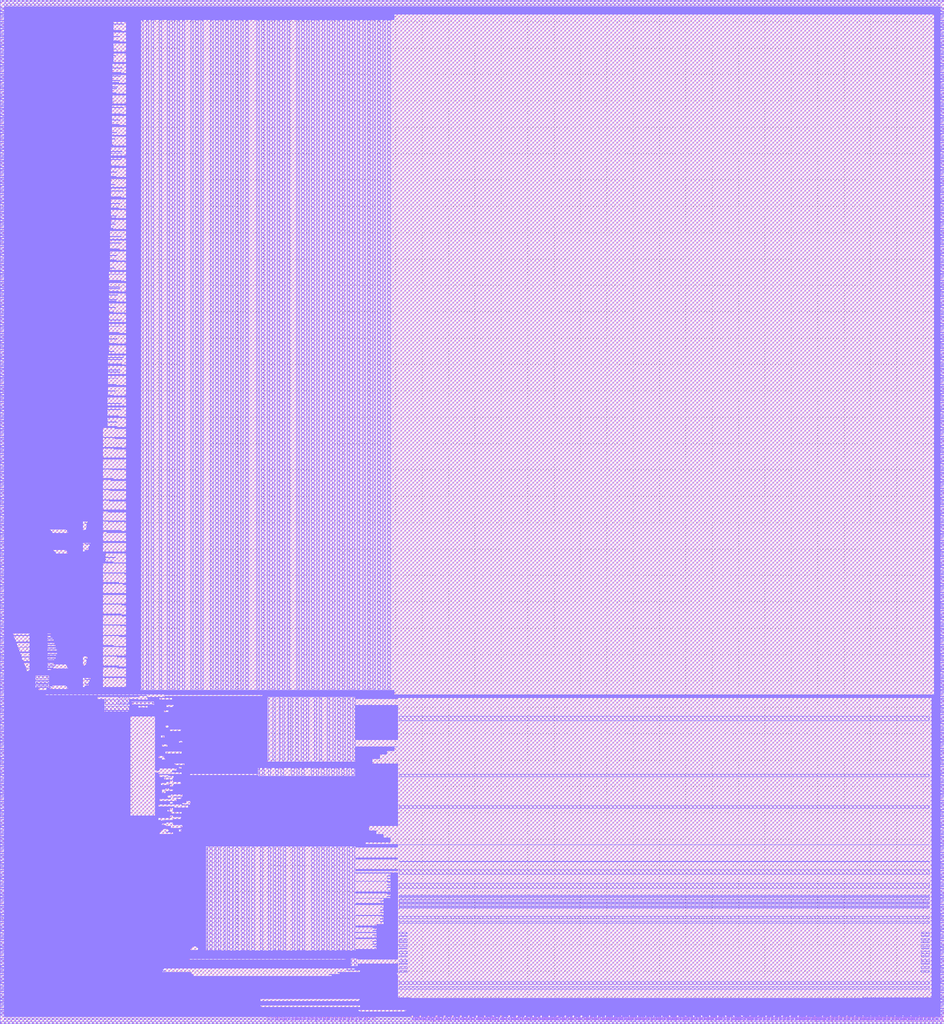
<source format=lef>
VERSION 5.8 ; 
BUSBITCHARS "[]" ; 
DIVIDERCHAR "/" ; 
MACRO sram22_1024x64m4w8
    CLASS BLOCK  ;
    FOREIGN sram22_1024x64m4w8   ;
    SIZE 715.960 BY 776.480 ;
    SYMMETRY X Y R90 ;
    PIN dout[0] 
        DIRECTION OUTPUT ; 
        ANTENNADIFFAREA 0.448000 LAYER met2 ;
        ANTENNAPARTIALMETALAREA 0.950300 LAYER met1 ;
        ANTENNAPARTIALMETALAREA 10.096200 LAYER met2 ;
        PORT 
            LAYER met1 ;
                RECT 312.550 0.000 312.690 0.140 ; 
        END 
    END dout[0] 
    PIN dout[1] 
        DIRECTION OUTPUT ; 
        ANTENNADIFFAREA 0.448000 LAYER met2 ;
        ANTENNAPARTIALMETALAREA 0.950300 LAYER met1 ;
        ANTENNAPARTIALMETALAREA 10.096200 LAYER met2 ;
        PORT 
            LAYER met1 ;
                RECT 318.650 0.000 318.790 0.140 ; 
        END 
    END dout[1] 
    PIN dout[2] 
        DIRECTION OUTPUT ; 
        ANTENNADIFFAREA 0.448000 LAYER met2 ;
        ANTENNAPARTIALMETALAREA 0.950300 LAYER met1 ;
        ANTENNAPARTIALMETALAREA 10.096200 LAYER met2 ;
        PORT 
            LAYER met1 ;
                RECT 324.750 0.000 324.890 0.140 ; 
        END 
    END dout[2] 
    PIN dout[3] 
        DIRECTION OUTPUT ; 
        ANTENNADIFFAREA 0.448000 LAYER met2 ;
        ANTENNAPARTIALMETALAREA 0.950300 LAYER met1 ;
        ANTENNAPARTIALMETALAREA 10.096200 LAYER met2 ;
        PORT 
            LAYER met1 ;
                RECT 330.850 0.000 330.990 0.140 ; 
        END 
    END dout[3] 
    PIN dout[4] 
        DIRECTION OUTPUT ; 
        ANTENNADIFFAREA 0.448000 LAYER met2 ;
        ANTENNAPARTIALMETALAREA 0.950300 LAYER met1 ;
        ANTENNAPARTIALMETALAREA 10.096200 LAYER met2 ;
        PORT 
            LAYER met1 ;
                RECT 336.950 0.000 337.090 0.140 ; 
        END 
    END dout[4] 
    PIN dout[5] 
        DIRECTION OUTPUT ; 
        ANTENNADIFFAREA 0.448000 LAYER met2 ;
        ANTENNAPARTIALMETALAREA 0.950300 LAYER met1 ;
        ANTENNAPARTIALMETALAREA 10.096200 LAYER met2 ;
        PORT 
            LAYER met1 ;
                RECT 343.050 0.000 343.190 0.140 ; 
        END 
    END dout[5] 
    PIN dout[6] 
        DIRECTION OUTPUT ; 
        ANTENNADIFFAREA 0.448000 LAYER met2 ;
        ANTENNAPARTIALMETALAREA 0.950300 LAYER met1 ;
        ANTENNAPARTIALMETALAREA 10.096200 LAYER met2 ;
        PORT 
            LAYER met1 ;
                RECT 349.150 0.000 349.290 0.140 ; 
        END 
    END dout[6] 
    PIN dout[7] 
        DIRECTION OUTPUT ; 
        ANTENNADIFFAREA 0.448000 LAYER met2 ;
        ANTENNAPARTIALMETALAREA 0.950300 LAYER met1 ;
        ANTENNAPARTIALMETALAREA 10.096200 LAYER met2 ;
        PORT 
            LAYER met1 ;
                RECT 355.250 0.000 355.390 0.140 ; 
        END 
    END dout[7] 
    PIN dout[8] 
        DIRECTION OUTPUT ; 
        ANTENNADIFFAREA 0.448000 LAYER met2 ;
        ANTENNAPARTIALMETALAREA 0.950300 LAYER met1 ;
        ANTENNAPARTIALMETALAREA 10.096200 LAYER met2 ;
        PORT 
            LAYER met1 ;
                RECT 361.350 0.000 361.490 0.140 ; 
        END 
    END dout[8] 
    PIN dout[9] 
        DIRECTION OUTPUT ; 
        ANTENNADIFFAREA 0.448000 LAYER met2 ;
        ANTENNAPARTIALMETALAREA 0.950300 LAYER met1 ;
        ANTENNAPARTIALMETALAREA 10.096200 LAYER met2 ;
        PORT 
            LAYER met1 ;
                RECT 367.450 0.000 367.590 0.140 ; 
        END 
    END dout[9] 
    PIN dout[10] 
        DIRECTION OUTPUT ; 
        ANTENNADIFFAREA 0.448000 LAYER met2 ;
        ANTENNAPARTIALMETALAREA 0.950300 LAYER met1 ;
        ANTENNAPARTIALMETALAREA 10.096200 LAYER met2 ;
        PORT 
            LAYER met1 ;
                RECT 373.550 0.000 373.690 0.140 ; 
        END 
    END dout[10] 
    PIN dout[11] 
        DIRECTION OUTPUT ; 
        ANTENNADIFFAREA 0.448000 LAYER met2 ;
        ANTENNAPARTIALMETALAREA 0.950300 LAYER met1 ;
        ANTENNAPARTIALMETALAREA 10.096200 LAYER met2 ;
        PORT 
            LAYER met1 ;
                RECT 379.650 0.000 379.790 0.140 ; 
        END 
    END dout[11] 
    PIN dout[12] 
        DIRECTION OUTPUT ; 
        ANTENNADIFFAREA 0.448000 LAYER met2 ;
        ANTENNAPARTIALMETALAREA 0.950300 LAYER met1 ;
        ANTENNAPARTIALMETALAREA 10.096200 LAYER met2 ;
        PORT 
            LAYER met1 ;
                RECT 385.750 0.000 385.890 0.140 ; 
        END 
    END dout[12] 
    PIN dout[13] 
        DIRECTION OUTPUT ; 
        ANTENNADIFFAREA 0.448000 LAYER met2 ;
        ANTENNAPARTIALMETALAREA 0.950300 LAYER met1 ;
        ANTENNAPARTIALMETALAREA 10.096200 LAYER met2 ;
        PORT 
            LAYER met1 ;
                RECT 391.850 0.000 391.990 0.140 ; 
        END 
    END dout[13] 
    PIN dout[14] 
        DIRECTION OUTPUT ; 
        ANTENNADIFFAREA 0.448000 LAYER met2 ;
        ANTENNAPARTIALMETALAREA 0.950300 LAYER met1 ;
        ANTENNAPARTIALMETALAREA 10.096200 LAYER met2 ;
        PORT 
            LAYER met1 ;
                RECT 397.950 0.000 398.090 0.140 ; 
        END 
    END dout[14] 
    PIN dout[15] 
        DIRECTION OUTPUT ; 
        ANTENNADIFFAREA 0.448000 LAYER met2 ;
        ANTENNAPARTIALMETALAREA 0.950300 LAYER met1 ;
        ANTENNAPARTIALMETALAREA 10.096200 LAYER met2 ;
        PORT 
            LAYER met1 ;
                RECT 404.050 0.000 404.190 0.140 ; 
        END 
    END dout[15] 
    PIN dout[16] 
        DIRECTION OUTPUT ; 
        ANTENNADIFFAREA 0.448000 LAYER met2 ;
        ANTENNAPARTIALMETALAREA 0.950300 LAYER met1 ;
        ANTENNAPARTIALMETALAREA 10.096200 LAYER met2 ;
        PORT 
            LAYER met1 ;
                RECT 410.150 0.000 410.290 0.140 ; 
        END 
    END dout[16] 
    PIN dout[17] 
        DIRECTION OUTPUT ; 
        ANTENNADIFFAREA 0.448000 LAYER met2 ;
        ANTENNAPARTIALMETALAREA 0.950300 LAYER met1 ;
        ANTENNAPARTIALMETALAREA 10.096200 LAYER met2 ;
        PORT 
            LAYER met1 ;
                RECT 416.250 0.000 416.390 0.140 ; 
        END 
    END dout[17] 
    PIN dout[18] 
        DIRECTION OUTPUT ; 
        ANTENNADIFFAREA 0.448000 LAYER met2 ;
        ANTENNAPARTIALMETALAREA 0.950300 LAYER met1 ;
        ANTENNAPARTIALMETALAREA 10.096200 LAYER met2 ;
        PORT 
            LAYER met1 ;
                RECT 422.350 0.000 422.490 0.140 ; 
        END 
    END dout[18] 
    PIN dout[19] 
        DIRECTION OUTPUT ; 
        ANTENNADIFFAREA 0.448000 LAYER met2 ;
        ANTENNAPARTIALMETALAREA 0.950300 LAYER met1 ;
        ANTENNAPARTIALMETALAREA 10.096200 LAYER met2 ;
        PORT 
            LAYER met1 ;
                RECT 428.450 0.000 428.590 0.140 ; 
        END 
    END dout[19] 
    PIN dout[20] 
        DIRECTION OUTPUT ; 
        ANTENNADIFFAREA 0.448000 LAYER met2 ;
        ANTENNAPARTIALMETALAREA 0.950300 LAYER met1 ;
        ANTENNAPARTIALMETALAREA 10.096200 LAYER met2 ;
        PORT 
            LAYER met1 ;
                RECT 434.550 0.000 434.690 0.140 ; 
        END 
    END dout[20] 
    PIN dout[21] 
        DIRECTION OUTPUT ; 
        ANTENNADIFFAREA 0.448000 LAYER met2 ;
        ANTENNAPARTIALMETALAREA 0.950300 LAYER met1 ;
        ANTENNAPARTIALMETALAREA 10.096200 LAYER met2 ;
        PORT 
            LAYER met1 ;
                RECT 440.650 0.000 440.790 0.140 ; 
        END 
    END dout[21] 
    PIN dout[22] 
        DIRECTION OUTPUT ; 
        ANTENNADIFFAREA 0.448000 LAYER met2 ;
        ANTENNAPARTIALMETALAREA 0.950300 LAYER met1 ;
        ANTENNAPARTIALMETALAREA 10.096200 LAYER met2 ;
        PORT 
            LAYER met1 ;
                RECT 446.750 0.000 446.890 0.140 ; 
        END 
    END dout[22] 
    PIN dout[23] 
        DIRECTION OUTPUT ; 
        ANTENNADIFFAREA 0.448000 LAYER met2 ;
        ANTENNAPARTIALMETALAREA 0.950300 LAYER met1 ;
        ANTENNAPARTIALMETALAREA 10.096200 LAYER met2 ;
        PORT 
            LAYER met1 ;
                RECT 452.850 0.000 452.990 0.140 ; 
        END 
    END dout[23] 
    PIN dout[24] 
        DIRECTION OUTPUT ; 
        ANTENNADIFFAREA 0.448000 LAYER met2 ;
        ANTENNAPARTIALMETALAREA 0.950300 LAYER met1 ;
        ANTENNAPARTIALMETALAREA 10.096200 LAYER met2 ;
        PORT 
            LAYER met1 ;
                RECT 458.950 0.000 459.090 0.140 ; 
        END 
    END dout[24] 
    PIN dout[25] 
        DIRECTION OUTPUT ; 
        ANTENNADIFFAREA 0.448000 LAYER met2 ;
        ANTENNAPARTIALMETALAREA 0.950300 LAYER met1 ;
        ANTENNAPARTIALMETALAREA 10.096200 LAYER met2 ;
        PORT 
            LAYER met1 ;
                RECT 465.050 0.000 465.190 0.140 ; 
        END 
    END dout[25] 
    PIN dout[26] 
        DIRECTION OUTPUT ; 
        ANTENNADIFFAREA 0.448000 LAYER met2 ;
        ANTENNAPARTIALMETALAREA 0.950300 LAYER met1 ;
        ANTENNAPARTIALMETALAREA 10.096200 LAYER met2 ;
        PORT 
            LAYER met1 ;
                RECT 471.150 0.000 471.290 0.140 ; 
        END 
    END dout[26] 
    PIN dout[27] 
        DIRECTION OUTPUT ; 
        ANTENNADIFFAREA 0.448000 LAYER met2 ;
        ANTENNAPARTIALMETALAREA 0.950300 LAYER met1 ;
        ANTENNAPARTIALMETALAREA 10.096200 LAYER met2 ;
        PORT 
            LAYER met1 ;
                RECT 477.250 0.000 477.390 0.140 ; 
        END 
    END dout[27] 
    PIN dout[28] 
        DIRECTION OUTPUT ; 
        ANTENNADIFFAREA 0.448000 LAYER met2 ;
        ANTENNAPARTIALMETALAREA 0.950300 LAYER met1 ;
        ANTENNAPARTIALMETALAREA 10.096200 LAYER met2 ;
        PORT 
            LAYER met1 ;
                RECT 483.350 0.000 483.490 0.140 ; 
        END 
    END dout[28] 
    PIN dout[29] 
        DIRECTION OUTPUT ; 
        ANTENNADIFFAREA 0.448000 LAYER met2 ;
        ANTENNAPARTIALMETALAREA 0.950300 LAYER met1 ;
        ANTENNAPARTIALMETALAREA 10.096200 LAYER met2 ;
        PORT 
            LAYER met1 ;
                RECT 489.450 0.000 489.590 0.140 ; 
        END 
    END dout[29] 
    PIN dout[30] 
        DIRECTION OUTPUT ; 
        ANTENNADIFFAREA 0.448000 LAYER met2 ;
        ANTENNAPARTIALMETALAREA 0.950300 LAYER met1 ;
        ANTENNAPARTIALMETALAREA 10.096200 LAYER met2 ;
        PORT 
            LAYER met1 ;
                RECT 495.550 0.000 495.690 0.140 ; 
        END 
    END dout[30] 
    PIN dout[31] 
        DIRECTION OUTPUT ; 
        ANTENNADIFFAREA 0.448000 LAYER met2 ;
        ANTENNAPARTIALMETALAREA 0.950300 LAYER met1 ;
        ANTENNAPARTIALMETALAREA 10.096200 LAYER met2 ;
        PORT 
            LAYER met1 ;
                RECT 501.650 0.000 501.790 0.140 ; 
        END 
    END dout[31] 
    PIN dout[32] 
        DIRECTION OUTPUT ; 
        ANTENNADIFFAREA 0.448000 LAYER met2 ;
        ANTENNAPARTIALMETALAREA 0.950300 LAYER met1 ;
        ANTENNAPARTIALMETALAREA 10.096200 LAYER met2 ;
        PORT 
            LAYER met1 ;
                RECT 507.750 0.000 507.890 0.140 ; 
        END 
    END dout[32] 
    PIN dout[33] 
        DIRECTION OUTPUT ; 
        ANTENNADIFFAREA 0.448000 LAYER met2 ;
        ANTENNAPARTIALMETALAREA 0.950300 LAYER met1 ;
        ANTENNAPARTIALMETALAREA 10.096200 LAYER met2 ;
        PORT 
            LAYER met1 ;
                RECT 513.850 0.000 513.990 0.140 ; 
        END 
    END dout[33] 
    PIN dout[34] 
        DIRECTION OUTPUT ; 
        ANTENNADIFFAREA 0.448000 LAYER met2 ;
        ANTENNAPARTIALMETALAREA 0.950300 LAYER met1 ;
        ANTENNAPARTIALMETALAREA 10.096200 LAYER met2 ;
        PORT 
            LAYER met1 ;
                RECT 519.950 0.000 520.090 0.140 ; 
        END 
    END dout[34] 
    PIN dout[35] 
        DIRECTION OUTPUT ; 
        ANTENNADIFFAREA 0.448000 LAYER met2 ;
        ANTENNAPARTIALMETALAREA 0.950300 LAYER met1 ;
        ANTENNAPARTIALMETALAREA 10.096200 LAYER met2 ;
        PORT 
            LAYER met1 ;
                RECT 526.050 0.000 526.190 0.140 ; 
        END 
    END dout[35] 
    PIN dout[36] 
        DIRECTION OUTPUT ; 
        ANTENNADIFFAREA 0.448000 LAYER met2 ;
        ANTENNAPARTIALMETALAREA 0.950300 LAYER met1 ;
        ANTENNAPARTIALMETALAREA 10.096200 LAYER met2 ;
        PORT 
            LAYER met1 ;
                RECT 532.150 0.000 532.290 0.140 ; 
        END 
    END dout[36] 
    PIN dout[37] 
        DIRECTION OUTPUT ; 
        ANTENNADIFFAREA 0.448000 LAYER met2 ;
        ANTENNAPARTIALMETALAREA 0.950300 LAYER met1 ;
        ANTENNAPARTIALMETALAREA 10.096200 LAYER met2 ;
        PORT 
            LAYER met1 ;
                RECT 538.250 0.000 538.390 0.140 ; 
        END 
    END dout[37] 
    PIN dout[38] 
        DIRECTION OUTPUT ; 
        ANTENNADIFFAREA 0.448000 LAYER met2 ;
        ANTENNAPARTIALMETALAREA 0.950300 LAYER met1 ;
        ANTENNAPARTIALMETALAREA 10.096200 LAYER met2 ;
        PORT 
            LAYER met1 ;
                RECT 544.350 0.000 544.490 0.140 ; 
        END 
    END dout[38] 
    PIN dout[39] 
        DIRECTION OUTPUT ; 
        ANTENNADIFFAREA 0.448000 LAYER met2 ;
        ANTENNAPARTIALMETALAREA 0.950300 LAYER met1 ;
        ANTENNAPARTIALMETALAREA 10.096200 LAYER met2 ;
        PORT 
            LAYER met1 ;
                RECT 550.450 0.000 550.590 0.140 ; 
        END 
    END dout[39] 
    PIN dout[40] 
        DIRECTION OUTPUT ; 
        ANTENNADIFFAREA 0.448000 LAYER met2 ;
        ANTENNAPARTIALMETALAREA 0.950300 LAYER met1 ;
        ANTENNAPARTIALMETALAREA 10.096200 LAYER met2 ;
        PORT 
            LAYER met1 ;
                RECT 556.550 0.000 556.690 0.140 ; 
        END 
    END dout[40] 
    PIN dout[41] 
        DIRECTION OUTPUT ; 
        ANTENNADIFFAREA 0.448000 LAYER met2 ;
        ANTENNAPARTIALMETALAREA 0.950300 LAYER met1 ;
        ANTENNAPARTIALMETALAREA 10.096200 LAYER met2 ;
        PORT 
            LAYER met1 ;
                RECT 562.650 0.000 562.790 0.140 ; 
        END 
    END dout[41] 
    PIN dout[42] 
        DIRECTION OUTPUT ; 
        ANTENNADIFFAREA 0.448000 LAYER met2 ;
        ANTENNAPARTIALMETALAREA 0.950300 LAYER met1 ;
        ANTENNAPARTIALMETALAREA 10.096200 LAYER met2 ;
        PORT 
            LAYER met1 ;
                RECT 568.750 0.000 568.890 0.140 ; 
        END 
    END dout[42] 
    PIN dout[43] 
        DIRECTION OUTPUT ; 
        ANTENNADIFFAREA 0.448000 LAYER met2 ;
        ANTENNAPARTIALMETALAREA 0.950300 LAYER met1 ;
        ANTENNAPARTIALMETALAREA 10.096200 LAYER met2 ;
        PORT 
            LAYER met1 ;
                RECT 574.850 0.000 574.990 0.140 ; 
        END 
    END dout[43] 
    PIN dout[44] 
        DIRECTION OUTPUT ; 
        ANTENNADIFFAREA 0.448000 LAYER met2 ;
        ANTENNAPARTIALMETALAREA 0.950300 LAYER met1 ;
        ANTENNAPARTIALMETALAREA 10.096200 LAYER met2 ;
        PORT 
            LAYER met1 ;
                RECT 580.950 0.000 581.090 0.140 ; 
        END 
    END dout[44] 
    PIN dout[45] 
        DIRECTION OUTPUT ; 
        ANTENNADIFFAREA 0.448000 LAYER met2 ;
        ANTENNAPARTIALMETALAREA 0.950300 LAYER met1 ;
        ANTENNAPARTIALMETALAREA 10.096200 LAYER met2 ;
        PORT 
            LAYER met1 ;
                RECT 587.050 0.000 587.190 0.140 ; 
        END 
    END dout[45] 
    PIN dout[46] 
        DIRECTION OUTPUT ; 
        ANTENNADIFFAREA 0.448000 LAYER met2 ;
        ANTENNAPARTIALMETALAREA 0.950300 LAYER met1 ;
        ANTENNAPARTIALMETALAREA 10.096200 LAYER met2 ;
        PORT 
            LAYER met1 ;
                RECT 593.150 0.000 593.290 0.140 ; 
        END 
    END dout[46] 
    PIN dout[47] 
        DIRECTION OUTPUT ; 
        ANTENNADIFFAREA 0.448000 LAYER met2 ;
        ANTENNAPARTIALMETALAREA 0.950300 LAYER met1 ;
        ANTENNAPARTIALMETALAREA 10.096200 LAYER met2 ;
        PORT 
            LAYER met1 ;
                RECT 599.250 0.000 599.390 0.140 ; 
        END 
    END dout[47] 
    PIN dout[48] 
        DIRECTION OUTPUT ; 
        ANTENNADIFFAREA 0.448000 LAYER met2 ;
        ANTENNAPARTIALMETALAREA 0.950300 LAYER met1 ;
        ANTENNAPARTIALMETALAREA 10.096200 LAYER met2 ;
        PORT 
            LAYER met1 ;
                RECT 605.350 0.000 605.490 0.140 ; 
        END 
    END dout[48] 
    PIN dout[49] 
        DIRECTION OUTPUT ; 
        ANTENNADIFFAREA 0.448000 LAYER met2 ;
        ANTENNAPARTIALMETALAREA 0.950300 LAYER met1 ;
        ANTENNAPARTIALMETALAREA 10.096200 LAYER met2 ;
        PORT 
            LAYER met1 ;
                RECT 611.450 0.000 611.590 0.140 ; 
        END 
    END dout[49] 
    PIN dout[50] 
        DIRECTION OUTPUT ; 
        ANTENNADIFFAREA 0.448000 LAYER met2 ;
        ANTENNAPARTIALMETALAREA 0.950300 LAYER met1 ;
        ANTENNAPARTIALMETALAREA 10.096200 LAYER met2 ;
        PORT 
            LAYER met1 ;
                RECT 617.550 0.000 617.690 0.140 ; 
        END 
    END dout[50] 
    PIN dout[51] 
        DIRECTION OUTPUT ; 
        ANTENNADIFFAREA 0.448000 LAYER met2 ;
        ANTENNAPARTIALMETALAREA 0.950300 LAYER met1 ;
        ANTENNAPARTIALMETALAREA 10.096200 LAYER met2 ;
        PORT 
            LAYER met1 ;
                RECT 623.650 0.000 623.790 0.140 ; 
        END 
    END dout[51] 
    PIN dout[52] 
        DIRECTION OUTPUT ; 
        ANTENNADIFFAREA 0.448000 LAYER met2 ;
        ANTENNAPARTIALMETALAREA 0.950300 LAYER met1 ;
        ANTENNAPARTIALMETALAREA 10.096200 LAYER met2 ;
        PORT 
            LAYER met1 ;
                RECT 629.750 0.000 629.890 0.140 ; 
        END 
    END dout[52] 
    PIN dout[53] 
        DIRECTION OUTPUT ; 
        ANTENNADIFFAREA 0.448000 LAYER met2 ;
        ANTENNAPARTIALMETALAREA 0.950300 LAYER met1 ;
        ANTENNAPARTIALMETALAREA 10.096200 LAYER met2 ;
        PORT 
            LAYER met1 ;
                RECT 635.850 0.000 635.990 0.140 ; 
        END 
    END dout[53] 
    PIN dout[54] 
        DIRECTION OUTPUT ; 
        ANTENNADIFFAREA 0.448000 LAYER met2 ;
        ANTENNAPARTIALMETALAREA 0.950300 LAYER met1 ;
        ANTENNAPARTIALMETALAREA 10.096200 LAYER met2 ;
        PORT 
            LAYER met1 ;
                RECT 641.950 0.000 642.090 0.140 ; 
        END 
    END dout[54] 
    PIN dout[55] 
        DIRECTION OUTPUT ; 
        ANTENNADIFFAREA 0.448000 LAYER met2 ;
        ANTENNAPARTIALMETALAREA 0.950300 LAYER met1 ;
        ANTENNAPARTIALMETALAREA 10.096200 LAYER met2 ;
        PORT 
            LAYER met1 ;
                RECT 648.050 0.000 648.190 0.140 ; 
        END 
    END dout[55] 
    PIN dout[56] 
        DIRECTION OUTPUT ; 
        ANTENNADIFFAREA 0.448000 LAYER met2 ;
        ANTENNAPARTIALMETALAREA 0.950300 LAYER met1 ;
        ANTENNAPARTIALMETALAREA 10.096200 LAYER met2 ;
        PORT 
            LAYER met1 ;
                RECT 654.150 0.000 654.290 0.140 ; 
        END 
    END dout[56] 
    PIN dout[57] 
        DIRECTION OUTPUT ; 
        ANTENNADIFFAREA 0.448000 LAYER met2 ;
        ANTENNAPARTIALMETALAREA 0.950300 LAYER met1 ;
        ANTENNAPARTIALMETALAREA 10.096200 LAYER met2 ;
        PORT 
            LAYER met1 ;
                RECT 660.250 0.000 660.390 0.140 ; 
        END 
    END dout[57] 
    PIN dout[58] 
        DIRECTION OUTPUT ; 
        ANTENNADIFFAREA 0.448000 LAYER met2 ;
        ANTENNAPARTIALMETALAREA 0.950300 LAYER met1 ;
        ANTENNAPARTIALMETALAREA 10.096200 LAYER met2 ;
        PORT 
            LAYER met1 ;
                RECT 666.350 0.000 666.490 0.140 ; 
        END 
    END dout[58] 
    PIN dout[59] 
        DIRECTION OUTPUT ; 
        ANTENNADIFFAREA 0.448000 LAYER met2 ;
        ANTENNAPARTIALMETALAREA 0.950300 LAYER met1 ;
        ANTENNAPARTIALMETALAREA 10.096200 LAYER met2 ;
        PORT 
            LAYER met1 ;
                RECT 672.450 0.000 672.590 0.140 ; 
        END 
    END dout[59] 
    PIN dout[60] 
        DIRECTION OUTPUT ; 
        ANTENNADIFFAREA 0.448000 LAYER met2 ;
        ANTENNAPARTIALMETALAREA 0.950300 LAYER met1 ;
        ANTENNAPARTIALMETALAREA 10.096200 LAYER met2 ;
        PORT 
            LAYER met1 ;
                RECT 678.550 0.000 678.690 0.140 ; 
        END 
    END dout[60] 
    PIN dout[61] 
        DIRECTION OUTPUT ; 
        ANTENNADIFFAREA 0.448000 LAYER met2 ;
        ANTENNAPARTIALMETALAREA 0.950300 LAYER met1 ;
        ANTENNAPARTIALMETALAREA 10.096200 LAYER met2 ;
        PORT 
            LAYER met1 ;
                RECT 684.650 0.000 684.790 0.140 ; 
        END 
    END dout[61] 
    PIN dout[62] 
        DIRECTION OUTPUT ; 
        ANTENNADIFFAREA 0.448000 LAYER met2 ;
        ANTENNAPARTIALMETALAREA 0.950300 LAYER met1 ;
        ANTENNAPARTIALMETALAREA 10.096200 LAYER met2 ;
        PORT 
            LAYER met1 ;
                RECT 690.750 0.000 690.890 0.140 ; 
        END 
    END dout[62] 
    PIN dout[63] 
        DIRECTION OUTPUT ; 
        ANTENNADIFFAREA 0.448000 LAYER met2 ;
        ANTENNAPARTIALMETALAREA 0.950300 LAYER met1 ;
        ANTENNAPARTIALMETALAREA 10.096200 LAYER met2 ;
        PORT 
            LAYER met1 ;
                RECT 696.850 0.000 696.990 0.140 ; 
        END 
    END dout[63] 
    PIN din[0] 
        DIRECTION INPUT ; 
        ANTENNAGATEAREA 0.126000 LAYER met2 ;
        ANTENNAPARTIALMETALAREA 5.184600 LAYER met1 ;
        ANTENNAPARTIALMETALAREA 9.817800 LAYER met2 ;
        PORT 
            LAYER met1 ;
                RECT 312.130 0.000 312.270 0.140 ; 
        END 
    END din[0] 
    PIN din[1] 
        DIRECTION INPUT ; 
        ANTENNAGATEAREA 0.126000 LAYER met2 ;
        ANTENNAPARTIALMETALAREA 5.184600 LAYER met1 ;
        ANTENNAPARTIALMETALAREA 9.817800 LAYER met2 ;
        PORT 
            LAYER met1 ;
                RECT 318.230 0.000 318.370 0.140 ; 
        END 
    END din[1] 
    PIN din[2] 
        DIRECTION INPUT ; 
        ANTENNAGATEAREA 0.126000 LAYER met2 ;
        ANTENNAPARTIALMETALAREA 5.184600 LAYER met1 ;
        ANTENNAPARTIALMETALAREA 9.817800 LAYER met2 ;
        PORT 
            LAYER met1 ;
                RECT 324.330 0.000 324.470 0.140 ; 
        END 
    END din[2] 
    PIN din[3] 
        DIRECTION INPUT ; 
        ANTENNAGATEAREA 0.126000 LAYER met2 ;
        ANTENNAPARTIALMETALAREA 5.184600 LAYER met1 ;
        ANTENNAPARTIALMETALAREA 9.817800 LAYER met2 ;
        PORT 
            LAYER met1 ;
                RECT 330.430 0.000 330.570 0.140 ; 
        END 
    END din[3] 
    PIN din[4] 
        DIRECTION INPUT ; 
        ANTENNAGATEAREA 0.126000 LAYER met2 ;
        ANTENNAPARTIALMETALAREA 5.184600 LAYER met1 ;
        ANTENNAPARTIALMETALAREA 9.817800 LAYER met2 ;
        PORT 
            LAYER met1 ;
                RECT 336.530 0.000 336.670 0.140 ; 
        END 
    END din[4] 
    PIN din[5] 
        DIRECTION INPUT ; 
        ANTENNAGATEAREA 0.126000 LAYER met2 ;
        ANTENNAPARTIALMETALAREA 5.184600 LAYER met1 ;
        ANTENNAPARTIALMETALAREA 9.817800 LAYER met2 ;
        PORT 
            LAYER met1 ;
                RECT 342.630 0.000 342.770 0.140 ; 
        END 
    END din[5] 
    PIN din[6] 
        DIRECTION INPUT ; 
        ANTENNAGATEAREA 0.126000 LAYER met2 ;
        ANTENNAPARTIALMETALAREA 5.184600 LAYER met1 ;
        ANTENNAPARTIALMETALAREA 9.817800 LAYER met2 ;
        PORT 
            LAYER met1 ;
                RECT 348.730 0.000 348.870 0.140 ; 
        END 
    END din[6] 
    PIN din[7] 
        DIRECTION INPUT ; 
        ANTENNAGATEAREA 0.126000 LAYER met2 ;
        ANTENNAPARTIALMETALAREA 5.184600 LAYER met1 ;
        ANTENNAPARTIALMETALAREA 9.817800 LAYER met2 ;
        PORT 
            LAYER met1 ;
                RECT 354.830 0.000 354.970 0.140 ; 
        END 
    END din[7] 
    PIN din[8] 
        DIRECTION INPUT ; 
        ANTENNAGATEAREA 0.126000 LAYER met2 ;
        ANTENNAPARTIALMETALAREA 5.184600 LAYER met1 ;
        ANTENNAPARTIALMETALAREA 9.817800 LAYER met2 ;
        PORT 
            LAYER met1 ;
                RECT 360.930 0.000 361.070 0.140 ; 
        END 
    END din[8] 
    PIN din[9] 
        DIRECTION INPUT ; 
        ANTENNAGATEAREA 0.126000 LAYER met2 ;
        ANTENNAPARTIALMETALAREA 5.184600 LAYER met1 ;
        ANTENNAPARTIALMETALAREA 9.817800 LAYER met2 ;
        PORT 
            LAYER met1 ;
                RECT 367.030 0.000 367.170 0.140 ; 
        END 
    END din[9] 
    PIN din[10] 
        DIRECTION INPUT ; 
        ANTENNAGATEAREA 0.126000 LAYER met2 ;
        ANTENNAPARTIALMETALAREA 5.184600 LAYER met1 ;
        ANTENNAPARTIALMETALAREA 9.817800 LAYER met2 ;
        PORT 
            LAYER met1 ;
                RECT 373.130 0.000 373.270 0.140 ; 
        END 
    END din[10] 
    PIN din[11] 
        DIRECTION INPUT ; 
        ANTENNAGATEAREA 0.126000 LAYER met2 ;
        ANTENNAPARTIALMETALAREA 5.184600 LAYER met1 ;
        ANTENNAPARTIALMETALAREA 9.817800 LAYER met2 ;
        PORT 
            LAYER met1 ;
                RECT 379.230 0.000 379.370 0.140 ; 
        END 
    END din[11] 
    PIN din[12] 
        DIRECTION INPUT ; 
        ANTENNAGATEAREA 0.126000 LAYER met2 ;
        ANTENNAPARTIALMETALAREA 5.184600 LAYER met1 ;
        ANTENNAPARTIALMETALAREA 9.817800 LAYER met2 ;
        PORT 
            LAYER met1 ;
                RECT 385.330 0.000 385.470 0.140 ; 
        END 
    END din[12] 
    PIN din[13] 
        DIRECTION INPUT ; 
        ANTENNAGATEAREA 0.126000 LAYER met2 ;
        ANTENNAPARTIALMETALAREA 5.184600 LAYER met1 ;
        ANTENNAPARTIALMETALAREA 9.817800 LAYER met2 ;
        PORT 
            LAYER met1 ;
                RECT 391.430 0.000 391.570 0.140 ; 
        END 
    END din[13] 
    PIN din[14] 
        DIRECTION INPUT ; 
        ANTENNAGATEAREA 0.126000 LAYER met2 ;
        ANTENNAPARTIALMETALAREA 5.184600 LAYER met1 ;
        ANTENNAPARTIALMETALAREA 9.817800 LAYER met2 ;
        PORT 
            LAYER met1 ;
                RECT 397.530 0.000 397.670 0.140 ; 
        END 
    END din[14] 
    PIN din[15] 
        DIRECTION INPUT ; 
        ANTENNAGATEAREA 0.126000 LAYER met2 ;
        ANTENNAPARTIALMETALAREA 5.184600 LAYER met1 ;
        ANTENNAPARTIALMETALAREA 9.817800 LAYER met2 ;
        PORT 
            LAYER met1 ;
                RECT 403.630 0.000 403.770 0.140 ; 
        END 
    END din[15] 
    PIN din[16] 
        DIRECTION INPUT ; 
        ANTENNAGATEAREA 0.126000 LAYER met2 ;
        ANTENNAPARTIALMETALAREA 5.184600 LAYER met1 ;
        ANTENNAPARTIALMETALAREA 9.817800 LAYER met2 ;
        PORT 
            LAYER met1 ;
                RECT 409.730 0.000 409.870 0.140 ; 
        END 
    END din[16] 
    PIN din[17] 
        DIRECTION INPUT ; 
        ANTENNAGATEAREA 0.126000 LAYER met2 ;
        ANTENNAPARTIALMETALAREA 5.184600 LAYER met1 ;
        ANTENNAPARTIALMETALAREA 9.817800 LAYER met2 ;
        PORT 
            LAYER met1 ;
                RECT 415.830 0.000 415.970 0.140 ; 
        END 
    END din[17] 
    PIN din[18] 
        DIRECTION INPUT ; 
        ANTENNAGATEAREA 0.126000 LAYER met2 ;
        ANTENNAPARTIALMETALAREA 5.184600 LAYER met1 ;
        ANTENNAPARTIALMETALAREA 9.817800 LAYER met2 ;
        PORT 
            LAYER met1 ;
                RECT 421.930 0.000 422.070 0.140 ; 
        END 
    END din[18] 
    PIN din[19] 
        DIRECTION INPUT ; 
        ANTENNAGATEAREA 0.126000 LAYER met2 ;
        ANTENNAPARTIALMETALAREA 5.184600 LAYER met1 ;
        ANTENNAPARTIALMETALAREA 9.817800 LAYER met2 ;
        PORT 
            LAYER met1 ;
                RECT 428.030 0.000 428.170 0.140 ; 
        END 
    END din[19] 
    PIN din[20] 
        DIRECTION INPUT ; 
        ANTENNAGATEAREA 0.126000 LAYER met2 ;
        ANTENNAPARTIALMETALAREA 5.184600 LAYER met1 ;
        ANTENNAPARTIALMETALAREA 9.817800 LAYER met2 ;
        PORT 
            LAYER met1 ;
                RECT 434.130 0.000 434.270 0.140 ; 
        END 
    END din[20] 
    PIN din[21] 
        DIRECTION INPUT ; 
        ANTENNAGATEAREA 0.126000 LAYER met2 ;
        ANTENNAPARTIALMETALAREA 5.184600 LAYER met1 ;
        ANTENNAPARTIALMETALAREA 9.817800 LAYER met2 ;
        PORT 
            LAYER met1 ;
                RECT 440.230 0.000 440.370 0.140 ; 
        END 
    END din[21] 
    PIN din[22] 
        DIRECTION INPUT ; 
        ANTENNAGATEAREA 0.126000 LAYER met2 ;
        ANTENNAPARTIALMETALAREA 5.184600 LAYER met1 ;
        ANTENNAPARTIALMETALAREA 9.817800 LAYER met2 ;
        PORT 
            LAYER met1 ;
                RECT 446.330 0.000 446.470 0.140 ; 
        END 
    END din[22] 
    PIN din[23] 
        DIRECTION INPUT ; 
        ANTENNAGATEAREA 0.126000 LAYER met2 ;
        ANTENNAPARTIALMETALAREA 5.184600 LAYER met1 ;
        ANTENNAPARTIALMETALAREA 9.817800 LAYER met2 ;
        PORT 
            LAYER met1 ;
                RECT 452.430 0.000 452.570 0.140 ; 
        END 
    END din[23] 
    PIN din[24] 
        DIRECTION INPUT ; 
        ANTENNAGATEAREA 0.126000 LAYER met2 ;
        ANTENNAPARTIALMETALAREA 5.184600 LAYER met1 ;
        ANTENNAPARTIALMETALAREA 9.817800 LAYER met2 ;
        PORT 
            LAYER met1 ;
                RECT 458.530 0.000 458.670 0.140 ; 
        END 
    END din[24] 
    PIN din[25] 
        DIRECTION INPUT ; 
        ANTENNAGATEAREA 0.126000 LAYER met2 ;
        ANTENNAPARTIALMETALAREA 5.184600 LAYER met1 ;
        ANTENNAPARTIALMETALAREA 9.817800 LAYER met2 ;
        PORT 
            LAYER met1 ;
                RECT 464.630 0.000 464.770 0.140 ; 
        END 
    END din[25] 
    PIN din[26] 
        DIRECTION INPUT ; 
        ANTENNAGATEAREA 0.126000 LAYER met2 ;
        ANTENNAPARTIALMETALAREA 5.184600 LAYER met1 ;
        ANTENNAPARTIALMETALAREA 9.817800 LAYER met2 ;
        PORT 
            LAYER met1 ;
                RECT 470.730 0.000 470.870 0.140 ; 
        END 
    END din[26] 
    PIN din[27] 
        DIRECTION INPUT ; 
        ANTENNAGATEAREA 0.126000 LAYER met2 ;
        ANTENNAPARTIALMETALAREA 5.184600 LAYER met1 ;
        ANTENNAPARTIALMETALAREA 9.817800 LAYER met2 ;
        PORT 
            LAYER met1 ;
                RECT 476.830 0.000 476.970 0.140 ; 
        END 
    END din[27] 
    PIN din[28] 
        DIRECTION INPUT ; 
        ANTENNAGATEAREA 0.126000 LAYER met2 ;
        ANTENNAPARTIALMETALAREA 5.184600 LAYER met1 ;
        ANTENNAPARTIALMETALAREA 9.817800 LAYER met2 ;
        PORT 
            LAYER met1 ;
                RECT 482.930 0.000 483.070 0.140 ; 
        END 
    END din[28] 
    PIN din[29] 
        DIRECTION INPUT ; 
        ANTENNAGATEAREA 0.126000 LAYER met2 ;
        ANTENNAPARTIALMETALAREA 5.184600 LAYER met1 ;
        ANTENNAPARTIALMETALAREA 9.817800 LAYER met2 ;
        PORT 
            LAYER met1 ;
                RECT 489.030 0.000 489.170 0.140 ; 
        END 
    END din[29] 
    PIN din[30] 
        DIRECTION INPUT ; 
        ANTENNAGATEAREA 0.126000 LAYER met2 ;
        ANTENNAPARTIALMETALAREA 5.184600 LAYER met1 ;
        ANTENNAPARTIALMETALAREA 9.817800 LAYER met2 ;
        PORT 
            LAYER met1 ;
                RECT 495.130 0.000 495.270 0.140 ; 
        END 
    END din[30] 
    PIN din[31] 
        DIRECTION INPUT ; 
        ANTENNAGATEAREA 0.126000 LAYER met2 ;
        ANTENNAPARTIALMETALAREA 5.184600 LAYER met1 ;
        ANTENNAPARTIALMETALAREA 9.817800 LAYER met2 ;
        PORT 
            LAYER met1 ;
                RECT 501.230 0.000 501.370 0.140 ; 
        END 
    END din[31] 
    PIN din[32] 
        DIRECTION INPUT ; 
        ANTENNAGATEAREA 0.126000 LAYER met2 ;
        ANTENNAPARTIALMETALAREA 5.184600 LAYER met1 ;
        ANTENNAPARTIALMETALAREA 9.817800 LAYER met2 ;
        PORT 
            LAYER met1 ;
                RECT 507.330 0.000 507.470 0.140 ; 
        END 
    END din[32] 
    PIN din[33] 
        DIRECTION INPUT ; 
        ANTENNAGATEAREA 0.126000 LAYER met2 ;
        ANTENNAPARTIALMETALAREA 5.184600 LAYER met1 ;
        ANTENNAPARTIALMETALAREA 9.817800 LAYER met2 ;
        PORT 
            LAYER met1 ;
                RECT 513.430 0.000 513.570 0.140 ; 
        END 
    END din[33] 
    PIN din[34] 
        DIRECTION INPUT ; 
        ANTENNAGATEAREA 0.126000 LAYER met2 ;
        ANTENNAPARTIALMETALAREA 5.184600 LAYER met1 ;
        ANTENNAPARTIALMETALAREA 9.817800 LAYER met2 ;
        PORT 
            LAYER met1 ;
                RECT 519.530 0.000 519.670 0.140 ; 
        END 
    END din[34] 
    PIN din[35] 
        DIRECTION INPUT ; 
        ANTENNAGATEAREA 0.126000 LAYER met2 ;
        ANTENNAPARTIALMETALAREA 5.184600 LAYER met1 ;
        ANTENNAPARTIALMETALAREA 9.817800 LAYER met2 ;
        PORT 
            LAYER met1 ;
                RECT 525.630 0.000 525.770 0.140 ; 
        END 
    END din[35] 
    PIN din[36] 
        DIRECTION INPUT ; 
        ANTENNAGATEAREA 0.126000 LAYER met2 ;
        ANTENNAPARTIALMETALAREA 5.184600 LAYER met1 ;
        ANTENNAPARTIALMETALAREA 9.817800 LAYER met2 ;
        PORT 
            LAYER met1 ;
                RECT 531.730 0.000 531.870 0.140 ; 
        END 
    END din[36] 
    PIN din[37] 
        DIRECTION INPUT ; 
        ANTENNAGATEAREA 0.126000 LAYER met2 ;
        ANTENNAPARTIALMETALAREA 5.184600 LAYER met1 ;
        ANTENNAPARTIALMETALAREA 9.817800 LAYER met2 ;
        PORT 
            LAYER met1 ;
                RECT 537.830 0.000 537.970 0.140 ; 
        END 
    END din[37] 
    PIN din[38] 
        DIRECTION INPUT ; 
        ANTENNAGATEAREA 0.126000 LAYER met2 ;
        ANTENNAPARTIALMETALAREA 5.184600 LAYER met1 ;
        ANTENNAPARTIALMETALAREA 9.817800 LAYER met2 ;
        PORT 
            LAYER met1 ;
                RECT 543.930 0.000 544.070 0.140 ; 
        END 
    END din[38] 
    PIN din[39] 
        DIRECTION INPUT ; 
        ANTENNAGATEAREA 0.126000 LAYER met2 ;
        ANTENNAPARTIALMETALAREA 5.184600 LAYER met1 ;
        ANTENNAPARTIALMETALAREA 9.817800 LAYER met2 ;
        PORT 
            LAYER met1 ;
                RECT 550.030 0.000 550.170 0.140 ; 
        END 
    END din[39] 
    PIN din[40] 
        DIRECTION INPUT ; 
        ANTENNAGATEAREA 0.126000 LAYER met2 ;
        ANTENNAPARTIALMETALAREA 5.184600 LAYER met1 ;
        ANTENNAPARTIALMETALAREA 9.817800 LAYER met2 ;
        PORT 
            LAYER met1 ;
                RECT 556.130 0.000 556.270 0.140 ; 
        END 
    END din[40] 
    PIN din[41] 
        DIRECTION INPUT ; 
        ANTENNAGATEAREA 0.126000 LAYER met2 ;
        ANTENNAPARTIALMETALAREA 5.184600 LAYER met1 ;
        ANTENNAPARTIALMETALAREA 9.817800 LAYER met2 ;
        PORT 
            LAYER met1 ;
                RECT 562.230 0.000 562.370 0.140 ; 
        END 
    END din[41] 
    PIN din[42] 
        DIRECTION INPUT ; 
        ANTENNAGATEAREA 0.126000 LAYER met2 ;
        ANTENNAPARTIALMETALAREA 5.184600 LAYER met1 ;
        ANTENNAPARTIALMETALAREA 9.817800 LAYER met2 ;
        PORT 
            LAYER met1 ;
                RECT 568.330 0.000 568.470 0.140 ; 
        END 
    END din[42] 
    PIN din[43] 
        DIRECTION INPUT ; 
        ANTENNAGATEAREA 0.126000 LAYER met2 ;
        ANTENNAPARTIALMETALAREA 5.184600 LAYER met1 ;
        ANTENNAPARTIALMETALAREA 9.817800 LAYER met2 ;
        PORT 
            LAYER met1 ;
                RECT 574.430 0.000 574.570 0.140 ; 
        END 
    END din[43] 
    PIN din[44] 
        DIRECTION INPUT ; 
        ANTENNAGATEAREA 0.126000 LAYER met2 ;
        ANTENNAPARTIALMETALAREA 5.184600 LAYER met1 ;
        ANTENNAPARTIALMETALAREA 9.817800 LAYER met2 ;
        PORT 
            LAYER met1 ;
                RECT 580.530 0.000 580.670 0.140 ; 
        END 
    END din[44] 
    PIN din[45] 
        DIRECTION INPUT ; 
        ANTENNAGATEAREA 0.126000 LAYER met2 ;
        ANTENNAPARTIALMETALAREA 5.184600 LAYER met1 ;
        ANTENNAPARTIALMETALAREA 9.817800 LAYER met2 ;
        PORT 
            LAYER met1 ;
                RECT 586.630 0.000 586.770 0.140 ; 
        END 
    END din[45] 
    PIN din[46] 
        DIRECTION INPUT ; 
        ANTENNAGATEAREA 0.126000 LAYER met2 ;
        ANTENNAPARTIALMETALAREA 5.184600 LAYER met1 ;
        ANTENNAPARTIALMETALAREA 9.817800 LAYER met2 ;
        PORT 
            LAYER met1 ;
                RECT 592.730 0.000 592.870 0.140 ; 
        END 
    END din[46] 
    PIN din[47] 
        DIRECTION INPUT ; 
        ANTENNAGATEAREA 0.126000 LAYER met2 ;
        ANTENNAPARTIALMETALAREA 5.184600 LAYER met1 ;
        ANTENNAPARTIALMETALAREA 9.817800 LAYER met2 ;
        PORT 
            LAYER met1 ;
                RECT 598.830 0.000 598.970 0.140 ; 
        END 
    END din[47] 
    PIN din[48] 
        DIRECTION INPUT ; 
        ANTENNAGATEAREA 0.126000 LAYER met2 ;
        ANTENNAPARTIALMETALAREA 5.184600 LAYER met1 ;
        ANTENNAPARTIALMETALAREA 9.817800 LAYER met2 ;
        PORT 
            LAYER met1 ;
                RECT 604.930 0.000 605.070 0.140 ; 
        END 
    END din[48] 
    PIN din[49] 
        DIRECTION INPUT ; 
        ANTENNAGATEAREA 0.126000 LAYER met2 ;
        ANTENNAPARTIALMETALAREA 5.184600 LAYER met1 ;
        ANTENNAPARTIALMETALAREA 9.817800 LAYER met2 ;
        PORT 
            LAYER met1 ;
                RECT 611.030 0.000 611.170 0.140 ; 
        END 
    END din[49] 
    PIN din[50] 
        DIRECTION INPUT ; 
        ANTENNAGATEAREA 0.126000 LAYER met2 ;
        ANTENNAPARTIALMETALAREA 5.184600 LAYER met1 ;
        ANTENNAPARTIALMETALAREA 9.817800 LAYER met2 ;
        PORT 
            LAYER met1 ;
                RECT 617.130 0.000 617.270 0.140 ; 
        END 
    END din[50] 
    PIN din[51] 
        DIRECTION INPUT ; 
        ANTENNAGATEAREA 0.126000 LAYER met2 ;
        ANTENNAPARTIALMETALAREA 5.184600 LAYER met1 ;
        ANTENNAPARTIALMETALAREA 9.817800 LAYER met2 ;
        PORT 
            LAYER met1 ;
                RECT 623.230 0.000 623.370 0.140 ; 
        END 
    END din[51] 
    PIN din[52] 
        DIRECTION INPUT ; 
        ANTENNAGATEAREA 0.126000 LAYER met2 ;
        ANTENNAPARTIALMETALAREA 5.184600 LAYER met1 ;
        ANTENNAPARTIALMETALAREA 9.817800 LAYER met2 ;
        PORT 
            LAYER met1 ;
                RECT 629.330 0.000 629.470 0.140 ; 
        END 
    END din[52] 
    PIN din[53] 
        DIRECTION INPUT ; 
        ANTENNAGATEAREA 0.126000 LAYER met2 ;
        ANTENNAPARTIALMETALAREA 5.184600 LAYER met1 ;
        ANTENNAPARTIALMETALAREA 9.817800 LAYER met2 ;
        PORT 
            LAYER met1 ;
                RECT 635.430 0.000 635.570 0.140 ; 
        END 
    END din[53] 
    PIN din[54] 
        DIRECTION INPUT ; 
        ANTENNAGATEAREA 0.126000 LAYER met2 ;
        ANTENNAPARTIALMETALAREA 5.184600 LAYER met1 ;
        ANTENNAPARTIALMETALAREA 9.817800 LAYER met2 ;
        PORT 
            LAYER met1 ;
                RECT 641.530 0.000 641.670 0.140 ; 
        END 
    END din[54] 
    PIN din[55] 
        DIRECTION INPUT ; 
        ANTENNAGATEAREA 0.126000 LAYER met2 ;
        ANTENNAPARTIALMETALAREA 5.184600 LAYER met1 ;
        ANTENNAPARTIALMETALAREA 9.817800 LAYER met2 ;
        PORT 
            LAYER met1 ;
                RECT 647.630 0.000 647.770 0.140 ; 
        END 
    END din[55] 
    PIN din[56] 
        DIRECTION INPUT ; 
        ANTENNAGATEAREA 0.126000 LAYER met2 ;
        ANTENNAPARTIALMETALAREA 5.184600 LAYER met1 ;
        ANTENNAPARTIALMETALAREA 9.817800 LAYER met2 ;
        PORT 
            LAYER met1 ;
                RECT 653.730 0.000 653.870 0.140 ; 
        END 
    END din[56] 
    PIN din[57] 
        DIRECTION INPUT ; 
        ANTENNAGATEAREA 0.126000 LAYER met2 ;
        ANTENNAPARTIALMETALAREA 5.184600 LAYER met1 ;
        ANTENNAPARTIALMETALAREA 9.817800 LAYER met2 ;
        PORT 
            LAYER met1 ;
                RECT 659.830 0.000 659.970 0.140 ; 
        END 
    END din[57] 
    PIN din[58] 
        DIRECTION INPUT ; 
        ANTENNAGATEAREA 0.126000 LAYER met2 ;
        ANTENNAPARTIALMETALAREA 5.184600 LAYER met1 ;
        ANTENNAPARTIALMETALAREA 9.817800 LAYER met2 ;
        PORT 
            LAYER met1 ;
                RECT 665.930 0.000 666.070 0.140 ; 
        END 
    END din[58] 
    PIN din[59] 
        DIRECTION INPUT ; 
        ANTENNAGATEAREA 0.126000 LAYER met2 ;
        ANTENNAPARTIALMETALAREA 5.184600 LAYER met1 ;
        ANTENNAPARTIALMETALAREA 9.817800 LAYER met2 ;
        PORT 
            LAYER met1 ;
                RECT 672.030 0.000 672.170 0.140 ; 
        END 
    END din[59] 
    PIN din[60] 
        DIRECTION INPUT ; 
        ANTENNAGATEAREA 0.126000 LAYER met2 ;
        ANTENNAPARTIALMETALAREA 5.184600 LAYER met1 ;
        ANTENNAPARTIALMETALAREA 9.817800 LAYER met2 ;
        PORT 
            LAYER met1 ;
                RECT 678.130 0.000 678.270 0.140 ; 
        END 
    END din[60] 
    PIN din[61] 
        DIRECTION INPUT ; 
        ANTENNAGATEAREA 0.126000 LAYER met2 ;
        ANTENNAPARTIALMETALAREA 5.184600 LAYER met1 ;
        ANTENNAPARTIALMETALAREA 9.817800 LAYER met2 ;
        PORT 
            LAYER met1 ;
                RECT 684.230 0.000 684.370 0.140 ; 
        END 
    END din[61] 
    PIN din[62] 
        DIRECTION INPUT ; 
        ANTENNAGATEAREA 0.126000 LAYER met2 ;
        ANTENNAPARTIALMETALAREA 5.184600 LAYER met1 ;
        ANTENNAPARTIALMETALAREA 9.817800 LAYER met2 ;
        PORT 
            LAYER met1 ;
                RECT 690.330 0.000 690.470 0.140 ; 
        END 
    END din[62] 
    PIN din[63] 
        DIRECTION INPUT ; 
        ANTENNAGATEAREA 0.126000 LAYER met2 ;
        ANTENNAPARTIALMETALAREA 5.184600 LAYER met1 ;
        ANTENNAPARTIALMETALAREA 9.817800 LAYER met2 ;
        PORT 
            LAYER met1 ;
                RECT 696.430 0.000 696.570 0.140 ; 
        END 
    END din[63] 
    PIN wmask[0] 
        DIRECTION INPUT ; 
        ANTENNAGATEAREA 0.126000 LAYER met2 ;
        ANTENNAPARTIALMETALAREA 2.995000 LAYER met1 ;
        ANTENNAPARTIALMETALAREA 0.278400 LAYER met2 ;
        PORT 
            LAYER met1 ;
                RECT 311.780 0.000 311.920 0.140 ; 
        END 
    END wmask[0] 
    PIN wmask[1] 
        DIRECTION INPUT ; 
        ANTENNAGATEAREA 0.126000 LAYER met2 ;
        ANTENNAPARTIALMETALAREA 2.995000 LAYER met1 ;
        ANTENNAPARTIALMETALAREA 0.278400 LAYER met2 ;
        PORT 
            LAYER met1 ;
                RECT 360.580 0.000 360.720 0.140 ; 
        END 
    END wmask[1] 
    PIN wmask[2] 
        DIRECTION INPUT ; 
        ANTENNAGATEAREA 0.126000 LAYER met2 ;
        ANTENNAPARTIALMETALAREA 2.995000 LAYER met1 ;
        ANTENNAPARTIALMETALAREA 0.278400 LAYER met2 ;
        PORT 
            LAYER met1 ;
                RECT 409.380 0.000 409.520 0.140 ; 
        END 
    END wmask[2] 
    PIN wmask[3] 
        DIRECTION INPUT ; 
        ANTENNAGATEAREA 0.126000 LAYER met2 ;
        ANTENNAPARTIALMETALAREA 2.995000 LAYER met1 ;
        ANTENNAPARTIALMETALAREA 0.278400 LAYER met2 ;
        PORT 
            LAYER met1 ;
                RECT 458.180 0.000 458.320 0.140 ; 
        END 
    END wmask[3] 
    PIN wmask[4] 
        DIRECTION INPUT ; 
        ANTENNAGATEAREA 0.126000 LAYER met2 ;
        ANTENNAPARTIALMETALAREA 2.995000 LAYER met1 ;
        ANTENNAPARTIALMETALAREA 0.278400 LAYER met2 ;
        PORT 
            LAYER met1 ;
                RECT 506.980 0.000 507.120 0.140 ; 
        END 
    END wmask[4] 
    PIN wmask[5] 
        DIRECTION INPUT ; 
        ANTENNAGATEAREA 0.126000 LAYER met2 ;
        ANTENNAPARTIALMETALAREA 2.995000 LAYER met1 ;
        ANTENNAPARTIALMETALAREA 0.278400 LAYER met2 ;
        PORT 
            LAYER met1 ;
                RECT 555.780 0.000 555.920 0.140 ; 
        END 
    END wmask[5] 
    PIN wmask[6] 
        DIRECTION INPUT ; 
        ANTENNAGATEAREA 0.126000 LAYER met2 ;
        ANTENNAPARTIALMETALAREA 2.995000 LAYER met1 ;
        ANTENNAPARTIALMETALAREA 0.278400 LAYER met2 ;
        PORT 
            LAYER met1 ;
                RECT 604.580 0.000 604.720 0.140 ; 
        END 
    END wmask[6] 
    PIN wmask[7] 
        DIRECTION INPUT ; 
        ANTENNAGATEAREA 0.126000 LAYER met2 ;
        ANTENNAPARTIALMETALAREA 2.995000 LAYER met1 ;
        ANTENNAPARTIALMETALAREA 0.278400 LAYER met2 ;
        PORT 
            LAYER met1 ;
                RECT 653.380 0.000 653.520 0.140 ; 
        END 
    END wmask[7] 
    PIN addr[0] 
        DIRECTION INPUT ; 
        ANTENNAGATEAREA 0.126000 LAYER met1 ;
        ANTENNAPARTIALMETALAREA 3.791100 LAYER met1 ;
        PORT 
            LAYER met1 ;
                RECT 256.160 0.000 256.480 0.320 ; 
        END 
    END addr[0] 
    PIN addr[1] 
        DIRECTION INPUT ; 
        ANTENNAGATEAREA 0.126000 LAYER met1 ;
        ANTENNAPARTIALMETALAREA 3.791100 LAYER met1 ;
        PORT 
            LAYER met1 ;
                RECT 250.040 0.000 250.360 0.320 ; 
        END 
    END addr[1] 
    PIN addr[2] 
        DIRECTION INPUT ; 
        ANTENNAGATEAREA 0.126000 LAYER met1 ;
        ANTENNAPARTIALMETALAREA 3.791100 LAYER met1 ;
        PORT 
            LAYER met1 ;
                RECT 243.920 0.000 244.240 0.320 ; 
        END 
    END addr[2] 
    PIN addr[3] 
        DIRECTION INPUT ; 
        ANTENNAGATEAREA 0.126000 LAYER met1 ;
        ANTENNAPARTIALMETALAREA 3.791100 LAYER met1 ;
        PORT 
            LAYER met1 ;
                RECT 237.800 0.000 238.120 0.320 ; 
        END 
    END addr[3] 
    PIN addr[4] 
        DIRECTION INPUT ; 
        ANTENNAGATEAREA 0.126000 LAYER met1 ;
        ANTENNAPARTIALMETALAREA 3.791100 LAYER met1 ;
        PORT 
            LAYER met1 ;
                RECT 231.680 0.000 232.000 0.320 ; 
        END 
    END addr[4] 
    PIN addr[5] 
        DIRECTION INPUT ; 
        ANTENNAGATEAREA 0.126000 LAYER met1 ;
        ANTENNAPARTIALMETALAREA 3.791100 LAYER met1 ;
        PORT 
            LAYER met1 ;
                RECT 225.560 0.000 225.880 0.320 ; 
        END 
    END addr[5] 
    PIN addr[6] 
        DIRECTION INPUT ; 
        ANTENNAGATEAREA 0.126000 LAYER met1 ;
        ANTENNAPARTIALMETALAREA 3.791100 LAYER met1 ;
        PORT 
            LAYER met1 ;
                RECT 219.440 0.000 219.760 0.320 ; 
        END 
    END addr[6] 
    PIN addr[7] 
        DIRECTION INPUT ; 
        ANTENNAGATEAREA 0.126000 LAYER met1 ;
        ANTENNAPARTIALMETALAREA 3.791100 LAYER met1 ;
        PORT 
            LAYER met1 ;
                RECT 213.320 0.000 213.640 0.320 ; 
        END 
    END addr[7] 
    PIN addr[8] 
        DIRECTION INPUT ; 
        ANTENNAGATEAREA 0.126000 LAYER met1 ;
        ANTENNAPARTIALMETALAREA 3.791100 LAYER met1 ;
        PORT 
            LAYER met1 ;
                RECT 207.880 0.000 208.200 0.320 ; 
        END 
    END addr[8] 
    PIN addr[9] 
        DIRECTION INPUT ; 
        ANTENNAGATEAREA 0.126000 LAYER met1 ;
        ANTENNAPARTIALMETALAREA 3.791100 LAYER met1 ;
        PORT 
            LAYER met1 ;
                RECT 201.760 0.000 202.080 0.320 ; 
        END 
    END addr[9] 
    PIN we 
        DIRECTION INPUT ; 
        ANTENNAGATEAREA 0.126000 LAYER met1 ;
        ANTENNAPARTIALMETALAREA 3.791100 LAYER met1 ;
        PORT 
            LAYER met1 ;
                RECT 268.400 0.000 268.720 0.320 ; 
        END 
    END we 
    PIN ce 
        DIRECTION INPUT ; 
        ANTENNAGATEAREA 0.126000 LAYER met1 ;
        ANTENNAPARTIALMETALAREA 3.791100 LAYER met1 ;
        PORT 
            LAYER met1 ;
                RECT 262.280 0.000 262.600 0.320 ; 
        END 
    END ce 
    PIN clk 
        DIRECTION INPUT ; 
        ANTENNAGATEAREA 41.850000 LAYER met2 ;
        PORT 
            LAYER met1 ;
                RECT 271.800 0.000 272.120 0.320 ; 
        END 
    END clk 
    PIN rstb 
        DIRECTION INPUT ; 
        ANTENNAGATEAREA 45.756000 LAYER met2 ;
        PORT 
            LAYER met1 ;
                RECT 272.480 0.000 272.800 0.320 ; 
        END 
    END rstb 
    PIN vdd 
        DIRECTION INOUT ; 
        USE POWER ; 
        PORT 
            LAYER met2 ;
                RECT 0.160 5.920 311.560 6.240 ; 
                RECT 313.280 5.920 317.680 6.240 ; 
                RECT 319.400 5.920 323.800 6.240 ; 
                RECT 325.520 5.920 329.920 6.240 ; 
                RECT 331.640 5.920 336.040 6.240 ; 
                RECT 337.760 5.920 342.160 6.240 ; 
                RECT 343.880 5.920 348.280 6.240 ; 
                RECT 350.000 5.920 354.400 6.240 ; 
                RECT 356.120 5.920 360.520 6.240 ; 
                RECT 362.240 5.920 366.640 6.240 ; 
                RECT 368.360 5.920 372.760 6.240 ; 
                RECT 374.480 5.920 378.880 6.240 ; 
                RECT 380.600 5.920 385.000 6.240 ; 
                RECT 386.720 5.920 391.120 6.240 ; 
                RECT 392.840 5.920 397.240 6.240 ; 
                RECT 398.960 5.920 403.360 6.240 ; 
                RECT 405.080 5.920 409.480 6.240 ; 
                RECT 411.200 5.920 415.600 6.240 ; 
                RECT 417.320 5.920 421.720 6.240 ; 
                RECT 423.440 5.920 427.840 6.240 ; 
                RECT 429.560 5.920 433.960 6.240 ; 
                RECT 435.680 5.920 440.080 6.240 ; 
                RECT 441.800 5.920 446.200 6.240 ; 
                RECT 447.920 5.920 452.320 6.240 ; 
                RECT 453.360 5.920 458.440 6.240 ; 
                RECT 459.480 5.920 464.560 6.240 ; 
                RECT 465.600 5.920 470.680 6.240 ; 
                RECT 471.720 5.920 476.800 6.240 ; 
                RECT 477.840 5.920 482.920 6.240 ; 
                RECT 483.960 5.920 489.040 6.240 ; 
                RECT 490.080 5.920 495.160 6.240 ; 
                RECT 496.200 5.920 501.280 6.240 ; 
                RECT 502.320 5.920 506.720 6.240 ; 
                RECT 508.440 5.920 512.840 6.240 ; 
                RECT 514.560 5.920 518.960 6.240 ; 
                RECT 520.680 5.920 525.080 6.240 ; 
                RECT 526.800 5.920 531.200 6.240 ; 
                RECT 532.920 5.920 537.320 6.240 ; 
                RECT 539.040 5.920 543.440 6.240 ; 
                RECT 545.160 5.920 549.560 6.240 ; 
                RECT 551.280 5.920 555.680 6.240 ; 
                RECT 557.400 5.920 561.800 6.240 ; 
                RECT 563.520 5.920 567.920 6.240 ; 
                RECT 569.640 5.920 574.040 6.240 ; 
                RECT 575.760 5.920 580.160 6.240 ; 
                RECT 581.880 5.920 586.280 6.240 ; 
                RECT 588.000 5.920 592.400 6.240 ; 
                RECT 594.120 5.920 598.520 6.240 ; 
                RECT 600.240 5.920 604.640 6.240 ; 
                RECT 606.360 5.920 610.760 6.240 ; 
                RECT 612.480 5.920 616.880 6.240 ; 
                RECT 618.600 5.920 623.000 6.240 ; 
                RECT 624.720 5.920 629.120 6.240 ; 
                RECT 630.840 5.920 635.240 6.240 ; 
                RECT 636.960 5.920 641.360 6.240 ; 
                RECT 643.080 5.920 647.480 6.240 ; 
                RECT 649.200 5.920 653.600 6.240 ; 
                RECT 655.320 5.920 659.720 6.240 ; 
                RECT 660.760 5.920 665.840 6.240 ; 
                RECT 666.880 5.920 671.960 6.240 ; 
                RECT 673.000 5.920 678.080 6.240 ; 
                RECT 679.120 5.920 684.200 6.240 ; 
                RECT 685.240 5.920 690.320 6.240 ; 
                RECT 691.360 5.920 696.440 6.240 ; 
                RECT 697.480 5.920 715.800 6.240 ; 
                RECT 0.160 7.280 715.800 7.600 ; 
                RECT 0.160 8.640 715.800 8.960 ; 
                RECT 0.160 10.000 271.440 10.320 ; 
                RECT 307.840 10.000 715.800 10.320 ; 
                RECT 0.160 11.360 715.800 11.680 ; 
                RECT 0.160 12.720 197.320 13.040 ; 
                RECT 273.160 12.720 715.800 13.040 ; 
                RECT 0.160 14.080 715.800 14.400 ; 
                RECT 0.160 15.440 715.800 15.760 ; 
                RECT 0.160 16.800 715.800 17.120 ; 
                RECT 0.160 18.160 197.320 18.480 ; 
                RECT 272.480 18.160 715.800 18.480 ; 
                RECT 0.160 19.520 310.880 19.840 ; 
                RECT 653.960 19.520 715.800 19.840 ; 
                RECT 0.160 20.880 301.360 21.200 ; 
                RECT 706.320 20.880 715.800 21.200 ; 
                RECT 0.160 22.240 301.360 22.560 ; 
                RECT 706.320 22.240 715.800 22.560 ; 
                RECT 0.160 23.600 301.360 23.920 ; 
                RECT 706.320 23.600 715.800 23.920 ; 
                RECT 0.160 24.960 301.360 25.280 ; 
                RECT 706.320 24.960 715.800 25.280 ; 
                RECT 0.160 26.320 301.360 26.640 ; 
                RECT 706.320 26.320 715.800 26.640 ; 
                RECT 0.160 27.680 301.360 28.000 ; 
                RECT 706.320 27.680 715.800 28.000 ; 
                RECT 0.160 29.040 301.360 29.360 ; 
                RECT 706.320 29.040 715.800 29.360 ; 
                RECT 0.160 30.400 301.360 30.720 ; 
                RECT 706.320 30.400 715.800 30.720 ; 
                RECT 0.160 31.760 301.360 32.080 ; 
                RECT 706.320 31.760 715.800 32.080 ; 
                RECT 0.160 33.120 301.360 33.440 ; 
                RECT 706.320 33.120 715.800 33.440 ; 
                RECT 0.160 34.480 301.360 34.800 ; 
                RECT 706.320 34.480 715.800 34.800 ; 
                RECT 0.160 35.840 301.360 36.160 ; 
                RECT 706.320 35.840 715.800 36.160 ; 
                RECT 0.160 37.200 145.640 37.520 ; 
                RECT 250.040 37.200 300.680 37.520 ; 
                RECT 706.320 37.200 715.800 37.520 ; 
                RECT 0.160 38.560 144.280 38.880 ; 
                RECT 256.160 38.560 301.360 38.880 ; 
                RECT 706.320 38.560 715.800 38.880 ; 
                RECT 0.160 39.920 125.240 40.240 ; 
                RECT 273.160 39.920 301.360 40.240 ; 
                RECT 706.320 39.920 715.800 40.240 ; 
                RECT 0.160 41.280 123.880 41.600 ; 
                RECT 269.080 41.280 301.360 41.600 ; 
                RECT 706.320 41.280 715.800 41.600 ; 
                RECT 0.160 42.640 301.360 42.960 ; 
                RECT 706.320 42.640 715.800 42.960 ; 
                RECT 0.160 44.000 265.320 44.320 ; 
                RECT 271.120 44.000 301.360 44.320 ; 
                RECT 706.320 44.000 715.800 44.320 ; 
                RECT 0.160 45.360 265.320 45.680 ; 
                RECT 271.120 45.360 301.360 45.680 ; 
                RECT 706.320 45.360 715.800 45.680 ; 
                RECT 0.160 46.720 265.320 47.040 ; 
                RECT 706.320 46.720 715.800 47.040 ; 
                RECT 0.160 48.080 265.320 48.400 ; 
                RECT 706.320 48.080 715.800 48.400 ; 
                RECT 0.160 49.440 265.320 49.760 ; 
                RECT 271.120 49.440 301.360 49.760 ; 
                RECT 706.320 49.440 715.800 49.760 ; 
                RECT 0.160 50.800 301.360 51.120 ; 
                RECT 706.320 50.800 715.800 51.120 ; 
                RECT 0.160 52.160 301.360 52.480 ; 
                RECT 706.320 52.160 715.800 52.480 ; 
                RECT 0.160 53.520 301.360 53.840 ; 
                RECT 706.320 53.520 715.800 53.840 ; 
                RECT 0.160 54.880 301.360 55.200 ; 
                RECT 706.320 54.880 715.800 55.200 ; 
                RECT 0.160 56.240 144.280 56.560 ; 
                RECT 150.080 56.240 155.840 56.560 ; 
                RECT 269.760 56.240 301.360 56.560 ; 
                RECT 706.320 56.240 715.800 56.560 ; 
                RECT 0.160 57.600 145.640 57.920 ; 
                RECT 149.400 57.600 155.840 57.920 ; 
                RECT 285.400 57.600 301.360 57.920 ; 
                RECT 706.320 57.600 715.800 57.920 ; 
                RECT 0.160 58.960 155.840 59.280 ; 
                RECT 285.400 58.960 301.360 59.280 ; 
                RECT 706.320 58.960 715.800 59.280 ; 
                RECT 0.160 60.320 155.840 60.640 ; 
                RECT 282.680 60.320 301.360 60.640 ; 
                RECT 706.320 60.320 715.800 60.640 ; 
                RECT 0.160 61.680 155.840 62.000 ; 
                RECT 285.400 61.680 301.360 62.000 ; 
                RECT 706.320 61.680 715.800 62.000 ; 
                RECT 0.160 63.040 155.840 63.360 ; 
                RECT 285.400 63.040 301.360 63.360 ; 
                RECT 706.320 63.040 715.800 63.360 ; 
                RECT 0.160 64.400 155.840 64.720 ; 
                RECT 269.760 64.400 301.360 64.720 ; 
                RECT 706.320 64.400 715.800 64.720 ; 
                RECT 0.160 65.760 155.840 66.080 ; 
                RECT 285.400 65.760 301.360 66.080 ; 
                RECT 706.320 65.760 715.800 66.080 ; 
                RECT 0.160 67.120 155.840 67.440 ; 
                RECT 282.680 67.120 301.360 67.440 ; 
                RECT 706.320 67.120 715.800 67.440 ; 
                RECT 0.160 68.480 155.840 68.800 ; 
                RECT 285.400 68.480 301.360 68.800 ; 
                RECT 706.320 68.480 715.800 68.800 ; 
                RECT 0.160 69.840 155.840 70.160 ; 
                RECT 285.400 69.840 301.360 70.160 ; 
                RECT 706.320 69.840 715.800 70.160 ; 
                RECT 0.160 71.200 155.840 71.520 ; 
                RECT 285.400 71.200 301.360 71.520 ; 
                RECT 706.320 71.200 715.800 71.520 ; 
                RECT 0.160 72.560 155.840 72.880 ; 
                RECT 282.680 72.560 301.360 72.880 ; 
                RECT 706.320 72.560 715.800 72.880 ; 
                RECT 0.160 73.920 155.840 74.240 ; 
                RECT 269.760 73.920 301.360 74.240 ; 
                RECT 706.320 73.920 715.800 74.240 ; 
                RECT 0.160 75.280 155.840 75.600 ; 
                RECT 285.400 75.280 301.360 75.600 ; 
                RECT 706.320 75.280 715.800 75.600 ; 
                RECT 0.160 76.640 155.840 76.960 ; 
                RECT 290.840 76.640 301.360 76.960 ; 
                RECT 706.320 76.640 715.800 76.960 ; 
                RECT 0.160 78.000 155.840 78.320 ; 
                RECT 290.840 78.000 301.360 78.320 ; 
                RECT 706.320 78.000 715.800 78.320 ; 
                RECT 0.160 79.360 155.840 79.680 ; 
                RECT 288.120 79.360 301.360 79.680 ; 
                RECT 706.320 79.360 715.800 79.680 ; 
                RECT 0.160 80.720 155.840 81.040 ; 
                RECT 290.840 80.720 301.360 81.040 ; 
                RECT 706.320 80.720 715.800 81.040 ; 
                RECT 0.160 82.080 155.840 82.400 ; 
                RECT 269.760 82.080 301.360 82.400 ; 
                RECT 706.320 82.080 715.800 82.400 ; 
                RECT 0.160 83.440 155.840 83.760 ; 
                RECT 290.840 83.440 301.360 83.760 ; 
                RECT 706.320 83.440 715.800 83.760 ; 
                RECT 0.160 84.800 155.840 85.120 ; 
                RECT 290.840 84.800 301.360 85.120 ; 
                RECT 706.320 84.800 715.800 85.120 ; 
                RECT 0.160 86.160 155.840 86.480 ; 
                RECT 288.120 86.160 301.360 86.480 ; 
                RECT 706.320 86.160 715.800 86.480 ; 
                RECT 0.160 87.520 155.840 87.840 ; 
                RECT 290.840 87.520 301.360 87.840 ; 
                RECT 706.320 87.520 715.800 87.840 ; 
                RECT 0.160 88.880 155.840 89.200 ; 
                RECT 290.840 88.880 301.360 89.200 ; 
                RECT 706.320 88.880 715.800 89.200 ; 
                RECT 0.160 90.240 155.840 90.560 ; 
                RECT 269.760 90.240 301.360 90.560 ; 
                RECT 706.320 90.240 715.800 90.560 ; 
                RECT 0.160 91.600 155.840 91.920 ; 
                RECT 290.840 91.600 301.360 91.920 ; 
                RECT 706.320 91.600 715.800 91.920 ; 
                RECT 0.160 92.960 155.840 93.280 ; 
                RECT 288.120 92.960 301.360 93.280 ; 
                RECT 706.320 92.960 715.800 93.280 ; 
                RECT 0.160 94.320 155.840 94.640 ; 
                RECT 290.840 94.320 301.360 94.640 ; 
                RECT 706.320 94.320 715.800 94.640 ; 
                RECT 0.160 95.680 155.840 96.000 ; 
                RECT 296.280 95.680 301.360 96.000 ; 
                RECT 706.320 95.680 715.800 96.000 ; 
                RECT 0.160 97.040 155.840 97.360 ; 
                RECT 296.280 97.040 301.360 97.360 ; 
                RECT 706.320 97.040 715.800 97.360 ; 
                RECT 0.160 98.400 155.840 98.720 ; 
                RECT 293.560 98.400 301.360 98.720 ; 
                RECT 706.320 98.400 715.800 98.720 ; 
                RECT 0.160 99.760 155.840 100.080 ; 
                RECT 269.760 99.760 301.360 100.080 ; 
                RECT 706.320 99.760 715.800 100.080 ; 
                RECT 0.160 101.120 155.840 101.440 ; 
                RECT 293.560 101.120 301.360 101.440 ; 
                RECT 706.320 101.120 715.800 101.440 ; 
                RECT 0.160 102.480 155.840 102.800 ; 
                RECT 296.280 102.480 301.360 102.800 ; 
                RECT 706.320 102.480 715.800 102.800 ; 
                RECT 0.160 103.840 155.840 104.160 ; 
                RECT 296.280 103.840 301.360 104.160 ; 
                RECT 706.320 103.840 715.800 104.160 ; 
                RECT 0.160 105.200 155.840 105.520 ; 
                RECT 293.560 105.200 301.360 105.520 ; 
                RECT 706.320 105.200 715.800 105.520 ; 
                RECT 0.160 106.560 155.840 106.880 ; 
                RECT 296.280 106.560 301.360 106.880 ; 
                RECT 706.320 106.560 715.800 106.880 ; 
                RECT 0.160 107.920 155.840 108.240 ; 
                RECT 269.760 107.920 301.360 108.240 ; 
                RECT 706.320 107.920 715.800 108.240 ; 
                RECT 0.160 109.280 155.840 109.600 ; 
                RECT 296.280 109.280 301.360 109.600 ; 
                RECT 706.320 109.280 715.800 109.600 ; 
                RECT 0.160 110.640 155.840 110.960 ; 
                RECT 296.280 110.640 301.360 110.960 ; 
                RECT 706.320 110.640 715.800 110.960 ; 
                RECT 0.160 112.000 155.840 112.320 ; 
                RECT 293.560 112.000 301.360 112.320 ; 
                RECT 706.320 112.000 715.800 112.320 ; 
                RECT 0.160 113.360 155.840 113.680 ; 
                RECT 296.280 113.360 301.360 113.680 ; 
                RECT 706.320 113.360 715.800 113.680 ; 
                RECT 0.160 114.720 155.840 115.040 ; 
                RECT 706.320 114.720 715.800 115.040 ; 
                RECT 0.160 116.080 155.840 116.400 ; 
                RECT 269.760 116.080 301.360 116.400 ; 
                RECT 706.320 116.080 715.800 116.400 ; 
                RECT 0.160 117.440 155.840 117.760 ; 
                RECT 706.320 117.440 715.800 117.760 ; 
                RECT 0.160 118.800 155.840 119.120 ; 
                RECT 706.320 118.800 715.800 119.120 ; 
                RECT 0.160 120.160 155.840 120.480 ; 
                RECT 706.320 120.160 715.800 120.480 ; 
                RECT 0.160 121.520 155.840 121.840 ; 
                RECT 706.320 121.520 715.800 121.840 ; 
                RECT 0.160 122.880 155.840 123.200 ; 
                RECT 706.320 122.880 715.800 123.200 ; 
                RECT 0.160 124.240 155.840 124.560 ; 
                RECT 706.320 124.240 715.800 124.560 ; 
                RECT 0.160 125.600 155.840 125.920 ; 
                RECT 269.760 125.600 301.360 125.920 ; 
                RECT 706.320 125.600 715.800 125.920 ; 
                RECT 0.160 126.960 155.840 127.280 ; 
                RECT 706.320 126.960 715.800 127.280 ; 
                RECT 0.160 128.320 155.840 128.640 ; 
                RECT 706.320 128.320 715.800 128.640 ; 
                RECT 0.160 129.680 155.840 130.000 ; 
                RECT 706.320 129.680 715.800 130.000 ; 
                RECT 0.160 131.040 155.840 131.360 ; 
                RECT 706.320 131.040 715.800 131.360 ; 
                RECT 0.160 132.400 155.840 132.720 ; 
                RECT 706.320 132.400 715.800 132.720 ; 
                RECT 0.160 133.760 155.840 134.080 ; 
                RECT 269.760 133.760 301.360 134.080 ; 
                RECT 706.320 133.760 715.800 134.080 ; 
                RECT 0.160 135.120 301.360 135.440 ; 
                RECT 706.320 135.120 715.800 135.440 ; 
                RECT 0.160 136.480 276.880 136.800 ; 
                RECT 706.320 136.480 715.800 136.800 ; 
                RECT 0.160 137.840 295.920 138.160 ; 
                RECT 706.320 137.840 715.800 138.160 ; 
                RECT 0.160 139.200 295.920 139.520 ; 
                RECT 706.320 139.200 715.800 139.520 ; 
                RECT 0.160 140.560 295.920 140.880 ; 
                RECT 706.320 140.560 715.800 140.880 ; 
                RECT 0.160 141.920 290.480 142.240 ; 
                RECT 706.320 141.920 715.800 142.240 ; 
                RECT 0.160 143.280 290.480 143.600 ; 
                RECT 706.320 143.280 715.800 143.600 ; 
                RECT 0.160 144.640 120.480 144.960 ; 
                RECT 131.040 144.640 285.040 144.960 ; 
                RECT 706.320 144.640 715.800 144.960 ; 
                RECT 0.160 146.000 121.840 146.320 ; 
                RECT 127.640 146.000 135.440 146.320 ; 
                RECT 137.840 146.000 285.040 146.320 ; 
                RECT 706.320 146.000 715.800 146.320 ; 
                RECT 0.160 147.360 123.200 147.680 ; 
                RECT 126.960 147.360 279.600 147.680 ; 
                RECT 706.320 147.360 715.800 147.680 ; 
                RECT 0.160 148.720 129.320 149.040 ; 
                RECT 137.160 148.720 279.600 149.040 ; 
                RECT 706.320 148.720 715.800 149.040 ; 
                RECT 0.160 150.080 125.240 150.400 ; 
                RECT 138.520 150.080 301.360 150.400 ; 
                RECT 706.320 150.080 715.800 150.400 ; 
                RECT 0.160 151.440 122.520 151.760 ; 
                RECT 131.040 151.440 301.360 151.760 ; 
                RECT 706.320 151.440 715.800 151.760 ; 
                RECT 0.160 152.800 301.360 153.120 ; 
                RECT 706.320 152.800 715.800 153.120 ; 
                RECT 0.160 154.160 121.840 154.480 ; 
                RECT 124.240 154.160 301.360 154.480 ; 
                RECT 706.320 154.160 715.800 154.480 ; 
                RECT 0.160 155.520 119.800 155.840 ; 
                RECT 137.160 155.520 301.360 155.840 ; 
                RECT 706.320 155.520 715.800 155.840 ; 
                RECT 0.160 156.880 128.640 157.200 ; 
                RECT 131.040 156.880 301.360 157.200 ; 
                RECT 706.320 156.880 715.800 157.200 ; 
                RECT 0.160 158.240 98.720 158.560 ; 
                RECT 117.440 158.240 301.360 158.560 ; 
                RECT 706.320 158.240 715.800 158.560 ; 
                RECT 0.160 159.600 98.720 159.920 ; 
                RECT 117.440 159.600 129.320 159.920 ; 
                RECT 137.840 159.600 301.360 159.920 ; 
                RECT 706.320 159.600 715.800 159.920 ; 
                RECT 0.160 160.960 98.720 161.280 ; 
                RECT 117.440 160.960 126.600 161.280 ; 
                RECT 131.040 160.960 301.360 161.280 ; 
                RECT 706.320 160.960 715.800 161.280 ; 
                RECT 0.160 162.320 98.720 162.640 ; 
                RECT 117.440 162.320 128.640 162.640 ; 
                RECT 131.040 162.320 301.360 162.640 ; 
                RECT 706.320 162.320 715.800 162.640 ; 
                RECT 0.160 163.680 98.720 164.000 ; 
                RECT 117.440 163.680 301.360 164.000 ; 
                RECT 706.320 163.680 715.800 164.000 ; 
                RECT 0.160 165.040 98.720 165.360 ; 
                RECT 117.440 165.040 119.800 165.360 ; 
                RECT 142.600 165.040 301.360 165.360 ; 
                RECT 706.320 165.040 715.800 165.360 ; 
                RECT 0.160 166.400 98.720 166.720 ; 
                RECT 117.440 166.400 138.160 166.720 ; 
                RECT 143.960 166.400 301.360 166.720 ; 
                RECT 706.320 166.400 715.800 166.720 ; 
                RECT 0.160 167.760 98.720 168.080 ; 
                RECT 117.440 167.760 128.640 168.080 ; 
                RECT 131.040 167.760 140.880 168.080 ; 
                RECT 144.640 167.760 301.360 168.080 ; 
                RECT 706.320 167.760 715.800 168.080 ; 
                RECT 0.160 169.120 98.720 169.440 ; 
                RECT 117.440 169.120 120.480 169.440 ; 
                RECT 133.760 169.120 301.360 169.440 ; 
                RECT 706.320 169.120 715.800 169.440 ; 
                RECT 0.160 170.480 98.720 170.800 ; 
                RECT 117.440 170.480 129.320 170.800 ; 
                RECT 137.840 170.480 301.360 170.800 ; 
                RECT 706.320 170.480 715.800 170.800 ; 
                RECT 0.160 171.840 98.720 172.160 ; 
                RECT 117.440 171.840 126.600 172.160 ; 
                RECT 131.040 171.840 301.360 172.160 ; 
                RECT 706.320 171.840 715.800 172.160 ; 
                RECT 0.160 173.200 98.720 173.520 ; 
                RECT 117.440 173.200 129.320 173.520 ; 
                RECT 138.520 173.200 301.360 173.520 ; 
                RECT 706.320 173.200 715.800 173.520 ; 
                RECT 0.160 174.560 98.720 174.880 ; 
                RECT 117.440 174.560 301.360 174.880 ; 
                RECT 706.320 174.560 715.800 174.880 ; 
                RECT 0.160 175.920 98.720 176.240 ; 
                RECT 117.440 175.920 122.520 176.240 ; 
                RECT 125.600 175.920 301.360 176.240 ; 
                RECT 706.320 175.920 715.800 176.240 ; 
                RECT 0.160 177.280 98.720 177.600 ; 
                RECT 117.440 177.280 122.520 177.600 ; 
                RECT 131.040 177.280 301.360 177.600 ; 
                RECT 706.320 177.280 715.800 177.600 ; 
                RECT 0.160 178.640 98.720 178.960 ; 
                RECT 117.440 178.640 301.360 178.960 ; 
                RECT 706.320 178.640 715.800 178.960 ; 
                RECT 0.160 180.000 98.720 180.320 ; 
                RECT 117.440 180.000 128.640 180.320 ; 
                RECT 131.040 180.000 301.360 180.320 ; 
                RECT 706.320 180.000 715.800 180.320 ; 
                RECT 0.160 181.360 98.720 181.680 ; 
                RECT 117.440 181.360 121.840 181.680 ; 
                RECT 127.640 181.360 129.320 181.680 ; 
                RECT 131.720 181.360 301.360 181.680 ; 
                RECT 706.320 181.360 715.800 181.680 ; 
                RECT 0.160 182.720 98.720 183.040 ; 
                RECT 117.440 182.720 125.920 183.040 ; 
                RECT 137.160 182.720 301.360 183.040 ; 
                RECT 706.320 182.720 715.800 183.040 ; 
                RECT 0.160 184.080 98.720 184.400 ; 
                RECT 117.440 184.080 128.640 184.400 ; 
                RECT 131.040 184.080 301.360 184.400 ; 
                RECT 706.320 184.080 715.800 184.400 ; 
                RECT 0.160 185.440 98.720 185.760 ; 
                RECT 117.440 185.440 123.880 185.760 ; 
                RECT 131.040 185.440 301.360 185.760 ; 
                RECT 706.320 185.440 715.800 185.760 ; 
                RECT 0.160 186.800 98.720 187.120 ; 
                RECT 117.440 186.800 129.320 187.120 ; 
                RECT 131.720 186.800 301.360 187.120 ; 
                RECT 706.320 186.800 715.800 187.120 ; 
                RECT 0.160 188.160 98.720 188.480 ; 
                RECT 117.440 188.160 120.480 188.480 ; 
                RECT 127.640 188.160 195.280 188.480 ; 
                RECT 269.080 188.160 301.360 188.480 ; 
                RECT 706.320 188.160 715.800 188.480 ; 
                RECT 0.160 189.520 98.720 189.840 ; 
                RECT 117.440 189.520 119.800 189.840 ; 
                RECT 137.840 189.520 195.280 189.840 ; 
                RECT 269.080 189.520 301.360 189.840 ; 
                RECT 706.320 189.520 715.800 189.840 ; 
                RECT 0.160 190.880 98.720 191.200 ; 
                RECT 130.360 190.880 195.280 191.200 ; 
                RECT 269.080 190.880 301.360 191.200 ; 
                RECT 706.320 190.880 715.800 191.200 ; 
                RECT 0.160 192.240 98.720 192.560 ; 
                RECT 117.440 192.240 120.480 192.560 ; 
                RECT 133.760 192.240 195.280 192.560 ; 
                RECT 269.080 192.240 301.360 192.560 ; 
                RECT 706.320 192.240 715.800 192.560 ; 
                RECT 0.160 193.600 98.720 193.920 ; 
                RECT 117.440 193.600 135.440 193.920 ; 
                RECT 137.840 193.600 195.280 193.920 ; 
                RECT 269.080 193.600 301.360 193.920 ; 
                RECT 706.320 193.600 715.800 193.920 ; 
                RECT 0.160 194.960 98.720 195.280 ; 
                RECT 117.440 194.960 301.360 195.280 ; 
                RECT 706.320 194.960 715.800 195.280 ; 
                RECT 0.160 196.320 98.720 196.640 ; 
                RECT 117.440 196.320 132.040 196.640 ; 
                RECT 139.880 196.320 301.360 196.640 ; 
                RECT 706.320 196.320 715.800 196.640 ; 
                RECT 0.160 197.680 98.720 198.000 ; 
                RECT 117.440 197.680 282.320 198.000 ; 
                RECT 706.320 197.680 715.800 198.000 ; 
                RECT 0.160 199.040 98.720 199.360 ; 
                RECT 117.440 199.040 202.080 199.360 ; 
                RECT 269.760 199.040 282.320 199.360 ; 
                RECT 706.320 199.040 715.800 199.360 ; 
                RECT 0.160 200.400 98.720 200.720 ; 
                RECT 117.440 200.400 122.520 200.720 ; 
                RECT 125.600 200.400 202.080 200.720 ; 
                RECT 269.760 200.400 282.320 200.720 ; 
                RECT 706.320 200.400 715.800 200.720 ; 
                RECT 0.160 201.760 98.720 202.080 ; 
                RECT 117.440 201.760 119.800 202.080 ; 
                RECT 124.240 201.760 202.080 202.080 ; 
                RECT 269.760 201.760 287.760 202.080 ; 
                RECT 706.320 201.760 715.800 202.080 ; 
                RECT 0.160 203.120 98.720 203.440 ; 
                RECT 117.440 203.120 202.080 203.440 ; 
                RECT 269.760 203.120 287.760 203.440 ; 
                RECT 706.320 203.120 715.800 203.440 ; 
                RECT 0.160 204.480 98.720 204.800 ; 
                RECT 117.440 204.480 202.080 204.800 ; 
                RECT 269.760 204.480 293.200 204.800 ; 
                RECT 706.320 204.480 715.800 204.800 ; 
                RECT 0.160 205.840 98.720 206.160 ; 
                RECT 117.440 205.840 125.240 206.160 ; 
                RECT 137.840 205.840 202.080 206.160 ; 
                RECT 269.760 205.840 293.200 206.160 ; 
                RECT 706.320 205.840 715.800 206.160 ; 
                RECT 0.160 207.200 98.720 207.520 ; 
                RECT 117.440 207.200 202.080 207.520 ; 
                RECT 269.760 207.200 298.640 207.520 ; 
                RECT 706.320 207.200 715.800 207.520 ; 
                RECT 0.160 208.560 98.720 208.880 ; 
                RECT 117.440 208.560 202.080 208.880 ; 
                RECT 269.760 208.560 298.640 208.880 ; 
                RECT 706.320 208.560 715.800 208.880 ; 
                RECT 0.160 209.920 98.720 210.240 ; 
                RECT 117.440 209.920 202.080 210.240 ; 
                RECT 269.760 209.920 301.360 210.240 ; 
                RECT 706.320 209.920 715.800 210.240 ; 
                RECT 0.160 211.280 98.720 211.600 ; 
                RECT 117.440 211.280 122.520 211.600 ; 
                RECT 126.960 211.280 202.080 211.600 ; 
                RECT 706.320 211.280 715.800 211.600 ; 
                RECT 0.160 212.640 98.720 212.960 ; 
                RECT 117.440 212.640 202.080 212.960 ; 
                RECT 706.320 212.640 715.800 212.960 ; 
                RECT 0.160 214.000 98.720 214.320 ; 
                RECT 117.440 214.000 135.440 214.320 ; 
                RECT 138.520 214.000 202.080 214.320 ; 
                RECT 706.320 214.000 715.800 214.320 ; 
                RECT 0.160 215.360 98.720 215.680 ; 
                RECT 117.440 215.360 202.080 215.680 ; 
                RECT 269.760 215.360 301.360 215.680 ; 
                RECT 706.320 215.360 715.800 215.680 ; 
                RECT 0.160 216.720 98.720 217.040 ; 
                RECT 117.440 216.720 202.080 217.040 ; 
                RECT 269.760 216.720 301.360 217.040 ; 
                RECT 706.320 216.720 715.800 217.040 ; 
                RECT 0.160 218.080 98.720 218.400 ; 
                RECT 117.440 218.080 121.840 218.400 ; 
                RECT 124.920 218.080 202.080 218.400 ; 
                RECT 269.760 218.080 301.360 218.400 ; 
                RECT 706.320 218.080 715.800 218.400 ; 
                RECT 0.160 219.440 98.720 219.760 ; 
                RECT 117.440 219.440 202.080 219.760 ; 
                RECT 269.760 219.440 301.360 219.760 ; 
                RECT 706.320 219.440 715.800 219.760 ; 
                RECT 0.160 220.800 98.720 221.120 ; 
                RECT 117.440 220.800 202.080 221.120 ; 
                RECT 269.760 220.800 301.360 221.120 ; 
                RECT 706.320 220.800 715.800 221.120 ; 
                RECT 0.160 222.160 98.720 222.480 ; 
                RECT 117.440 222.160 128.640 222.480 ; 
                RECT 137.160 222.160 202.080 222.480 ; 
                RECT 269.760 222.160 301.360 222.480 ; 
                RECT 706.320 222.160 715.800 222.480 ; 
                RECT 0.160 223.520 98.720 223.840 ; 
                RECT 117.440 223.520 202.080 223.840 ; 
                RECT 269.760 223.520 301.360 223.840 ; 
                RECT 706.320 223.520 715.800 223.840 ; 
                RECT 0.160 224.880 98.720 225.200 ; 
                RECT 117.440 224.880 125.240 225.200 ; 
                RECT 127.640 224.880 202.080 225.200 ; 
                RECT 269.760 224.880 301.360 225.200 ; 
                RECT 706.320 224.880 715.800 225.200 ; 
                RECT 0.160 226.240 98.720 226.560 ; 
                RECT 117.440 226.240 202.080 226.560 ; 
                RECT 269.760 226.240 301.360 226.560 ; 
                RECT 706.320 226.240 715.800 226.560 ; 
                RECT 0.160 227.600 98.720 227.920 ; 
                RECT 117.440 227.600 202.080 227.920 ; 
                RECT 269.760 227.600 301.360 227.920 ; 
                RECT 706.320 227.600 715.800 227.920 ; 
                RECT 0.160 228.960 98.720 229.280 ; 
                RECT 117.440 228.960 202.080 229.280 ; 
                RECT 269.760 228.960 301.360 229.280 ; 
                RECT 706.320 228.960 715.800 229.280 ; 
                RECT 0.160 230.320 98.720 230.640 ; 
                RECT 117.440 230.320 202.080 230.640 ; 
                RECT 269.760 230.320 301.360 230.640 ; 
                RECT 706.320 230.320 715.800 230.640 ; 
                RECT 0.160 231.680 98.720 232.000 ; 
                RECT 117.440 231.680 202.080 232.000 ; 
                RECT 269.760 231.680 301.360 232.000 ; 
                RECT 706.320 231.680 715.800 232.000 ; 
                RECT 0.160 233.040 202.080 233.360 ; 
                RECT 269.760 233.040 301.360 233.360 ; 
                RECT 706.320 233.040 715.800 233.360 ; 
                RECT 0.160 234.400 202.080 234.720 ; 
                RECT 269.760 234.400 301.360 234.720 ; 
                RECT 706.320 234.400 715.800 234.720 ; 
                RECT 0.160 235.760 202.080 236.080 ; 
                RECT 269.760 235.760 301.360 236.080 ; 
                RECT 706.320 235.760 715.800 236.080 ; 
                RECT 0.160 237.120 79.000 237.440 ; 
                RECT 98.400 237.120 123.880 237.440 ; 
                RECT 127.640 237.120 202.080 237.440 ; 
                RECT 269.760 237.120 301.360 237.440 ; 
                RECT 706.320 237.120 715.800 237.440 ; 
                RECT 0.160 238.480 79.000 238.800 ; 
                RECT 98.400 238.480 202.080 238.800 ; 
                RECT 269.760 238.480 301.360 238.800 ; 
                RECT 706.320 238.480 715.800 238.800 ; 
                RECT 0.160 239.840 79.000 240.160 ; 
                RECT 98.400 239.840 104.840 240.160 ; 
                RECT 112.000 239.840 202.080 240.160 ; 
                RECT 269.760 239.840 301.360 240.160 ; 
                RECT 706.320 239.840 715.800 240.160 ; 
                RECT 0.160 241.200 79.000 241.520 ; 
                RECT 98.400 241.200 125.920 241.520 ; 
                RECT 131.720 241.200 202.080 241.520 ; 
                RECT 269.760 241.200 301.360 241.520 ; 
                RECT 706.320 241.200 715.800 241.520 ; 
                RECT 0.160 242.560 79.000 242.880 ; 
                RECT 98.400 242.560 99.400 242.880 ; 
                RECT 116.760 242.560 202.080 242.880 ; 
                RECT 706.320 242.560 715.800 242.880 ; 
                RECT 0.160 243.920 79.000 244.240 ; 
                RECT 98.400 243.920 99.400 244.240 ; 
                RECT 116.760 243.920 202.080 244.240 ; 
                RECT 706.320 243.920 715.800 244.240 ; 
                RECT 0.160 245.280 79.000 245.600 ; 
                RECT 98.400 245.280 202.080 245.600 ; 
                RECT 706.320 245.280 715.800 245.600 ; 
                RECT 0.160 246.640 73.560 246.960 ; 
                RECT 112.000 246.640 120.480 246.960 ; 
                RECT 130.360 246.640 202.080 246.960 ; 
                RECT 269.760 246.640 301.360 246.960 ; 
                RECT 706.320 246.640 715.800 246.960 ; 
                RECT 0.160 248.000 104.840 248.320 ; 
                RECT 124.920 248.000 715.800 248.320 ; 
                RECT 0.160 249.360 33.440 249.680 ; 
                RECT 124.240 249.360 715.800 249.680 ; 
                RECT 0.160 250.720 298.640 251.040 ; 
                RECT 708.360 250.720 715.800 251.040 ; 
                RECT 0.160 252.080 298.640 252.400 ; 
                RECT 708.360 252.080 715.800 252.400 ; 
                RECT 0.160 253.440 28.680 253.760 ; 
                RECT 35.160 253.440 106.200 253.760 ; 
                RECT 708.360 253.440 715.800 253.760 ; 
                RECT 0.160 254.800 26.640 255.120 ; 
                RECT 37.200 254.800 38.200 255.120 ; 
                RECT 50.800 254.800 106.200 255.120 ; 
                RECT 708.360 254.800 715.800 255.120 ; 
                RECT 0.160 256.160 26.640 256.480 ; 
                RECT 37.200 256.160 39.560 256.480 ; 
                RECT 50.120 256.160 62.680 256.480 ; 
                RECT 64.400 256.160 77.640 256.480 ; 
                RECT 95.680 256.160 106.200 256.480 ; 
                RECT 708.360 256.160 715.800 256.480 ; 
                RECT 0.160 257.520 62.680 257.840 ; 
                RECT 64.400 257.520 77.640 257.840 ; 
                RECT 95.680 257.520 106.200 257.840 ; 
                RECT 708.360 257.520 715.800 257.840 ; 
                RECT 0.160 258.880 26.640 259.200 ; 
                RECT 37.200 258.880 62.680 259.200 ; 
                RECT 67.120 258.880 77.640 259.200 ; 
                RECT 95.680 258.880 106.200 259.200 ; 
                RECT 708.360 258.880 715.800 259.200 ; 
                RECT 0.160 260.240 62.680 260.560 ; 
                RECT 67.800 260.240 77.640 260.560 ; 
                RECT 95.680 260.240 106.200 260.560 ; 
                RECT 708.360 260.240 715.800 260.560 ; 
                RECT 0.160 261.600 26.640 261.920 ; 
                RECT 37.200 261.600 62.680 261.920 ; 
                RECT 68.480 261.600 77.640 261.920 ; 
                RECT 95.680 261.600 106.200 261.920 ; 
                RECT 708.360 261.600 715.800 261.920 ; 
                RECT 0.160 262.960 26.640 263.280 ; 
                RECT 37.200 262.960 106.200 263.280 ; 
                RECT 708.360 262.960 715.800 263.280 ; 
                RECT 0.160 264.320 77.640 264.640 ; 
                RECT 95.680 264.320 106.200 264.640 ; 
                RECT 708.360 264.320 715.800 264.640 ; 
                RECT 0.160 265.680 77.640 266.000 ; 
                RECT 95.680 265.680 106.200 266.000 ; 
                RECT 708.360 265.680 715.800 266.000 ; 
                RECT 0.160 267.040 77.640 267.360 ; 
                RECT 95.680 267.040 106.200 267.360 ; 
                RECT 708.360 267.040 715.800 267.360 ; 
                RECT 0.160 268.400 19.840 268.720 ; 
                RECT 22.240 268.400 35.480 268.720 ; 
                RECT 38.560 268.400 77.640 268.720 ; 
                RECT 95.680 268.400 106.200 268.720 ; 
                RECT 708.360 268.400 715.800 268.720 ; 
                RECT 0.160 269.760 19.160 270.080 ; 
                RECT 22.240 269.760 40.240 270.080 ; 
                RECT 51.480 269.760 77.640 270.080 ; 
                RECT 88.880 269.760 106.200 270.080 ; 
                RECT 708.360 269.760 715.800 270.080 ; 
                RECT 0.160 271.120 18.480 271.440 ; 
                RECT 22.240 271.120 41.600 271.440 ; 
                RECT 50.800 271.120 89.880 271.440 ; 
                RECT 95.680 271.120 106.200 271.440 ; 
                RECT 708.360 271.120 715.800 271.440 ; 
                RECT 0.160 272.480 17.800 272.800 ; 
                RECT 22.240 272.480 62.680 272.800 ; 
                RECT 65.080 272.480 77.640 272.800 ; 
                RECT 95.680 272.480 106.200 272.800 ; 
                RECT 708.360 272.480 715.800 272.800 ; 
                RECT 0.160 273.840 62.680 274.160 ; 
                RECT 65.760 273.840 77.640 274.160 ; 
                RECT 95.680 273.840 106.200 274.160 ; 
                RECT 708.360 273.840 715.800 274.160 ; 
                RECT 0.160 275.200 17.120 275.520 ; 
                RECT 22.240 275.200 62.680 275.520 ; 
                RECT 65.760 275.200 77.640 275.520 ; 
                RECT 95.680 275.200 106.200 275.520 ; 
                RECT 708.360 275.200 715.800 275.520 ; 
                RECT 0.160 276.560 16.440 276.880 ; 
                RECT 22.240 276.560 62.680 276.880 ; 
                RECT 64.400 276.560 77.640 276.880 ; 
                RECT 95.680 276.560 106.200 276.880 ; 
                RECT 708.360 276.560 715.800 276.880 ; 
                RECT 0.160 277.920 62.680 278.240 ; 
                RECT 66.440 277.920 77.640 278.240 ; 
                RECT 88.880 277.920 106.200 278.240 ; 
                RECT 708.360 277.920 715.800 278.240 ; 
                RECT 0.160 279.280 15.760 279.600 ; 
                RECT 22.240 279.280 35.480 279.600 ; 
                RECT 42.640 279.280 77.640 279.600 ; 
                RECT 95.680 279.280 106.200 279.600 ; 
                RECT 708.360 279.280 715.800 279.600 ; 
                RECT 0.160 280.640 15.080 280.960 ; 
                RECT 22.240 280.640 35.480 280.960 ; 
                RECT 43.320 280.640 77.640 280.960 ; 
                RECT 95.680 280.640 106.200 280.960 ; 
                RECT 708.360 280.640 715.800 280.960 ; 
                RECT 0.160 282.000 77.640 282.320 ; 
                RECT 95.680 282.000 106.200 282.320 ; 
                RECT 708.360 282.000 715.800 282.320 ; 
                RECT 0.160 283.360 14.400 283.680 ; 
                RECT 22.240 283.360 35.480 283.680 ; 
                RECT 43.320 283.360 77.640 283.680 ; 
                RECT 95.680 283.360 106.200 283.680 ; 
                RECT 708.360 283.360 715.800 283.680 ; 
                RECT 0.160 284.720 13.720 285.040 ; 
                RECT 22.240 284.720 35.480 285.040 ; 
                RECT 42.640 284.720 77.640 285.040 ; 
                RECT 95.680 284.720 106.200 285.040 ; 
                RECT 708.360 284.720 715.800 285.040 ; 
                RECT 0.160 286.080 13.040 286.400 ; 
                RECT 22.240 286.080 106.200 286.400 ; 
                RECT 708.360 286.080 715.800 286.400 ; 
                RECT 0.160 287.440 12.360 287.760 ; 
                RECT 22.240 287.440 77.640 287.760 ; 
                RECT 95.680 287.440 106.200 287.760 ; 
                RECT 708.360 287.440 715.800 287.760 ; 
                RECT 0.160 288.800 77.640 289.120 ; 
                RECT 95.680 288.800 106.200 289.120 ; 
                RECT 708.360 288.800 715.800 289.120 ; 
                RECT 0.160 290.160 11.680 290.480 ; 
                RECT 22.240 290.160 77.640 290.480 ; 
                RECT 95.680 290.160 106.200 290.480 ; 
                RECT 708.360 290.160 715.800 290.480 ; 
                RECT 0.160 291.520 11.000 291.840 ; 
                RECT 22.240 291.520 77.640 291.840 ; 
                RECT 95.680 291.520 106.200 291.840 ; 
                RECT 708.360 291.520 715.800 291.840 ; 
                RECT 0.160 292.880 10.320 293.200 ; 
                RECT 22.240 292.880 77.640 293.200 ; 
                RECT 95.680 292.880 106.200 293.200 ; 
                RECT 708.360 292.880 715.800 293.200 ; 
                RECT 0.160 294.240 106.200 294.560 ; 
                RECT 708.360 294.240 715.800 294.560 ; 
                RECT 0.160 295.600 9.640 295.920 ; 
                RECT 22.240 295.600 35.480 295.920 ; 
                RECT 38.560 295.600 77.640 295.920 ; 
                RECT 95.680 295.600 106.200 295.920 ; 
                RECT 708.360 295.600 715.800 295.920 ; 
                RECT 0.160 296.960 77.640 297.280 ; 
                RECT 95.680 296.960 106.200 297.280 ; 
                RECT 708.360 296.960 715.800 297.280 ; 
                RECT 0.160 298.320 77.640 298.640 ; 
                RECT 95.680 298.320 106.200 298.640 ; 
                RECT 708.360 298.320 715.800 298.640 ; 
                RECT 0.160 299.680 77.640 300.000 ; 
                RECT 95.680 299.680 106.200 300.000 ; 
                RECT 708.360 299.680 715.800 300.000 ; 
                RECT 0.160 301.040 77.640 301.360 ; 
                RECT 95.680 301.040 106.200 301.360 ; 
                RECT 708.360 301.040 715.800 301.360 ; 
                RECT 0.160 302.400 106.200 302.720 ; 
                RECT 708.360 302.400 715.800 302.720 ; 
                RECT 0.160 303.760 77.640 304.080 ; 
                RECT 95.680 303.760 106.200 304.080 ; 
                RECT 708.360 303.760 715.800 304.080 ; 
                RECT 0.160 305.120 77.640 305.440 ; 
                RECT 95.680 305.120 106.200 305.440 ; 
                RECT 708.360 305.120 715.800 305.440 ; 
                RECT 0.160 306.480 77.640 306.800 ; 
                RECT 95.680 306.480 106.200 306.800 ; 
                RECT 708.360 306.480 715.800 306.800 ; 
                RECT 0.160 307.840 77.640 308.160 ; 
                RECT 95.680 307.840 106.200 308.160 ; 
                RECT 708.360 307.840 715.800 308.160 ; 
                RECT 0.160 309.200 77.640 309.520 ; 
                RECT 92.280 309.200 106.200 309.520 ; 
                RECT 708.360 309.200 715.800 309.520 ; 
                RECT 0.160 310.560 91.920 310.880 ; 
                RECT 95.680 310.560 106.200 310.880 ; 
                RECT 708.360 310.560 715.800 310.880 ; 
                RECT 0.160 311.920 77.640 312.240 ; 
                RECT 95.680 311.920 106.200 312.240 ; 
                RECT 708.360 311.920 715.800 312.240 ; 
                RECT 0.160 313.280 77.640 313.600 ; 
                RECT 95.680 313.280 106.200 313.600 ; 
                RECT 708.360 313.280 715.800 313.600 ; 
                RECT 0.160 314.640 77.640 314.960 ; 
                RECT 95.680 314.640 106.200 314.960 ; 
                RECT 708.360 314.640 715.800 314.960 ; 
                RECT 0.160 316.000 77.640 316.320 ; 
                RECT 95.680 316.000 106.200 316.320 ; 
                RECT 708.360 316.000 715.800 316.320 ; 
                RECT 0.160 317.360 77.640 317.680 ; 
                RECT 92.280 317.360 106.200 317.680 ; 
                RECT 708.360 317.360 715.800 317.680 ; 
                RECT 0.160 318.720 77.640 319.040 ; 
                RECT 95.680 318.720 106.200 319.040 ; 
                RECT 708.360 318.720 715.800 319.040 ; 
                RECT 0.160 320.080 77.640 320.400 ; 
                RECT 95.680 320.080 106.200 320.400 ; 
                RECT 708.360 320.080 715.800 320.400 ; 
                RECT 0.160 321.440 77.640 321.760 ; 
                RECT 95.680 321.440 106.200 321.760 ; 
                RECT 708.360 321.440 715.800 321.760 ; 
                RECT 0.160 322.800 77.640 323.120 ; 
                RECT 95.680 322.800 106.200 323.120 ; 
                RECT 708.360 322.800 715.800 323.120 ; 
                RECT 0.160 324.160 77.640 324.480 ; 
                RECT 95.680 324.160 106.200 324.480 ; 
                RECT 708.360 324.160 715.800 324.480 ; 
                RECT 0.160 325.520 106.200 325.840 ; 
                RECT 708.360 325.520 715.800 325.840 ; 
                RECT 0.160 326.880 77.640 327.200 ; 
                RECT 95.680 326.880 106.200 327.200 ; 
                RECT 708.360 326.880 715.800 327.200 ; 
                RECT 0.160 328.240 77.640 328.560 ; 
                RECT 95.680 328.240 106.200 328.560 ; 
                RECT 708.360 328.240 715.800 328.560 ; 
                RECT 0.160 329.600 77.640 329.920 ; 
                RECT 95.680 329.600 106.200 329.920 ; 
                RECT 708.360 329.600 715.800 329.920 ; 
                RECT 0.160 330.960 77.640 331.280 ; 
                RECT 95.680 330.960 106.200 331.280 ; 
                RECT 708.360 330.960 715.800 331.280 ; 
                RECT 0.160 332.320 77.640 332.640 ; 
                RECT 95.680 332.320 106.200 332.640 ; 
                RECT 708.360 332.320 715.800 332.640 ; 
                RECT 0.160 333.680 106.200 334.000 ; 
                RECT 708.360 333.680 715.800 334.000 ; 
                RECT 0.160 335.040 77.640 335.360 ; 
                RECT 95.680 335.040 106.200 335.360 ; 
                RECT 708.360 335.040 715.800 335.360 ; 
                RECT 0.160 336.400 77.640 336.720 ; 
                RECT 95.680 336.400 106.200 336.720 ; 
                RECT 708.360 336.400 715.800 336.720 ; 
                RECT 0.160 337.760 77.640 338.080 ; 
                RECT 95.680 337.760 106.200 338.080 ; 
                RECT 708.360 337.760 715.800 338.080 ; 
                RECT 0.160 339.120 77.640 339.440 ; 
                RECT 95.680 339.120 106.200 339.440 ; 
                RECT 708.360 339.120 715.800 339.440 ; 
                RECT 0.160 340.480 77.640 340.800 ; 
                RECT 95.680 340.480 106.200 340.800 ; 
                RECT 708.360 340.480 715.800 340.800 ; 
                RECT 0.160 341.840 106.200 342.160 ; 
                RECT 708.360 341.840 715.800 342.160 ; 
                RECT 0.160 343.200 77.640 343.520 ; 
                RECT 95.680 343.200 106.200 343.520 ; 
                RECT 708.360 343.200 715.800 343.520 ; 
                RECT 0.160 344.560 77.640 344.880 ; 
                RECT 95.680 344.560 106.200 344.880 ; 
                RECT 708.360 344.560 715.800 344.880 ; 
                RECT 0.160 345.920 77.640 346.240 ; 
                RECT 95.680 345.920 106.200 346.240 ; 
                RECT 708.360 345.920 715.800 346.240 ; 
                RECT 0.160 347.280 77.640 347.600 ; 
                RECT 95.680 347.280 106.200 347.600 ; 
                RECT 708.360 347.280 715.800 347.600 ; 
                RECT 0.160 348.640 77.640 348.960 ; 
                RECT 95.000 348.640 106.200 348.960 ; 
                RECT 708.360 348.640 715.800 348.960 ; 
                RECT 0.160 350.000 85.800 350.320 ; 
                RECT 95.680 350.000 106.200 350.320 ; 
                RECT 708.360 350.000 715.800 350.320 ; 
                RECT 0.160 351.360 79.680 351.680 ; 
                RECT 95.680 351.360 106.200 351.680 ; 
                RECT 708.360 351.360 715.800 351.680 ; 
                RECT 0.160 352.720 79.680 353.040 ; 
                RECT 95.680 352.720 106.200 353.040 ; 
                RECT 708.360 352.720 715.800 353.040 ; 
                RECT 0.160 354.080 79.680 354.400 ; 
                RECT 95.680 354.080 106.200 354.400 ; 
                RECT 708.360 354.080 715.800 354.400 ; 
                RECT 0.160 355.440 79.680 355.760 ; 
                RECT 95.680 355.440 106.200 355.760 ; 
                RECT 708.360 355.440 715.800 355.760 ; 
                RECT 0.160 356.800 42.280 357.120 ; 
                RECT 51.480 356.800 106.200 357.120 ; 
                RECT 708.360 356.800 715.800 357.120 ; 
                RECT 0.160 358.160 40.920 358.480 ; 
                RECT 50.800 358.160 62.680 358.480 ; 
                RECT 64.400 358.160 77.640 358.480 ; 
                RECT 95.680 358.160 106.200 358.480 ; 
                RECT 708.360 358.160 715.800 358.480 ; 
                RECT 0.160 359.520 62.680 359.840 ; 
                RECT 67.120 359.520 77.640 359.840 ; 
                RECT 95.680 359.520 106.200 359.840 ; 
                RECT 708.360 359.520 715.800 359.840 ; 
                RECT 0.160 360.880 62.680 361.200 ; 
                RECT 67.120 360.880 77.640 361.200 ; 
                RECT 95.680 360.880 106.200 361.200 ; 
                RECT 708.360 360.880 715.800 361.200 ; 
                RECT 0.160 362.240 62.680 362.560 ; 
                RECT 67.800 362.240 77.640 362.560 ; 
                RECT 95.680 362.240 106.200 362.560 ; 
                RECT 708.360 362.240 715.800 362.560 ; 
                RECT 0.160 363.600 62.680 363.920 ; 
                RECT 64.400 363.600 77.640 363.920 ; 
                RECT 95.680 363.600 106.200 363.920 ; 
                RECT 708.360 363.600 715.800 363.920 ; 
                RECT 0.160 364.960 106.200 365.280 ; 
                RECT 708.360 364.960 715.800 365.280 ; 
                RECT 0.160 366.320 77.640 366.640 ; 
                RECT 95.680 366.320 106.200 366.640 ; 
                RECT 708.360 366.320 715.800 366.640 ; 
                RECT 0.160 367.680 77.640 368.000 ; 
                RECT 95.680 367.680 106.200 368.000 ; 
                RECT 708.360 367.680 715.800 368.000 ; 
                RECT 0.160 369.040 77.640 369.360 ; 
                RECT 95.680 369.040 106.200 369.360 ; 
                RECT 708.360 369.040 715.800 369.360 ; 
                RECT 0.160 370.400 77.640 370.720 ; 
                RECT 95.680 370.400 106.200 370.720 ; 
                RECT 708.360 370.400 715.800 370.720 ; 
                RECT 0.160 371.760 77.640 372.080 ; 
                RECT 95.680 371.760 106.200 372.080 ; 
                RECT 708.360 371.760 715.800 372.080 ; 
                RECT 0.160 373.120 38.880 373.440 ; 
                RECT 50.800 373.120 106.200 373.440 ; 
                RECT 708.360 373.120 715.800 373.440 ; 
                RECT 0.160 374.480 37.520 374.800 ; 
                RECT 50.120 374.480 62.680 374.800 ; 
                RECT 64.400 374.480 77.640 374.800 ; 
                RECT 95.680 374.480 106.200 374.800 ; 
                RECT 708.360 374.480 715.800 374.800 ; 
                RECT 0.160 375.840 62.680 376.160 ; 
                RECT 65.080 375.840 77.640 376.160 ; 
                RECT 95.680 375.840 106.200 376.160 ; 
                RECT 708.360 375.840 715.800 376.160 ; 
                RECT 0.160 377.200 62.680 377.520 ; 
                RECT 65.760 377.200 77.640 377.520 ; 
                RECT 95.680 377.200 106.200 377.520 ; 
                RECT 708.360 377.200 715.800 377.520 ; 
                RECT 0.160 378.560 62.680 378.880 ; 
                RECT 65.760 378.560 77.640 378.880 ; 
                RECT 95.680 378.560 106.200 378.880 ; 
                RECT 708.360 378.560 715.800 378.880 ; 
                RECT 0.160 379.920 62.680 380.240 ; 
                RECT 66.440 379.920 77.640 380.240 ; 
                RECT 95.680 379.920 106.200 380.240 ; 
                RECT 708.360 379.920 715.800 380.240 ; 
                RECT 0.160 381.280 106.200 381.600 ; 
                RECT 708.360 381.280 715.800 381.600 ; 
                RECT 0.160 382.640 77.640 382.960 ; 
                RECT 95.680 382.640 106.200 382.960 ; 
                RECT 708.360 382.640 715.800 382.960 ; 
                RECT 0.160 384.000 77.640 384.320 ; 
                RECT 95.680 384.000 106.200 384.320 ; 
                RECT 708.360 384.000 715.800 384.320 ; 
                RECT 0.160 385.360 77.640 385.680 ; 
                RECT 95.680 385.360 106.200 385.680 ; 
                RECT 708.360 385.360 715.800 385.680 ; 
                RECT 0.160 386.720 77.640 387.040 ; 
                RECT 95.680 386.720 106.200 387.040 ; 
                RECT 708.360 386.720 715.800 387.040 ; 
                RECT 0.160 388.080 77.640 388.400 ; 
                RECT 82.080 388.080 106.200 388.400 ; 
                RECT 708.360 388.080 715.800 388.400 ; 
                RECT 0.160 389.440 106.200 389.760 ; 
                RECT 708.360 389.440 715.800 389.760 ; 
                RECT 0.160 390.800 77.640 391.120 ; 
                RECT 95.680 390.800 106.200 391.120 ; 
                RECT 708.360 390.800 715.800 391.120 ; 
                RECT 0.160 392.160 77.640 392.480 ; 
                RECT 95.680 392.160 106.200 392.480 ; 
                RECT 708.360 392.160 715.800 392.480 ; 
                RECT 0.160 393.520 77.640 393.840 ; 
                RECT 95.680 393.520 106.200 393.840 ; 
                RECT 708.360 393.520 715.800 393.840 ; 
                RECT 0.160 394.880 77.640 395.200 ; 
                RECT 95.680 394.880 106.200 395.200 ; 
                RECT 708.360 394.880 715.800 395.200 ; 
                RECT 0.160 396.240 77.640 396.560 ; 
                RECT 82.760 396.240 106.200 396.560 ; 
                RECT 708.360 396.240 715.800 396.560 ; 
                RECT 0.160 397.600 77.640 397.920 ; 
                RECT 95.680 397.600 106.200 397.920 ; 
                RECT 708.360 397.600 715.800 397.920 ; 
                RECT 0.160 398.960 77.640 399.280 ; 
                RECT 95.680 398.960 106.200 399.280 ; 
                RECT 708.360 398.960 715.800 399.280 ; 
                RECT 0.160 400.320 77.640 400.640 ; 
                RECT 95.680 400.320 106.200 400.640 ; 
                RECT 708.360 400.320 715.800 400.640 ; 
                RECT 0.160 401.680 77.640 402.000 ; 
                RECT 95.680 401.680 106.200 402.000 ; 
                RECT 708.360 401.680 715.800 402.000 ; 
                RECT 0.160 403.040 77.640 403.360 ; 
                RECT 95.680 403.040 106.200 403.360 ; 
                RECT 708.360 403.040 715.800 403.360 ; 
                RECT 0.160 404.400 77.640 404.720 ; 
                RECT 83.440 404.400 106.200 404.720 ; 
                RECT 708.360 404.400 715.800 404.720 ; 
                RECT 0.160 405.760 77.640 406.080 ; 
                RECT 95.680 405.760 106.200 406.080 ; 
                RECT 708.360 405.760 715.800 406.080 ; 
                RECT 0.160 407.120 77.640 407.440 ; 
                RECT 95.680 407.120 106.200 407.440 ; 
                RECT 708.360 407.120 715.800 407.440 ; 
                RECT 0.160 408.480 77.640 408.800 ; 
                RECT 95.680 408.480 106.200 408.800 ; 
                RECT 708.360 408.480 715.800 408.800 ; 
                RECT 0.160 409.840 77.640 410.160 ; 
                RECT 95.680 409.840 106.200 410.160 ; 
                RECT 708.360 409.840 715.800 410.160 ; 
                RECT 0.160 411.200 77.640 411.520 ; 
                RECT 95.680 411.200 106.200 411.520 ; 
                RECT 708.360 411.200 715.800 411.520 ; 
                RECT 0.160 412.560 106.200 412.880 ; 
                RECT 708.360 412.560 715.800 412.880 ; 
                RECT 0.160 413.920 77.640 414.240 ; 
                RECT 95.680 413.920 106.200 414.240 ; 
                RECT 708.360 413.920 715.800 414.240 ; 
                RECT 0.160 415.280 77.640 415.600 ; 
                RECT 95.680 415.280 106.200 415.600 ; 
                RECT 708.360 415.280 715.800 415.600 ; 
                RECT 0.160 416.640 77.640 416.960 ; 
                RECT 95.680 416.640 106.200 416.960 ; 
                RECT 708.360 416.640 715.800 416.960 ; 
                RECT 0.160 418.000 77.640 418.320 ; 
                RECT 95.680 418.000 106.200 418.320 ; 
                RECT 708.360 418.000 715.800 418.320 ; 
                RECT 0.160 419.360 77.640 419.680 ; 
                RECT 95.680 419.360 106.200 419.680 ; 
                RECT 708.360 419.360 715.800 419.680 ; 
                RECT 0.160 420.720 106.200 421.040 ; 
                RECT 708.360 420.720 715.800 421.040 ; 
                RECT 0.160 422.080 77.640 422.400 ; 
                RECT 95.680 422.080 106.200 422.400 ; 
                RECT 708.360 422.080 715.800 422.400 ; 
                RECT 0.160 423.440 77.640 423.760 ; 
                RECT 95.680 423.440 106.200 423.760 ; 
                RECT 708.360 423.440 715.800 423.760 ; 
                RECT 0.160 424.800 77.640 425.120 ; 
                RECT 95.680 424.800 106.200 425.120 ; 
                RECT 708.360 424.800 715.800 425.120 ; 
                RECT 0.160 426.160 77.640 426.480 ; 
                RECT 95.680 426.160 106.200 426.480 ; 
                RECT 708.360 426.160 715.800 426.480 ; 
                RECT 0.160 427.520 77.640 427.840 ; 
                RECT 95.680 427.520 106.200 427.840 ; 
                RECT 708.360 427.520 715.800 427.840 ; 
                RECT 0.160 428.880 106.200 429.200 ; 
                RECT 708.360 428.880 715.800 429.200 ; 
                RECT 0.160 430.240 77.640 430.560 ; 
                RECT 95.680 430.240 106.200 430.560 ; 
                RECT 708.360 430.240 715.800 430.560 ; 
                RECT 0.160 431.600 77.640 431.920 ; 
                RECT 95.680 431.600 106.200 431.920 ; 
                RECT 708.360 431.600 715.800 431.920 ; 
                RECT 0.160 432.960 77.640 433.280 ; 
                RECT 95.680 432.960 106.200 433.280 ; 
                RECT 708.360 432.960 715.800 433.280 ; 
                RECT 0.160 434.320 77.640 434.640 ; 
                RECT 95.680 434.320 106.200 434.640 ; 
                RECT 708.360 434.320 715.800 434.640 ; 
                RECT 0.160 435.680 77.640 436.000 ; 
                RECT 86.160 435.680 106.200 436.000 ; 
                RECT 708.360 435.680 715.800 436.000 ; 
                RECT 0.160 437.040 91.920 437.360 ; 
                RECT 95.680 437.040 106.200 437.360 ; 
                RECT 708.360 437.040 715.800 437.360 ; 
                RECT 0.160 438.400 77.640 438.720 ; 
                RECT 95.680 438.400 106.200 438.720 ; 
                RECT 708.360 438.400 715.800 438.720 ; 
                RECT 0.160 439.760 77.640 440.080 ; 
                RECT 95.680 439.760 106.200 440.080 ; 
                RECT 708.360 439.760 715.800 440.080 ; 
                RECT 0.160 441.120 77.640 441.440 ; 
                RECT 95.680 441.120 106.200 441.440 ; 
                RECT 708.360 441.120 715.800 441.440 ; 
                RECT 0.160 442.480 77.640 442.800 ; 
                RECT 95.680 442.480 106.200 442.800 ; 
                RECT 708.360 442.480 715.800 442.800 ; 
                RECT 0.160 443.840 77.640 444.160 ; 
                RECT 86.840 443.840 106.200 444.160 ; 
                RECT 708.360 443.840 715.800 444.160 ; 
                RECT 0.160 445.200 77.640 445.520 ; 
                RECT 95.680 445.200 106.200 445.520 ; 
                RECT 708.360 445.200 715.800 445.520 ; 
                RECT 0.160 446.560 77.640 446.880 ; 
                RECT 95.680 446.560 106.200 446.880 ; 
                RECT 708.360 446.560 715.800 446.880 ; 
                RECT 0.160 447.920 77.640 448.240 ; 
                RECT 95.680 447.920 106.200 448.240 ; 
                RECT 708.360 447.920 715.800 448.240 ; 
                RECT 0.160 449.280 77.640 449.600 ; 
                RECT 95.680 449.280 106.200 449.600 ; 
                RECT 708.360 449.280 715.800 449.600 ; 
                RECT 0.160 450.640 77.640 450.960 ; 
                RECT 95.680 450.640 106.200 450.960 ; 
                RECT 708.360 450.640 715.800 450.960 ; 
                RECT 0.160 452.000 106.200 452.320 ; 
                RECT 708.360 452.000 715.800 452.320 ; 
                RECT 0.160 453.360 81.040 453.680 ; 
                RECT 95.680 453.360 106.200 453.680 ; 
                RECT 708.360 453.360 715.800 453.680 ; 
                RECT 0.160 454.720 81.040 455.040 ; 
                RECT 95.680 454.720 106.200 455.040 ; 
                RECT 708.360 454.720 715.800 455.040 ; 
                RECT 0.160 456.080 88.520 456.400 ; 
                RECT 95.680 456.080 106.200 456.400 ; 
                RECT 708.360 456.080 715.800 456.400 ; 
                RECT 0.160 457.440 81.040 457.760 ; 
                RECT 95.680 457.440 106.200 457.760 ; 
                RECT 708.360 457.440 715.800 457.760 ; 
                RECT 0.160 458.800 81.040 459.120 ; 
                RECT 95.680 458.800 106.200 459.120 ; 
                RECT 708.360 458.800 715.800 459.120 ; 
                RECT 0.160 460.160 106.200 460.480 ; 
                RECT 708.360 460.160 715.800 460.480 ; 
                RECT 0.160 461.520 81.040 461.840 ; 
                RECT 95.680 461.520 106.200 461.840 ; 
                RECT 708.360 461.520 715.800 461.840 ; 
                RECT 0.160 462.880 81.040 463.200 ; 
                RECT 95.680 462.880 106.200 463.200 ; 
                RECT 708.360 462.880 715.800 463.200 ; 
                RECT 0.160 464.240 81.040 464.560 ; 
                RECT 95.680 464.240 106.200 464.560 ; 
                RECT 708.360 464.240 715.800 464.560 ; 
                RECT 0.160 465.600 91.240 465.920 ; 
                RECT 95.680 465.600 106.200 465.920 ; 
                RECT 708.360 465.600 715.800 465.920 ; 
                RECT 0.160 466.960 81.040 467.280 ; 
                RECT 95.680 466.960 106.200 467.280 ; 
                RECT 708.360 466.960 715.800 467.280 ; 
                RECT 0.160 468.320 106.200 468.640 ; 
                RECT 708.360 468.320 715.800 468.640 ; 
                RECT 0.160 469.680 81.040 470.000 ; 
                RECT 95.680 469.680 106.200 470.000 ; 
                RECT 708.360 469.680 715.800 470.000 ; 
                RECT 0.160 471.040 81.040 471.360 ; 
                RECT 95.680 471.040 106.200 471.360 ; 
                RECT 708.360 471.040 715.800 471.360 ; 
                RECT 0.160 472.400 81.040 472.720 ; 
                RECT 95.680 472.400 106.200 472.720 ; 
                RECT 708.360 472.400 715.800 472.720 ; 
                RECT 0.160 473.760 81.040 474.080 ; 
                RECT 95.680 473.760 106.200 474.080 ; 
                RECT 708.360 473.760 715.800 474.080 ; 
                RECT 0.160 475.120 106.200 475.440 ; 
                RECT 708.360 475.120 715.800 475.440 ; 
                RECT 0.160 476.480 85.800 476.800 ; 
                RECT 95.680 476.480 106.200 476.800 ; 
                RECT 708.360 476.480 715.800 476.800 ; 
                RECT 0.160 477.840 81.720 478.160 ; 
                RECT 95.680 477.840 106.200 478.160 ; 
                RECT 708.360 477.840 715.800 478.160 ; 
                RECT 0.160 479.200 81.720 479.520 ; 
                RECT 95.680 479.200 106.200 479.520 ; 
                RECT 708.360 479.200 715.800 479.520 ; 
                RECT 0.160 480.560 81.720 480.880 ; 
                RECT 95.680 480.560 106.200 480.880 ; 
                RECT 708.360 480.560 715.800 480.880 ; 
                RECT 0.160 481.920 81.720 482.240 ; 
                RECT 95.680 481.920 106.200 482.240 ; 
                RECT 708.360 481.920 715.800 482.240 ; 
                RECT 0.160 483.280 106.200 483.600 ; 
                RECT 708.360 483.280 715.800 483.600 ; 
                RECT 0.160 484.640 87.840 484.960 ; 
                RECT 95.680 484.640 106.200 484.960 ; 
                RECT 708.360 484.640 715.800 484.960 ; 
                RECT 0.160 486.000 81.720 486.320 ; 
                RECT 95.680 486.000 106.200 486.320 ; 
                RECT 708.360 486.000 715.800 486.320 ; 
                RECT 0.160 487.360 81.720 487.680 ; 
                RECT 95.680 487.360 106.200 487.680 ; 
                RECT 708.360 487.360 715.800 487.680 ; 
                RECT 0.160 488.720 81.720 489.040 ; 
                RECT 95.680 488.720 106.200 489.040 ; 
                RECT 708.360 488.720 715.800 489.040 ; 
                RECT 0.160 490.080 81.720 490.400 ; 
                RECT 95.680 490.080 106.200 490.400 ; 
                RECT 708.360 490.080 715.800 490.400 ; 
                RECT 0.160 491.440 106.200 491.760 ; 
                RECT 708.360 491.440 715.800 491.760 ; 
                RECT 0.160 492.800 81.720 493.120 ; 
                RECT 95.680 492.800 106.200 493.120 ; 
                RECT 708.360 492.800 715.800 493.120 ; 
                RECT 0.160 494.160 90.560 494.480 ; 
                RECT 95.680 494.160 106.200 494.480 ; 
                RECT 708.360 494.160 715.800 494.480 ; 
                RECT 0.160 495.520 90.560 495.840 ; 
                RECT 95.680 495.520 106.200 495.840 ; 
                RECT 708.360 495.520 715.800 495.840 ; 
                RECT 0.160 496.880 81.720 497.200 ; 
                RECT 95.680 496.880 106.200 497.200 ; 
                RECT 708.360 496.880 715.800 497.200 ; 
                RECT 0.160 498.240 81.720 498.560 ; 
                RECT 95.680 498.240 106.200 498.560 ; 
                RECT 708.360 498.240 715.800 498.560 ; 
                RECT 0.160 499.600 106.200 499.920 ; 
                RECT 708.360 499.600 715.800 499.920 ; 
                RECT 0.160 500.960 81.720 501.280 ; 
                RECT 95.680 500.960 106.200 501.280 ; 
                RECT 708.360 500.960 715.800 501.280 ; 
                RECT 0.160 502.320 81.720 502.640 ; 
                RECT 95.680 502.320 106.200 502.640 ; 
                RECT 708.360 502.320 715.800 502.640 ; 
                RECT 0.160 503.680 92.600 504.000 ; 
                RECT 95.680 503.680 106.200 504.000 ; 
                RECT 708.360 503.680 715.800 504.000 ; 
                RECT 0.160 505.040 93.280 505.360 ; 
                RECT 95.680 505.040 106.200 505.360 ; 
                RECT 708.360 505.040 715.800 505.360 ; 
                RECT 0.160 506.400 81.720 506.720 ; 
                RECT 95.680 506.400 106.200 506.720 ; 
                RECT 708.360 506.400 715.800 506.720 ; 
                RECT 0.160 507.760 106.200 508.080 ; 
                RECT 708.360 507.760 715.800 508.080 ; 
                RECT 0.160 509.120 82.400 509.440 ; 
                RECT 95.680 509.120 106.200 509.440 ; 
                RECT 708.360 509.120 715.800 509.440 ; 
                RECT 0.160 510.480 82.400 510.800 ; 
                RECT 95.680 510.480 106.200 510.800 ; 
                RECT 708.360 510.480 715.800 510.800 ; 
                RECT 0.160 511.840 82.400 512.160 ; 
                RECT 95.680 511.840 106.200 512.160 ; 
                RECT 708.360 511.840 715.800 512.160 ; 
                RECT 0.160 513.200 82.400 513.520 ; 
                RECT 95.680 513.200 106.200 513.520 ; 
                RECT 708.360 513.200 715.800 513.520 ; 
                RECT 0.160 514.560 106.200 514.880 ; 
                RECT 708.360 514.560 715.800 514.880 ; 
                RECT 0.160 515.920 87.840 516.240 ; 
                RECT 95.680 515.920 106.200 516.240 ; 
                RECT 708.360 515.920 715.800 516.240 ; 
                RECT 0.160 517.280 82.400 517.600 ; 
                RECT 95.680 517.280 106.200 517.600 ; 
                RECT 708.360 517.280 715.800 517.600 ; 
                RECT 0.160 518.640 82.400 518.960 ; 
                RECT 95.680 518.640 106.200 518.960 ; 
                RECT 708.360 518.640 715.800 518.960 ; 
                RECT 0.160 520.000 82.400 520.320 ; 
                RECT 95.680 520.000 106.200 520.320 ; 
                RECT 708.360 520.000 715.800 520.320 ; 
                RECT 0.160 521.360 82.400 521.680 ; 
                RECT 95.680 521.360 106.200 521.680 ; 
                RECT 708.360 521.360 715.800 521.680 ; 
                RECT 0.160 522.720 106.200 523.040 ; 
                RECT 708.360 522.720 715.800 523.040 ; 
                RECT 0.160 524.080 89.880 524.400 ; 
                RECT 95.680 524.080 106.200 524.400 ; 
                RECT 708.360 524.080 715.800 524.400 ; 
                RECT 0.160 525.440 82.400 525.760 ; 
                RECT 95.680 525.440 106.200 525.760 ; 
                RECT 708.360 525.440 715.800 525.760 ; 
                RECT 0.160 526.800 82.400 527.120 ; 
                RECT 95.680 526.800 106.200 527.120 ; 
                RECT 708.360 526.800 715.800 527.120 ; 
                RECT 0.160 528.160 82.400 528.480 ; 
                RECT 95.680 528.160 106.200 528.480 ; 
                RECT 708.360 528.160 715.800 528.480 ; 
                RECT 0.160 529.520 82.400 529.840 ; 
                RECT 95.680 529.520 106.200 529.840 ; 
                RECT 708.360 529.520 715.800 529.840 ; 
                RECT 0.160 530.880 106.200 531.200 ; 
                RECT 708.360 530.880 715.800 531.200 ; 
                RECT 0.160 532.240 82.400 532.560 ; 
                RECT 95.680 532.240 106.200 532.560 ; 
                RECT 708.360 532.240 715.800 532.560 ; 
                RECT 0.160 533.600 91.920 533.920 ; 
                RECT 95.680 533.600 106.200 533.920 ; 
                RECT 708.360 533.600 715.800 533.920 ; 
                RECT 0.160 534.960 82.400 535.280 ; 
                RECT 95.680 534.960 106.200 535.280 ; 
                RECT 708.360 534.960 715.800 535.280 ; 
                RECT 0.160 536.320 82.400 536.640 ; 
                RECT 95.680 536.320 106.200 536.640 ; 
                RECT 708.360 536.320 715.800 536.640 ; 
                RECT 0.160 537.680 82.400 538.000 ; 
                RECT 95.680 537.680 106.200 538.000 ; 
                RECT 708.360 537.680 715.800 538.000 ; 
                RECT 0.160 539.040 106.200 539.360 ; 
                RECT 708.360 539.040 715.800 539.360 ; 
                RECT 0.160 540.400 82.400 540.720 ; 
                RECT 95.680 540.400 106.200 540.720 ; 
                RECT 708.360 540.400 715.800 540.720 ; 
                RECT 0.160 541.760 82.400 542.080 ; 
                RECT 95.680 541.760 106.200 542.080 ; 
                RECT 708.360 541.760 715.800 542.080 ; 
                RECT 0.160 543.120 87.160 543.440 ; 
                RECT 95.680 543.120 106.200 543.440 ; 
                RECT 708.360 543.120 715.800 543.440 ; 
                RECT 0.160 544.480 82.400 544.800 ; 
                RECT 95.680 544.480 106.200 544.800 ; 
                RECT 708.360 544.480 715.800 544.800 ; 
                RECT 0.160 545.840 82.400 546.160 ; 
                RECT 95.680 545.840 106.200 546.160 ; 
                RECT 708.360 545.840 715.800 546.160 ; 
                RECT 0.160 547.200 106.200 547.520 ; 
                RECT 708.360 547.200 715.800 547.520 ; 
                RECT 0.160 548.560 82.400 548.880 ; 
                RECT 95.680 548.560 106.200 548.880 ; 
                RECT 708.360 548.560 715.800 548.880 ; 
                RECT 0.160 549.920 82.400 550.240 ; 
                RECT 95.680 549.920 106.200 550.240 ; 
                RECT 708.360 549.920 715.800 550.240 ; 
                RECT 0.160 551.280 82.400 551.600 ; 
                RECT 95.680 551.280 106.200 551.600 ; 
                RECT 708.360 551.280 715.800 551.600 ; 
                RECT 0.160 552.640 89.200 552.960 ; 
                RECT 95.680 552.640 106.200 552.960 ; 
                RECT 708.360 552.640 715.800 552.960 ; 
                RECT 0.160 554.000 106.200 554.320 ; 
                RECT 708.360 554.000 715.800 554.320 ; 
                RECT 0.160 555.360 89.880 555.680 ; 
                RECT 95.680 555.360 106.200 555.680 ; 
                RECT 708.360 555.360 715.800 555.680 ; 
                RECT 0.160 556.720 82.400 557.040 ; 
                RECT 95.680 556.720 106.200 557.040 ; 
                RECT 708.360 556.720 715.800 557.040 ; 
                RECT 0.160 558.080 82.400 558.400 ; 
                RECT 95.680 558.080 106.200 558.400 ; 
                RECT 708.360 558.080 715.800 558.400 ; 
                RECT 0.160 559.440 82.400 559.760 ; 
                RECT 95.680 559.440 106.200 559.760 ; 
                RECT 708.360 559.440 715.800 559.760 ; 
                RECT 0.160 560.800 82.400 561.120 ; 
                RECT 95.680 560.800 106.200 561.120 ; 
                RECT 708.360 560.800 715.800 561.120 ; 
                RECT 0.160 562.160 106.200 562.480 ; 
                RECT 708.360 562.160 715.800 562.480 ; 
                RECT 0.160 563.520 91.920 563.840 ; 
                RECT 95.680 563.520 106.200 563.840 ; 
                RECT 708.360 563.520 715.800 563.840 ; 
                RECT 0.160 564.880 82.400 565.200 ; 
                RECT 95.680 564.880 106.200 565.200 ; 
                RECT 708.360 564.880 715.800 565.200 ; 
                RECT 0.160 566.240 82.400 566.560 ; 
                RECT 95.680 566.240 106.200 566.560 ; 
                RECT 708.360 566.240 715.800 566.560 ; 
                RECT 0.160 567.600 82.400 567.920 ; 
                RECT 95.680 567.600 106.200 567.920 ; 
                RECT 708.360 567.600 715.800 567.920 ; 
                RECT 0.160 568.960 82.400 569.280 ; 
                RECT 95.680 568.960 106.200 569.280 ; 
                RECT 708.360 568.960 715.800 569.280 ; 
                RECT 0.160 570.320 106.200 570.640 ; 
                RECT 708.360 570.320 715.800 570.640 ; 
                RECT 0.160 571.680 83.080 572.000 ; 
                RECT 95.680 571.680 106.200 572.000 ; 
                RECT 708.360 571.680 715.800 572.000 ; 
                RECT 0.160 573.040 86.480 573.360 ; 
                RECT 95.680 573.040 106.200 573.360 ; 
                RECT 708.360 573.040 715.800 573.360 ; 
                RECT 0.160 574.400 83.080 574.720 ; 
                RECT 95.680 574.400 106.200 574.720 ; 
                RECT 708.360 574.400 715.800 574.720 ; 
                RECT 0.160 575.760 83.080 576.080 ; 
                RECT 95.680 575.760 106.200 576.080 ; 
                RECT 708.360 575.760 715.800 576.080 ; 
                RECT 0.160 577.120 83.080 577.440 ; 
                RECT 95.680 577.120 106.200 577.440 ; 
                RECT 708.360 577.120 715.800 577.440 ; 
                RECT 0.160 578.480 106.200 578.800 ; 
                RECT 708.360 578.480 715.800 578.800 ; 
                RECT 0.160 579.840 83.080 580.160 ; 
                RECT 95.680 579.840 106.200 580.160 ; 
                RECT 708.360 579.840 715.800 580.160 ; 
                RECT 0.160 581.200 83.080 581.520 ; 
                RECT 95.680 581.200 106.200 581.520 ; 
                RECT 708.360 581.200 715.800 581.520 ; 
                RECT 0.160 582.560 88.520 582.880 ; 
                RECT 95.680 582.560 106.200 582.880 ; 
                RECT 708.360 582.560 715.800 582.880 ; 
                RECT 0.160 583.920 83.080 584.240 ; 
                RECT 95.680 583.920 106.200 584.240 ; 
                RECT 708.360 583.920 715.800 584.240 ; 
                RECT 0.160 585.280 83.080 585.600 ; 
                RECT 95.680 585.280 106.200 585.600 ; 
                RECT 708.360 585.280 715.800 585.600 ; 
                RECT 0.160 586.640 106.200 586.960 ; 
                RECT 708.360 586.640 715.800 586.960 ; 
                RECT 0.160 588.000 83.080 588.320 ; 
                RECT 95.680 588.000 106.200 588.320 ; 
                RECT 708.360 588.000 715.800 588.320 ; 
                RECT 0.160 589.360 83.080 589.680 ; 
                RECT 95.680 589.360 106.200 589.680 ; 
                RECT 708.360 589.360 715.800 589.680 ; 
                RECT 0.160 590.720 83.080 591.040 ; 
                RECT 95.680 590.720 106.200 591.040 ; 
                RECT 708.360 590.720 715.800 591.040 ; 
                RECT 0.160 592.080 91.240 592.400 ; 
                RECT 95.680 592.080 106.200 592.400 ; 
                RECT 708.360 592.080 715.800 592.400 ; 
                RECT 0.160 593.440 83.080 593.760 ; 
                RECT 95.680 593.440 106.200 593.760 ; 
                RECT 708.360 593.440 715.800 593.760 ; 
                RECT 0.160 594.800 106.200 595.120 ; 
                RECT 708.360 594.800 715.800 595.120 ; 
                RECT 0.160 596.160 83.080 596.480 ; 
                RECT 95.680 596.160 106.200 596.480 ; 
                RECT 708.360 596.160 715.800 596.480 ; 
                RECT 0.160 597.520 83.080 597.840 ; 
                RECT 95.680 597.520 106.200 597.840 ; 
                RECT 708.360 597.520 715.800 597.840 ; 
                RECT 0.160 598.880 83.080 599.200 ; 
                RECT 95.680 598.880 106.200 599.200 ; 
                RECT 708.360 598.880 715.800 599.200 ; 
                RECT 0.160 600.240 83.080 600.560 ; 
                RECT 95.680 600.240 106.200 600.560 ; 
                RECT 708.360 600.240 715.800 600.560 ; 
                RECT 0.160 601.600 106.200 601.920 ; 
                RECT 708.360 601.600 715.800 601.920 ; 
                RECT 0.160 602.960 85.800 603.280 ; 
                RECT 95.680 602.960 106.200 603.280 ; 
                RECT 708.360 602.960 715.800 603.280 ; 
                RECT 0.160 604.320 83.760 604.640 ; 
                RECT 95.680 604.320 106.200 604.640 ; 
                RECT 708.360 604.320 715.800 604.640 ; 
                RECT 0.160 605.680 83.760 606.000 ; 
                RECT 95.680 605.680 106.200 606.000 ; 
                RECT 708.360 605.680 715.800 606.000 ; 
                RECT 0.160 607.040 83.760 607.360 ; 
                RECT 95.680 607.040 106.200 607.360 ; 
                RECT 708.360 607.040 715.800 607.360 ; 
                RECT 0.160 608.400 83.760 608.720 ; 
                RECT 95.680 608.400 106.200 608.720 ; 
                RECT 708.360 608.400 715.800 608.720 ; 
                RECT 0.160 609.760 106.200 610.080 ; 
                RECT 708.360 609.760 715.800 610.080 ; 
                RECT 0.160 611.120 87.840 611.440 ; 
                RECT 95.680 611.120 106.200 611.440 ; 
                RECT 708.360 611.120 715.800 611.440 ; 
                RECT 0.160 612.480 88.520 612.800 ; 
                RECT 95.680 612.480 106.200 612.800 ; 
                RECT 708.360 612.480 715.800 612.800 ; 
                RECT 0.160 613.840 83.760 614.160 ; 
                RECT 95.680 613.840 106.200 614.160 ; 
                RECT 708.360 613.840 715.800 614.160 ; 
                RECT 0.160 615.200 83.760 615.520 ; 
                RECT 95.680 615.200 106.200 615.520 ; 
                RECT 708.360 615.200 715.800 615.520 ; 
                RECT 0.160 616.560 83.760 616.880 ; 
                RECT 95.680 616.560 106.200 616.880 ; 
                RECT 708.360 616.560 715.800 616.880 ; 
                RECT 0.160 617.920 106.200 618.240 ; 
                RECT 708.360 617.920 715.800 618.240 ; 
                RECT 0.160 619.280 83.760 619.600 ; 
                RECT 95.680 619.280 106.200 619.600 ; 
                RECT 708.360 619.280 715.800 619.600 ; 
                RECT 0.160 620.640 83.760 620.960 ; 
                RECT 95.680 620.640 106.200 620.960 ; 
                RECT 708.360 620.640 715.800 620.960 ; 
                RECT 0.160 622.000 90.560 622.320 ; 
                RECT 95.680 622.000 106.200 622.320 ; 
                RECT 708.360 622.000 715.800 622.320 ; 
                RECT 0.160 623.360 83.760 623.680 ; 
                RECT 95.680 623.360 106.200 623.680 ; 
                RECT 708.360 623.360 715.800 623.680 ; 
                RECT 0.160 624.720 83.760 625.040 ; 
                RECT 95.680 624.720 106.200 625.040 ; 
                RECT 708.360 624.720 715.800 625.040 ; 
                RECT 0.160 626.080 106.200 626.400 ; 
                RECT 708.360 626.080 715.800 626.400 ; 
                RECT 0.160 627.440 83.760 627.760 ; 
                RECT 95.680 627.440 106.200 627.760 ; 
                RECT 708.360 627.440 715.800 627.760 ; 
                RECT 0.160 628.800 83.760 629.120 ; 
                RECT 95.680 628.800 106.200 629.120 ; 
                RECT 708.360 628.800 715.800 629.120 ; 
                RECT 0.160 630.160 83.760 630.480 ; 
                RECT 95.680 630.160 106.200 630.480 ; 
                RECT 708.360 630.160 715.800 630.480 ; 
                RECT 0.160 631.520 93.280 631.840 ; 
                RECT 95.680 631.520 106.200 631.840 ; 
                RECT 708.360 631.520 715.800 631.840 ; 
                RECT 0.160 632.880 83.760 633.200 ; 
                RECT 95.680 632.880 106.200 633.200 ; 
                RECT 708.360 632.880 715.800 633.200 ; 
                RECT 0.160 634.240 106.200 634.560 ; 
                RECT 708.360 634.240 715.800 634.560 ; 
                RECT 0.160 635.600 83.760 635.920 ; 
                RECT 95.680 635.600 106.200 635.920 ; 
                RECT 708.360 635.600 715.800 635.920 ; 
                RECT 0.160 636.960 83.760 637.280 ; 
                RECT 95.680 636.960 106.200 637.280 ; 
                RECT 708.360 636.960 715.800 637.280 ; 
                RECT 0.160 638.320 83.760 638.640 ; 
                RECT 95.680 638.320 106.200 638.640 ; 
                RECT 708.360 638.320 715.800 638.640 ; 
                RECT 0.160 639.680 83.760 640.000 ; 
                RECT 95.680 639.680 106.200 640.000 ; 
                RECT 708.360 639.680 715.800 640.000 ; 
                RECT 0.160 641.040 106.200 641.360 ; 
                RECT 708.360 641.040 715.800 641.360 ; 
                RECT 0.160 642.400 87.840 642.720 ; 
                RECT 95.680 642.400 106.200 642.720 ; 
                RECT 708.360 642.400 715.800 642.720 ; 
                RECT 0.160 643.760 83.760 644.080 ; 
                RECT 95.680 643.760 106.200 644.080 ; 
                RECT 708.360 643.760 715.800 644.080 ; 
                RECT 0.160 645.120 83.760 645.440 ; 
                RECT 95.680 645.120 106.200 645.440 ; 
                RECT 708.360 645.120 715.800 645.440 ; 
                RECT 0.160 646.480 83.760 646.800 ; 
                RECT 95.680 646.480 106.200 646.800 ; 
                RECT 708.360 646.480 715.800 646.800 ; 
                RECT 0.160 647.840 83.760 648.160 ; 
                RECT 95.680 647.840 106.200 648.160 ; 
                RECT 708.360 647.840 715.800 648.160 ; 
                RECT 0.160 649.200 106.200 649.520 ; 
                RECT 708.360 649.200 715.800 649.520 ; 
                RECT 0.160 650.560 89.880 650.880 ; 
                RECT 95.680 650.560 106.200 650.880 ; 
                RECT 708.360 650.560 715.800 650.880 ; 
                RECT 0.160 651.920 83.760 652.240 ; 
                RECT 95.680 651.920 106.200 652.240 ; 
                RECT 708.360 651.920 715.800 652.240 ; 
                RECT 0.160 653.280 83.760 653.600 ; 
                RECT 95.680 653.280 106.200 653.600 ; 
                RECT 708.360 653.280 715.800 653.600 ; 
                RECT 0.160 654.640 83.760 654.960 ; 
                RECT 95.680 654.640 106.200 654.960 ; 
                RECT 708.360 654.640 715.800 654.960 ; 
                RECT 0.160 656.000 83.760 656.320 ; 
                RECT 95.680 656.000 106.200 656.320 ; 
                RECT 708.360 656.000 715.800 656.320 ; 
                RECT 0.160 657.360 106.200 657.680 ; 
                RECT 708.360 657.360 715.800 657.680 ; 
                RECT 0.160 658.720 83.760 659.040 ; 
                RECT 95.680 658.720 106.200 659.040 ; 
                RECT 708.360 658.720 715.800 659.040 ; 
                RECT 0.160 660.080 91.920 660.400 ; 
                RECT 95.680 660.080 106.200 660.400 ; 
                RECT 708.360 660.080 715.800 660.400 ; 
                RECT 0.160 661.440 92.600 661.760 ; 
                RECT 95.680 661.440 106.200 661.760 ; 
                RECT 708.360 661.440 715.800 661.760 ; 
                RECT 0.160 662.800 83.760 663.120 ; 
                RECT 95.680 662.800 106.200 663.120 ; 
                RECT 708.360 662.800 715.800 663.120 ; 
                RECT 0.160 664.160 83.760 664.480 ; 
                RECT 95.680 664.160 106.200 664.480 ; 
                RECT 708.360 664.160 715.800 664.480 ; 
                RECT 0.160 665.520 106.200 665.840 ; 
                RECT 708.360 665.520 715.800 665.840 ; 
                RECT 0.160 666.880 84.440 667.200 ; 
                RECT 95.680 666.880 106.200 667.200 ; 
                RECT 708.360 666.880 715.800 667.200 ; 
                RECT 0.160 668.240 84.440 668.560 ; 
                RECT 95.680 668.240 106.200 668.560 ; 
                RECT 708.360 668.240 715.800 668.560 ; 
                RECT 0.160 669.600 84.440 669.920 ; 
                RECT 95.680 669.600 106.200 669.920 ; 
                RECT 708.360 669.600 715.800 669.920 ; 
                RECT 0.160 670.960 87.160 671.280 ; 
                RECT 95.680 670.960 106.200 671.280 ; 
                RECT 708.360 670.960 715.800 671.280 ; 
                RECT 0.160 672.320 84.440 672.640 ; 
                RECT 95.680 672.320 106.200 672.640 ; 
                RECT 708.360 672.320 715.800 672.640 ; 
                RECT 0.160 673.680 106.200 674.000 ; 
                RECT 708.360 673.680 715.800 674.000 ; 
                RECT 0.160 675.040 84.440 675.360 ; 
                RECT 95.680 675.040 106.200 675.360 ; 
                RECT 708.360 675.040 715.800 675.360 ; 
                RECT 0.160 676.400 84.440 676.720 ; 
                RECT 95.680 676.400 106.200 676.720 ; 
                RECT 708.360 676.400 715.800 676.720 ; 
                RECT 0.160 677.760 84.440 678.080 ; 
                RECT 95.680 677.760 106.200 678.080 ; 
                RECT 708.360 677.760 715.800 678.080 ; 
                RECT 0.160 679.120 84.440 679.440 ; 
                RECT 95.680 679.120 106.200 679.440 ; 
                RECT 708.360 679.120 715.800 679.440 ; 
                RECT 0.160 680.480 106.200 680.800 ; 
                RECT 708.360 680.480 715.800 680.800 ; 
                RECT 0.160 681.840 89.880 682.160 ; 
                RECT 95.680 681.840 106.200 682.160 ; 
                RECT 708.360 681.840 715.800 682.160 ; 
                RECT 0.160 683.200 84.440 683.520 ; 
                RECT 95.680 683.200 106.200 683.520 ; 
                RECT 708.360 683.200 715.800 683.520 ; 
                RECT 0.160 684.560 84.440 684.880 ; 
                RECT 95.680 684.560 106.200 684.880 ; 
                RECT 708.360 684.560 715.800 684.880 ; 
                RECT 0.160 685.920 84.440 686.240 ; 
                RECT 95.680 685.920 106.200 686.240 ; 
                RECT 708.360 685.920 715.800 686.240 ; 
                RECT 0.160 687.280 84.440 687.600 ; 
                RECT 95.680 687.280 106.200 687.600 ; 
                RECT 708.360 687.280 715.800 687.600 ; 
                RECT 0.160 688.640 106.200 688.960 ; 
                RECT 708.360 688.640 715.800 688.960 ; 
                RECT 0.160 690.000 91.920 690.320 ; 
                RECT 95.680 690.000 106.200 690.320 ; 
                RECT 708.360 690.000 715.800 690.320 ; 
                RECT 0.160 691.360 84.440 691.680 ; 
                RECT 95.680 691.360 106.200 691.680 ; 
                RECT 708.360 691.360 715.800 691.680 ; 
                RECT 0.160 692.720 84.440 693.040 ; 
                RECT 95.680 692.720 106.200 693.040 ; 
                RECT 708.360 692.720 715.800 693.040 ; 
                RECT 0.160 694.080 84.440 694.400 ; 
                RECT 95.680 694.080 106.200 694.400 ; 
                RECT 708.360 694.080 715.800 694.400 ; 
                RECT 0.160 695.440 84.440 695.760 ; 
                RECT 95.680 695.440 106.200 695.760 ; 
                RECT 708.360 695.440 715.800 695.760 ; 
                RECT 0.160 696.800 106.200 697.120 ; 
                RECT 708.360 696.800 715.800 697.120 ; 
                RECT 0.160 698.160 85.120 698.480 ; 
                RECT 95.680 698.160 106.200 698.480 ; 
                RECT 708.360 698.160 715.800 698.480 ; 
                RECT 0.160 699.520 86.480 699.840 ; 
                RECT 95.680 699.520 106.200 699.840 ; 
                RECT 708.360 699.520 715.800 699.840 ; 
                RECT 0.160 700.880 85.120 701.200 ; 
                RECT 95.680 700.880 106.200 701.200 ; 
                RECT 708.360 700.880 715.800 701.200 ; 
                RECT 0.160 702.240 85.120 702.560 ; 
                RECT 95.680 702.240 106.200 702.560 ; 
                RECT 708.360 702.240 715.800 702.560 ; 
                RECT 0.160 703.600 85.120 703.920 ; 
                RECT 95.680 703.600 106.200 703.920 ; 
                RECT 708.360 703.600 715.800 703.920 ; 
                RECT 0.160 704.960 106.200 705.280 ; 
                RECT 708.360 704.960 715.800 705.280 ; 
                RECT 0.160 706.320 85.120 706.640 ; 
                RECT 95.680 706.320 106.200 706.640 ; 
                RECT 708.360 706.320 715.800 706.640 ; 
                RECT 0.160 707.680 85.120 708.000 ; 
                RECT 95.680 707.680 106.200 708.000 ; 
                RECT 708.360 707.680 715.800 708.000 ; 
                RECT 0.160 709.040 88.520 709.360 ; 
                RECT 95.680 709.040 106.200 709.360 ; 
                RECT 708.360 709.040 715.800 709.360 ; 
                RECT 0.160 710.400 89.200 710.720 ; 
                RECT 95.680 710.400 106.200 710.720 ; 
                RECT 708.360 710.400 715.800 710.720 ; 
                RECT 0.160 711.760 85.120 712.080 ; 
                RECT 95.680 711.760 106.200 712.080 ; 
                RECT 708.360 711.760 715.800 712.080 ; 
                RECT 0.160 713.120 106.200 713.440 ; 
                RECT 708.360 713.120 715.800 713.440 ; 
                RECT 0.160 714.480 85.120 714.800 ; 
                RECT 95.680 714.480 106.200 714.800 ; 
                RECT 708.360 714.480 715.800 714.800 ; 
                RECT 0.160 715.840 85.120 716.160 ; 
                RECT 95.680 715.840 106.200 716.160 ; 
                RECT 708.360 715.840 715.800 716.160 ; 
                RECT 0.160 717.200 85.120 717.520 ; 
                RECT 95.680 717.200 106.200 717.520 ; 
                RECT 708.360 717.200 715.800 717.520 ; 
                RECT 0.160 718.560 91.240 718.880 ; 
                RECT 95.680 718.560 106.200 718.880 ; 
                RECT 708.360 718.560 715.800 718.880 ; 
                RECT 0.160 719.920 106.200 720.240 ; 
                RECT 708.360 719.920 715.800 720.240 ; 
                RECT 0.160 721.280 91.920 721.600 ; 
                RECT 95.680 721.280 106.200 721.600 ; 
                RECT 708.360 721.280 715.800 721.600 ; 
                RECT 0.160 722.640 85.120 722.960 ; 
                RECT 95.680 722.640 106.200 722.960 ; 
                RECT 708.360 722.640 715.800 722.960 ; 
                RECT 0.160 724.000 85.120 724.320 ; 
                RECT 95.680 724.000 106.200 724.320 ; 
                RECT 708.360 724.000 715.800 724.320 ; 
                RECT 0.160 725.360 85.120 725.680 ; 
                RECT 95.680 725.360 106.200 725.680 ; 
                RECT 708.360 725.360 715.800 725.680 ; 
                RECT 0.160 726.720 85.120 727.040 ; 
                RECT 95.680 726.720 106.200 727.040 ; 
                RECT 708.360 726.720 715.800 727.040 ; 
                RECT 0.160 728.080 106.200 728.400 ; 
                RECT 708.360 728.080 715.800 728.400 ; 
                RECT 0.160 729.440 85.800 729.760 ; 
                RECT 95.680 729.440 106.200 729.760 ; 
                RECT 708.360 729.440 715.800 729.760 ; 
                RECT 0.160 730.800 85.800 731.120 ; 
                RECT 95.680 730.800 106.200 731.120 ; 
                RECT 708.360 730.800 715.800 731.120 ; 
                RECT 0.160 732.160 85.800 732.480 ; 
                RECT 95.680 732.160 106.200 732.480 ; 
                RECT 708.360 732.160 715.800 732.480 ; 
                RECT 0.160 733.520 85.800 733.840 ; 
                RECT 95.680 733.520 106.200 733.840 ; 
                RECT 708.360 733.520 715.800 733.840 ; 
                RECT 0.160 734.880 85.800 735.200 ; 
                RECT 95.680 734.880 106.200 735.200 ; 
                RECT 708.360 734.880 715.800 735.200 ; 
                RECT 0.160 736.240 106.200 736.560 ; 
                RECT 708.360 736.240 715.800 736.560 ; 
                RECT 0.160 737.600 85.800 737.920 ; 
                RECT 95.680 737.600 106.200 737.920 ; 
                RECT 708.360 737.600 715.800 737.920 ; 
                RECT 0.160 738.960 88.520 739.280 ; 
                RECT 95.680 738.960 106.200 739.280 ; 
                RECT 708.360 738.960 715.800 739.280 ; 
                RECT 0.160 740.320 85.800 740.640 ; 
                RECT 95.680 740.320 106.200 740.640 ; 
                RECT 708.360 740.320 715.800 740.640 ; 
                RECT 0.160 741.680 85.800 742.000 ; 
                RECT 95.680 741.680 106.200 742.000 ; 
                RECT 708.360 741.680 715.800 742.000 ; 
                RECT 0.160 743.040 85.800 743.360 ; 
                RECT 95.680 743.040 106.200 743.360 ; 
                RECT 708.360 743.040 715.800 743.360 ; 
                RECT 0.160 744.400 106.200 744.720 ; 
                RECT 708.360 744.400 715.800 744.720 ; 
                RECT 0.160 745.760 85.800 746.080 ; 
                RECT 95.680 745.760 106.200 746.080 ; 
                RECT 708.360 745.760 715.800 746.080 ; 
                RECT 0.160 747.120 85.800 747.440 ; 
                RECT 95.680 747.120 106.200 747.440 ; 
                RECT 708.360 747.120 715.800 747.440 ; 
                RECT 0.160 748.480 90.560 748.800 ; 
                RECT 95.680 748.480 106.200 748.800 ; 
                RECT 708.360 748.480 715.800 748.800 ; 
                RECT 0.160 749.840 85.800 750.160 ; 
                RECT 95.680 749.840 106.200 750.160 ; 
                RECT 708.360 749.840 715.800 750.160 ; 
                RECT 0.160 751.200 85.800 751.520 ; 
                RECT 95.680 751.200 106.200 751.520 ; 
                RECT 708.360 751.200 715.800 751.520 ; 
                RECT 0.160 752.560 106.200 752.880 ; 
                RECT 708.360 752.560 715.800 752.880 ; 
                RECT 0.160 753.920 85.800 754.240 ; 
                RECT 95.680 753.920 106.200 754.240 ; 
                RECT 708.360 753.920 715.800 754.240 ; 
                RECT 0.160 755.280 85.800 755.600 ; 
                RECT 95.680 755.280 106.200 755.600 ; 
                RECT 708.360 755.280 715.800 755.600 ; 
                RECT 0.160 756.640 85.800 756.960 ; 
                RECT 95.680 756.640 106.200 756.960 ; 
                RECT 708.360 756.640 715.800 756.960 ; 
                RECT 0.160 758.000 93.280 758.320 ; 
                RECT 95.680 758.000 106.200 758.320 ; 
                RECT 708.360 758.000 715.800 758.320 ; 
                RECT 0.160 759.360 85.800 759.680 ; 
                RECT 95.680 759.360 106.200 759.680 ; 
                RECT 708.360 759.360 715.800 759.680 ; 
                RECT 0.160 760.720 106.200 761.040 ; 
                RECT 708.360 760.720 715.800 761.040 ; 
                RECT 0.160 762.080 298.640 762.400 ; 
                RECT 708.360 762.080 715.800 762.400 ; 
                RECT 0.160 763.440 298.640 763.760 ; 
                RECT 708.360 763.440 715.800 763.760 ; 
                RECT 0.160 764.800 298.640 765.120 ; 
                RECT 708.360 764.800 715.800 765.120 ; 
                RECT 0.160 766.160 715.800 766.480 ; 
                RECT 0.160 767.520 715.800 767.840 ; 
                RECT 0.160 768.880 715.800 769.200 ; 
                RECT 0.160 770.240 715.800 770.560 ; 
                RECT 0.160 0.160 715.800 1.520 ; 
                RECT 0.160 774.960 715.800 776.320 ; 
                RECT 302.780 41.890 308.580 43.260 ; 
                RECT 698.680 41.890 704.480 43.260 ; 
                RECT 302.780 47.145 308.580 48.695 ; 
                RECT 698.680 47.145 704.480 48.695 ; 
                RECT 302.780 53.000 308.580 54.800 ; 
                RECT 698.680 53.000 704.480 54.800 ; 
                RECT 302.780 58.530 308.580 59.780 ; 
                RECT 698.680 58.530 704.480 59.780 ; 
                RECT 302.780 63.290 308.580 64.580 ; 
                RECT 698.680 63.290 704.480 64.580 ; 
                RECT 302.780 68.110 308.580 69.400 ; 
                RECT 698.680 68.110 704.480 69.400 ; 
                RECT 302.780 163.385 704.480 165.185 ; 
                RECT 302.780 123.035 704.480 123.325 ; 
                RECT 302.780 76.060 704.480 77.860 ; 
                RECT 302.780 229.725 704.480 233.325 ; 
                RECT 302.780 90.540 704.480 91.340 ; 
                RECT 302.780 87.530 704.480 88.330 ; 
                RECT 302.780 113.230 704.480 116.830 ; 
                RECT 302.780 95.430 704.480 96.230 ; 
                RECT 302.780 26.135 704.480 27.935 ; 
                RECT 110.570 253.835 112.490 761.015 ; 
                RECT 114.410 253.835 116.330 761.015 ; 
                RECT 126.605 253.835 128.525 761.015 ; 
                RECT 130.445 253.835 132.365 761.015 ; 
                RECT 134.285 253.835 136.205 761.015 ; 
                RECT 138.125 253.835 140.045 761.015 ; 
                RECT 159.440 253.835 161.360 761.015 ; 
                RECT 163.280 253.835 165.200 761.015 ; 
                RECT 167.120 253.835 169.040 761.015 ; 
                RECT 170.960 253.835 172.880 761.015 ; 
                RECT 174.800 253.835 176.720 761.015 ; 
                RECT 178.640 253.835 180.560 761.015 ; 
                RECT 182.480 253.835 184.400 761.015 ; 
                RECT 186.320 253.835 188.240 761.015 ; 
                RECT 224.845 253.835 226.765 761.015 ; 
                RECT 228.685 253.835 230.605 761.015 ; 
                RECT 232.525 253.835 234.445 761.015 ; 
                RECT 236.365 253.835 238.285 761.015 ; 
                RECT 240.205 253.835 242.125 761.015 ; 
                RECT 244.045 253.835 245.965 761.015 ; 
                RECT 247.885 253.835 249.805 761.015 ; 
                RECT 251.725 253.835 253.645 761.015 ; 
                RECT 255.565 253.835 257.485 761.015 ; 
                RECT 259.405 253.835 261.325 761.015 ; 
                RECT 263.245 253.835 265.165 761.015 ; 
                RECT 267.085 253.835 269.005 761.015 ; 
                RECT 270.925 253.835 272.845 761.015 ; 
                RECT 274.765 253.835 276.685 761.015 ; 
                RECT 278.605 253.835 280.525 761.015 ; 
                RECT 282.445 253.835 284.365 761.015 ; 
                RECT 286.285 253.835 288.205 761.015 ; 
                RECT 290.125 253.835 292.045 761.015 ; 
                RECT 293.965 253.835 295.885 761.015 ; 
                RECT 159.035 55.635 160.785 134.035 ; 
                RECT 165.495 55.635 167.415 134.035 ; 
                RECT 172.125 55.635 173.875 134.035 ; 
                RECT 178.585 55.635 180.505 134.035 ; 
                RECT 187.080 55.635 189.000 134.035 ; 
                RECT 190.920 55.635 192.840 134.035 ; 
                RECT 203.115 55.635 205.035 134.035 ; 
                RECT 206.955 55.635 208.875 134.035 ; 
                RECT 210.795 55.635 212.715 134.035 ; 
                RECT 214.635 55.635 216.555 134.035 ; 
                RECT 236.180 55.635 238.100 134.035 ; 
                RECT 240.020 55.635 241.940 134.035 ; 
                RECT 243.860 55.635 245.780 134.035 ; 
                RECT 247.700 55.635 249.620 134.035 ; 
                RECT 251.540 55.635 253.460 134.035 ; 
                RECT 255.380 55.635 257.300 134.035 ; 
                RECT 259.220 55.635 261.140 134.035 ; 
                RECT 263.060 55.635 264.980 134.035 ; 
                RECT 266.900 55.635 268.820 134.035 ; 
                RECT 206.635 199.700 208.555 247.200 ; 
                RECT 214.125 199.700 215.875 247.200 ; 
                RECT 220.345 199.700 221.885 247.200 ; 
                RECT 228.220 199.700 230.140 247.200 ; 
                RECT 232.060 199.700 233.980 247.200 ; 
                RECT 248.155 199.700 250.075 247.200 ; 
                RECT 251.995 199.700 253.915 247.200 ; 
                RECT 255.835 199.700 257.755 247.200 ; 
                RECT 259.675 199.700 261.595 247.200 ; 
                RECT 263.515 199.700 265.435 247.200 ; 
                RECT 267.355 199.700 269.275 247.200 ; 
                RECT 198.525 188.540 200.275 193.700 ; 
                RECT 209.085 188.540 211.005 193.700 ; 
                RECT 212.925 188.540 214.845 193.700 ; 
                RECT 235.945 188.540 237.865 193.700 ; 
                RECT 239.785 188.540 241.705 193.700 ; 
                RECT 243.625 188.540 245.545 193.700 ; 
                RECT 247.465 188.540 249.385 193.700 ; 
                RECT 251.305 188.540 253.225 193.700 ; 
                RECT 255.145 188.540 257.065 193.700 ; 
                RECT 258.985 188.540 260.905 193.700 ; 
                RECT 262.825 188.540 264.745 193.700 ; 
                RECT 266.665 188.540 268.585 193.700 ; 
                RECT 268.375 44.475 270.125 49.635 ; 
                RECT 27.350 256.105 36.510 256.855 ; 
                RECT 27.350 261.505 36.510 263.425 ; 
                RECT 99.910 242.115 115.950 243.765 ; 
                RECT 79.510 242.295 97.950 245.895 ; 
        END 
    END vdd 
    PIN vss 
        DIRECTION INOUT ; 
        USE GROUND ; 
        PORT 
            LAYER met2 ;
                RECT 2.880 5.240 311.560 5.560 ; 
                RECT 313.280 5.240 317.680 5.560 ; 
                RECT 319.400 5.240 323.800 5.560 ; 
                RECT 325.520 5.240 329.920 5.560 ; 
                RECT 331.640 5.240 336.040 5.560 ; 
                RECT 337.760 5.240 342.160 5.560 ; 
                RECT 343.880 5.240 348.280 5.560 ; 
                RECT 350.000 5.240 354.400 5.560 ; 
                RECT 356.120 5.240 360.520 5.560 ; 
                RECT 362.240 5.240 366.640 5.560 ; 
                RECT 368.360 5.240 372.760 5.560 ; 
                RECT 374.480 5.240 378.880 5.560 ; 
                RECT 380.600 5.240 385.000 5.560 ; 
                RECT 386.720 5.240 391.120 5.560 ; 
                RECT 392.840 5.240 397.240 5.560 ; 
                RECT 398.960 5.240 403.360 5.560 ; 
                RECT 405.080 5.240 409.480 5.560 ; 
                RECT 411.200 5.240 415.600 5.560 ; 
                RECT 417.320 5.240 421.720 5.560 ; 
                RECT 423.440 5.240 427.840 5.560 ; 
                RECT 429.560 5.240 433.960 5.560 ; 
                RECT 435.680 5.240 440.080 5.560 ; 
                RECT 441.800 5.240 446.200 5.560 ; 
                RECT 447.920 5.240 452.320 5.560 ; 
                RECT 453.360 5.240 458.440 5.560 ; 
                RECT 459.480 5.240 464.560 5.560 ; 
                RECT 465.600 5.240 470.680 5.560 ; 
                RECT 471.720 5.240 476.800 5.560 ; 
                RECT 477.840 5.240 482.920 5.560 ; 
                RECT 483.960 5.240 489.040 5.560 ; 
                RECT 490.080 5.240 495.160 5.560 ; 
                RECT 496.200 5.240 501.280 5.560 ; 
                RECT 502.320 5.240 506.720 5.560 ; 
                RECT 508.440 5.240 512.840 5.560 ; 
                RECT 514.560 5.240 518.960 5.560 ; 
                RECT 520.680 5.240 525.080 5.560 ; 
                RECT 526.800 5.240 531.200 5.560 ; 
                RECT 532.920 5.240 537.320 5.560 ; 
                RECT 539.040 5.240 543.440 5.560 ; 
                RECT 545.160 5.240 549.560 5.560 ; 
                RECT 551.280 5.240 555.680 5.560 ; 
                RECT 557.400 5.240 561.800 5.560 ; 
                RECT 563.520 5.240 567.920 5.560 ; 
                RECT 569.640 5.240 574.040 5.560 ; 
                RECT 575.760 5.240 580.160 5.560 ; 
                RECT 581.880 5.240 586.280 5.560 ; 
                RECT 588.000 5.240 592.400 5.560 ; 
                RECT 594.120 5.240 598.520 5.560 ; 
                RECT 600.240 5.240 604.640 5.560 ; 
                RECT 606.360 5.240 610.760 5.560 ; 
                RECT 612.480 5.240 616.880 5.560 ; 
                RECT 618.600 5.240 623.000 5.560 ; 
                RECT 624.720 5.240 629.120 5.560 ; 
                RECT 630.840 5.240 635.240 5.560 ; 
                RECT 636.960 5.240 641.360 5.560 ; 
                RECT 643.080 5.240 647.480 5.560 ; 
                RECT 649.200 5.240 653.600 5.560 ; 
                RECT 655.320 5.240 659.720 5.560 ; 
                RECT 660.760 5.240 665.840 5.560 ; 
                RECT 666.880 5.240 671.960 5.560 ; 
                RECT 673.000 5.240 678.080 5.560 ; 
                RECT 679.120 5.240 684.200 5.560 ; 
                RECT 685.240 5.240 690.320 5.560 ; 
                RECT 691.360 5.240 696.440 5.560 ; 
                RECT 697.480 5.240 713.080 5.560 ; 
                RECT 2.880 6.600 713.080 6.920 ; 
                RECT 2.880 7.960 713.080 8.280 ; 
                RECT 2.880 9.320 272.120 9.640 ; 
                RECT 307.160 9.320 713.080 9.640 ; 
                RECT 2.880 10.680 713.080 11.000 ; 
                RECT 2.880 12.040 713.080 12.360 ; 
                RECT 2.880 13.400 197.320 13.720 ; 
                RECT 273.160 13.400 713.080 13.720 ; 
                RECT 2.880 14.760 713.080 15.080 ; 
                RECT 2.880 16.120 713.080 16.440 ; 
                RECT 2.880 17.480 197.320 17.800 ; 
                RECT 272.480 17.480 713.080 17.800 ; 
                RECT 2.880 18.840 713.080 19.160 ; 
                RECT 2.880 20.200 301.360 20.520 ; 
                RECT 706.320 20.200 713.080 20.520 ; 
                RECT 2.880 21.560 301.360 21.880 ; 
                RECT 706.320 21.560 713.080 21.880 ; 
                RECT 2.880 22.920 301.360 23.240 ; 
                RECT 706.320 22.920 713.080 23.240 ; 
                RECT 2.880 24.280 301.360 24.600 ; 
                RECT 706.320 24.280 713.080 24.600 ; 
                RECT 2.880 25.640 301.360 25.960 ; 
                RECT 706.320 25.640 713.080 25.960 ; 
                RECT 2.880 27.000 301.360 27.320 ; 
                RECT 706.320 27.000 713.080 27.320 ; 
                RECT 2.880 28.360 301.360 28.680 ; 
                RECT 706.320 28.360 713.080 28.680 ; 
                RECT 2.880 29.720 301.360 30.040 ; 
                RECT 706.320 29.720 713.080 30.040 ; 
                RECT 2.880 31.080 301.360 31.400 ; 
                RECT 706.320 31.080 713.080 31.400 ; 
                RECT 2.880 32.440 301.360 32.760 ; 
                RECT 706.320 32.440 713.080 32.760 ; 
                RECT 2.880 33.800 301.360 34.120 ; 
                RECT 706.320 33.800 713.080 34.120 ; 
                RECT 2.880 35.160 301.360 35.480 ; 
                RECT 706.320 35.160 713.080 35.480 ; 
                RECT 2.880 36.520 146.320 36.840 ; 
                RECT 251.400 36.520 301.360 36.840 ; 
                RECT 706.320 36.520 713.080 36.840 ; 
                RECT 2.880 37.880 144.960 38.200 ; 
                RECT 257.520 37.880 300.680 38.200 ; 
                RECT 706.320 37.880 713.080 38.200 ; 
                RECT 2.880 39.240 122.520 39.560 ; 
                RECT 272.480 39.240 301.360 39.560 ; 
                RECT 706.320 39.240 713.080 39.560 ; 
                RECT 2.880 40.600 123.200 40.920 ; 
                RECT 262.960 40.600 301.360 40.920 ; 
                RECT 706.320 40.600 713.080 40.920 ; 
                RECT 2.880 41.960 301.360 42.280 ; 
                RECT 706.320 41.960 713.080 42.280 ; 
                RECT 2.880 43.320 301.360 43.640 ; 
                RECT 706.320 43.320 713.080 43.640 ; 
                RECT 2.880 44.680 265.320 45.000 ; 
                RECT 271.120 44.680 301.360 45.000 ; 
                RECT 706.320 44.680 713.080 45.000 ; 
                RECT 2.880 46.040 265.320 46.360 ; 
                RECT 706.320 46.040 713.080 46.360 ; 
                RECT 2.880 47.400 265.320 47.720 ; 
                RECT 706.320 47.400 713.080 47.720 ; 
                RECT 2.880 48.760 142.920 49.080 ; 
                RECT 262.280 48.760 265.320 49.080 ; 
                RECT 271.120 48.760 301.360 49.080 ; 
                RECT 706.320 48.760 713.080 49.080 ; 
                RECT 2.880 50.120 301.360 50.440 ; 
                RECT 706.320 50.120 713.080 50.440 ; 
                RECT 2.880 51.480 301.360 51.800 ; 
                RECT 706.320 51.480 713.080 51.800 ; 
                RECT 2.880 52.840 301.360 53.160 ; 
                RECT 706.320 52.840 713.080 53.160 ; 
                RECT 2.880 54.200 301.360 54.520 ; 
                RECT 706.320 54.200 713.080 54.520 ; 
                RECT 2.880 55.560 155.840 55.880 ; 
                RECT 269.760 55.560 301.360 55.880 ; 
                RECT 706.320 55.560 713.080 55.880 ; 
                RECT 2.880 56.920 144.960 57.240 ; 
                RECT 150.080 56.920 155.840 57.240 ; 
                RECT 285.400 56.920 301.360 57.240 ; 
                RECT 706.320 56.920 713.080 57.240 ; 
                RECT 2.880 58.280 146.320 58.600 ; 
                RECT 148.720 58.280 155.840 58.600 ; 
                RECT 282.680 58.280 301.360 58.600 ; 
                RECT 706.320 58.280 713.080 58.600 ; 
                RECT 2.880 59.640 155.840 59.960 ; 
                RECT 285.400 59.640 301.360 59.960 ; 
                RECT 706.320 59.640 713.080 59.960 ; 
                RECT 2.880 61.000 155.840 61.320 ; 
                RECT 285.400 61.000 301.360 61.320 ; 
                RECT 706.320 61.000 713.080 61.320 ; 
                RECT 2.880 62.360 155.840 62.680 ; 
                RECT 282.680 62.360 301.360 62.680 ; 
                RECT 706.320 62.360 713.080 62.680 ; 
                RECT 2.880 63.720 155.840 64.040 ; 
                RECT 285.400 63.720 301.360 64.040 ; 
                RECT 706.320 63.720 713.080 64.040 ; 
                RECT 2.880 65.080 155.840 65.400 ; 
                RECT 269.760 65.080 301.360 65.400 ; 
                RECT 706.320 65.080 713.080 65.400 ; 
                RECT 2.880 66.440 155.840 66.760 ; 
                RECT 285.400 66.440 301.360 66.760 ; 
                RECT 706.320 66.440 713.080 66.760 ; 
                RECT 2.880 67.800 155.840 68.120 ; 
                RECT 285.400 67.800 301.360 68.120 ; 
                RECT 706.320 67.800 713.080 68.120 ; 
                RECT 2.880 69.160 155.840 69.480 ; 
                RECT 269.760 69.160 301.360 69.480 ; 
                RECT 706.320 69.160 713.080 69.480 ; 
                RECT 2.880 70.520 155.840 70.840 ; 
                RECT 282.680 70.520 301.360 70.840 ; 
                RECT 706.320 70.520 713.080 70.840 ; 
                RECT 2.880 71.880 155.840 72.200 ; 
                RECT 285.400 71.880 301.360 72.200 ; 
                RECT 706.320 71.880 713.080 72.200 ; 
                RECT 2.880 73.240 155.840 73.560 ; 
                RECT 269.760 73.240 301.360 73.560 ; 
                RECT 706.320 73.240 713.080 73.560 ; 
                RECT 2.880 74.600 155.840 74.920 ; 
                RECT 285.400 74.600 301.360 74.920 ; 
                RECT 706.320 74.600 713.080 74.920 ; 
                RECT 2.880 75.960 155.840 76.280 ; 
                RECT 290.840 75.960 301.360 76.280 ; 
                RECT 706.320 75.960 713.080 76.280 ; 
                RECT 2.880 77.320 155.840 77.640 ; 
                RECT 288.120 77.320 301.360 77.640 ; 
                RECT 706.320 77.320 713.080 77.640 ; 
                RECT 2.880 78.680 155.840 79.000 ; 
                RECT 290.840 78.680 301.360 79.000 ; 
                RECT 706.320 78.680 713.080 79.000 ; 
                RECT 2.880 80.040 155.840 80.360 ; 
                RECT 290.840 80.040 301.360 80.360 ; 
                RECT 706.320 80.040 713.080 80.360 ; 
                RECT 2.880 81.400 155.840 81.720 ; 
                RECT 288.120 81.400 301.360 81.720 ; 
                RECT 706.320 81.400 713.080 81.720 ; 
                RECT 2.880 82.760 155.840 83.080 ; 
                RECT 290.840 82.760 301.360 83.080 ; 
                RECT 706.320 82.760 713.080 83.080 ; 
                RECT 2.880 84.120 155.840 84.440 ; 
                RECT 288.120 84.120 301.360 84.440 ; 
                RECT 706.320 84.120 713.080 84.440 ; 
                RECT 2.880 85.480 155.840 85.800 ; 
                RECT 290.840 85.480 301.360 85.800 ; 
                RECT 706.320 85.480 713.080 85.800 ; 
                RECT 2.880 86.840 155.840 87.160 ; 
                RECT 290.840 86.840 301.360 87.160 ; 
                RECT 706.320 86.840 713.080 87.160 ; 
                RECT 2.880 88.200 155.840 88.520 ; 
                RECT 288.120 88.200 301.360 88.520 ; 
                RECT 706.320 88.200 713.080 88.520 ; 
                RECT 2.880 89.560 155.840 89.880 ; 
                RECT 290.840 89.560 301.360 89.880 ; 
                RECT 706.320 89.560 713.080 89.880 ; 
                RECT 2.880 90.920 155.840 91.240 ; 
                RECT 269.760 90.920 301.360 91.240 ; 
                RECT 706.320 90.920 713.080 91.240 ; 
                RECT 2.880 92.280 155.840 92.600 ; 
                RECT 290.840 92.280 301.360 92.600 ; 
                RECT 706.320 92.280 713.080 92.600 ; 
                RECT 2.880 93.640 155.840 93.960 ; 
                RECT 290.840 93.640 301.360 93.960 ; 
                RECT 706.320 93.640 713.080 93.960 ; 
                RECT 2.880 95.000 155.840 95.320 ; 
                RECT 269.760 95.000 301.360 95.320 ; 
                RECT 706.320 95.000 713.080 95.320 ; 
                RECT 2.880 96.360 155.840 96.680 ; 
                RECT 293.560 96.360 301.360 96.680 ; 
                RECT 706.320 96.360 713.080 96.680 ; 
                RECT 2.880 97.720 155.840 98.040 ; 
                RECT 296.280 97.720 301.360 98.040 ; 
                RECT 706.320 97.720 713.080 98.040 ; 
                RECT 2.880 99.080 155.840 99.400 ; 
                RECT 269.760 99.080 301.360 99.400 ; 
                RECT 706.320 99.080 713.080 99.400 ; 
                RECT 2.880 100.440 155.840 100.760 ; 
                RECT 296.280 100.440 301.360 100.760 ; 
                RECT 706.320 100.440 713.080 100.760 ; 
                RECT 2.880 101.800 155.840 102.120 ; 
                RECT 296.280 101.800 301.360 102.120 ; 
                RECT 706.320 101.800 713.080 102.120 ; 
                RECT 2.880 103.160 155.840 103.480 ; 
                RECT 293.560 103.160 301.360 103.480 ; 
                RECT 706.320 103.160 713.080 103.480 ; 
                RECT 2.880 104.520 155.840 104.840 ; 
                RECT 296.280 104.520 301.360 104.840 ; 
                RECT 706.320 104.520 713.080 104.840 ; 
                RECT 2.880 105.880 155.840 106.200 ; 
                RECT 296.280 105.880 301.360 106.200 ; 
                RECT 706.320 105.880 713.080 106.200 ; 
                RECT 2.880 107.240 155.840 107.560 ; 
                RECT 293.560 107.240 301.360 107.560 ; 
                RECT 706.320 107.240 713.080 107.560 ; 
                RECT 2.880 108.600 155.840 108.920 ; 
                RECT 296.280 108.600 301.360 108.920 ; 
                RECT 706.320 108.600 713.080 108.920 ; 
                RECT 2.880 109.960 155.840 110.280 ; 
                RECT 293.560 109.960 301.360 110.280 ; 
                RECT 706.320 109.960 713.080 110.280 ; 
                RECT 2.880 111.320 155.840 111.640 ; 
                RECT 296.280 111.320 301.360 111.640 ; 
                RECT 706.320 111.320 713.080 111.640 ; 
                RECT 2.880 112.680 155.840 113.000 ; 
                RECT 296.280 112.680 301.360 113.000 ; 
                RECT 706.320 112.680 713.080 113.000 ; 
                RECT 2.880 114.040 155.840 114.360 ; 
                RECT 269.760 114.040 301.360 114.360 ; 
                RECT 706.320 114.040 713.080 114.360 ; 
                RECT 2.880 115.400 155.840 115.720 ; 
                RECT 706.320 115.400 713.080 115.720 ; 
                RECT 2.880 116.760 155.840 117.080 ; 
                RECT 269.760 116.760 301.360 117.080 ; 
                RECT 706.320 116.760 713.080 117.080 ; 
                RECT 2.880 118.120 155.840 118.440 ; 
                RECT 706.320 118.120 713.080 118.440 ; 
                RECT 2.880 119.480 155.840 119.800 ; 
                RECT 706.320 119.480 713.080 119.800 ; 
                RECT 2.880 120.840 155.840 121.160 ; 
                RECT 706.320 120.840 713.080 121.160 ; 
                RECT 2.880 122.200 155.840 122.520 ; 
                RECT 706.320 122.200 713.080 122.520 ; 
                RECT 2.880 123.560 155.840 123.880 ; 
                RECT 706.320 123.560 713.080 123.880 ; 
                RECT 2.880 124.920 155.840 125.240 ; 
                RECT 269.760 124.920 301.360 125.240 ; 
                RECT 706.320 124.920 713.080 125.240 ; 
                RECT 2.880 126.280 155.840 126.600 ; 
                RECT 706.320 126.280 713.080 126.600 ; 
                RECT 2.880 127.640 155.840 127.960 ; 
                RECT 706.320 127.640 713.080 127.960 ; 
                RECT 2.880 129.000 155.840 129.320 ; 
                RECT 706.320 129.000 713.080 129.320 ; 
                RECT 2.880 130.360 155.840 130.680 ; 
                RECT 706.320 130.360 713.080 130.680 ; 
                RECT 2.880 131.720 155.840 132.040 ; 
                RECT 706.320 131.720 713.080 132.040 ; 
                RECT 2.880 133.080 155.840 133.400 ; 
                RECT 706.320 133.080 713.080 133.400 ; 
                RECT 2.880 134.440 301.360 134.760 ; 
                RECT 706.320 134.440 713.080 134.760 ; 
                RECT 2.880 135.800 301.360 136.120 ; 
                RECT 706.320 135.800 713.080 136.120 ; 
                RECT 2.880 137.160 276.880 137.480 ; 
                RECT 706.320 137.160 713.080 137.480 ; 
                RECT 2.880 138.520 295.920 138.840 ; 
                RECT 706.320 138.520 713.080 138.840 ; 
                RECT 2.880 139.880 295.920 140.200 ; 
                RECT 706.320 139.880 713.080 140.200 ; 
                RECT 2.880 141.240 290.480 141.560 ; 
                RECT 706.320 141.240 713.080 141.560 ; 
                RECT 2.880 142.600 290.480 142.920 ; 
                RECT 706.320 142.600 713.080 142.920 ; 
                RECT 2.880 143.960 120.480 144.280 ; 
                RECT 131.040 143.960 285.040 144.280 ; 
                RECT 706.320 143.960 713.080 144.280 ; 
                RECT 2.880 145.320 121.840 145.640 ; 
                RECT 125.600 145.320 285.040 145.640 ; 
                RECT 706.320 145.320 713.080 145.640 ; 
                RECT 2.880 146.680 123.200 147.000 ; 
                RECT 127.640 146.680 135.440 147.000 ; 
                RECT 137.840 146.680 279.600 147.000 ; 
                RECT 706.320 146.680 713.080 147.000 ; 
                RECT 2.880 148.040 279.600 148.360 ; 
                RECT 706.320 148.040 713.080 148.360 ; 
                RECT 2.880 149.400 129.320 149.720 ; 
                RECT 138.520 149.400 279.600 149.720 ; 
                RECT 706.320 149.400 713.080 149.720 ; 
                RECT 2.880 150.760 122.520 151.080 ; 
                RECT 131.040 150.760 301.360 151.080 ; 
                RECT 706.320 150.760 713.080 151.080 ; 
                RECT 2.880 152.120 125.920 152.440 ; 
                RECT 131.040 152.120 301.360 152.440 ; 
                RECT 706.320 152.120 713.080 152.440 ; 
                RECT 2.880 153.480 301.360 153.800 ; 
                RECT 706.320 153.480 713.080 153.800 ; 
                RECT 2.880 154.840 119.800 155.160 ; 
                RECT 131.040 154.840 301.360 155.160 ; 
                RECT 706.320 154.840 713.080 155.160 ; 
                RECT 2.880 156.200 129.320 156.520 ; 
                RECT 137.160 156.200 301.360 156.520 ; 
                RECT 706.320 156.200 713.080 156.520 ; 
                RECT 2.880 157.560 128.640 157.880 ; 
                RECT 131.040 157.560 301.360 157.880 ; 
                RECT 706.320 157.560 713.080 157.880 ; 
                RECT 2.880 158.920 98.720 159.240 ; 
                RECT 117.440 158.920 301.360 159.240 ; 
                RECT 706.320 158.920 713.080 159.240 ; 
                RECT 2.880 160.280 98.720 160.600 ; 
                RECT 117.440 160.280 129.320 160.600 ; 
                RECT 137.840 160.280 301.360 160.600 ; 
                RECT 706.320 160.280 713.080 160.600 ; 
                RECT 2.880 161.640 98.720 161.960 ; 
                RECT 117.440 161.640 126.600 161.960 ; 
                RECT 131.040 161.640 301.360 161.960 ; 
                RECT 706.320 161.640 713.080 161.960 ; 
                RECT 2.880 163.000 98.720 163.320 ; 
                RECT 117.440 163.000 128.640 163.320 ; 
                RECT 131.040 163.000 301.360 163.320 ; 
                RECT 706.320 163.000 713.080 163.320 ; 
                RECT 2.880 164.360 98.720 164.680 ; 
                RECT 117.440 164.360 132.040 164.680 ; 
                RECT 142.600 164.360 301.360 164.680 ; 
                RECT 706.320 164.360 713.080 164.680 ; 
                RECT 2.880 165.720 98.720 166.040 ; 
                RECT 117.440 165.720 119.800 166.040 ; 
                RECT 137.840 165.720 301.360 166.040 ; 
                RECT 706.320 165.720 713.080 166.040 ; 
                RECT 2.880 167.080 98.720 167.400 ; 
                RECT 117.440 167.080 128.640 167.400 ; 
                RECT 131.040 167.080 138.160 167.400 ; 
                RECT 143.960 167.080 301.360 167.400 ; 
                RECT 706.320 167.080 713.080 167.400 ; 
                RECT 2.880 168.440 98.720 168.760 ; 
                RECT 117.440 168.440 140.880 168.760 ; 
                RECT 144.640 168.440 301.360 168.760 ; 
                RECT 706.320 168.440 713.080 168.760 ; 
                RECT 2.880 169.800 98.720 170.120 ; 
                RECT 117.440 169.800 120.480 170.120 ; 
                RECT 133.760 169.800 301.360 170.120 ; 
                RECT 706.320 169.800 713.080 170.120 ; 
                RECT 2.880 171.160 98.720 171.480 ; 
                RECT 117.440 171.160 129.320 171.480 ; 
                RECT 137.840 171.160 301.360 171.480 ; 
                RECT 706.320 171.160 713.080 171.480 ; 
                RECT 2.880 172.520 98.720 172.840 ; 
                RECT 117.440 172.520 126.600 172.840 ; 
                RECT 138.520 172.520 301.360 172.840 ; 
                RECT 706.320 172.520 713.080 172.840 ; 
                RECT 2.880 173.880 98.720 174.200 ; 
                RECT 117.440 173.880 301.360 174.200 ; 
                RECT 706.320 173.880 713.080 174.200 ; 
                RECT 2.880 175.240 98.720 175.560 ; 
                RECT 117.440 175.240 122.520 175.560 ; 
                RECT 125.600 175.240 301.360 175.560 ; 
                RECT 706.320 175.240 713.080 175.560 ; 
                RECT 2.880 176.600 98.720 176.920 ; 
                RECT 117.440 176.600 122.520 176.920 ; 
                RECT 131.040 176.600 301.360 176.920 ; 
                RECT 706.320 176.600 713.080 176.920 ; 
                RECT 2.880 177.960 98.720 178.280 ; 
                RECT 117.440 177.960 125.240 178.280 ; 
                RECT 128.320 177.960 301.360 178.280 ; 
                RECT 706.320 177.960 713.080 178.280 ; 
                RECT 2.880 179.320 98.720 179.640 ; 
                RECT 117.440 179.320 301.360 179.640 ; 
                RECT 706.320 179.320 713.080 179.640 ; 
                RECT 2.880 180.680 98.720 181.000 ; 
                RECT 117.440 180.680 128.640 181.000 ; 
                RECT 131.040 180.680 301.360 181.000 ; 
                RECT 706.320 180.680 713.080 181.000 ; 
                RECT 2.880 182.040 98.720 182.360 ; 
                RECT 117.440 182.040 121.840 182.360 ; 
                RECT 137.160 182.040 301.360 182.360 ; 
                RECT 706.320 182.040 713.080 182.360 ; 
                RECT 2.880 183.400 98.720 183.720 ; 
                RECT 117.440 183.400 128.640 183.720 ; 
                RECT 131.040 183.400 301.360 183.720 ; 
                RECT 706.320 183.400 713.080 183.720 ; 
                RECT 2.880 184.760 98.720 185.080 ; 
                RECT 117.440 184.760 301.360 185.080 ; 
                RECT 706.320 184.760 713.080 185.080 ; 
                RECT 2.880 186.120 98.720 186.440 ; 
                RECT 117.440 186.120 123.880 186.440 ; 
                RECT 131.040 186.120 301.360 186.440 ; 
                RECT 706.320 186.120 713.080 186.440 ; 
                RECT 2.880 187.480 98.720 187.800 ; 
                RECT 117.440 187.480 120.480 187.800 ; 
                RECT 131.720 187.480 301.360 187.800 ; 
                RECT 706.320 187.480 713.080 187.800 ; 
                RECT 2.880 188.840 98.720 189.160 ; 
                RECT 117.440 188.840 143.600 189.160 ; 
                RECT 269.080 188.840 301.360 189.160 ; 
                RECT 706.320 188.840 713.080 189.160 ; 
                RECT 2.880 190.200 98.720 190.520 ; 
                RECT 117.440 190.200 119.800 190.520 ; 
                RECT 137.840 190.200 195.280 190.520 ; 
                RECT 269.080 190.200 301.360 190.520 ; 
                RECT 706.320 190.200 713.080 190.520 ; 
                RECT 2.880 191.560 98.720 191.880 ; 
                RECT 130.360 191.560 195.280 191.880 ; 
                RECT 269.080 191.560 301.360 191.880 ; 
                RECT 706.320 191.560 713.080 191.880 ; 
                RECT 2.880 192.920 98.720 193.240 ; 
                RECT 117.440 192.920 120.480 193.240 ; 
                RECT 133.760 192.920 195.280 193.240 ; 
                RECT 269.080 192.920 301.360 193.240 ; 
                RECT 706.320 192.920 713.080 193.240 ; 
                RECT 2.880 194.280 98.720 194.600 ; 
                RECT 117.440 194.280 135.440 194.600 ; 
                RECT 137.840 194.280 301.360 194.600 ; 
                RECT 706.320 194.280 713.080 194.600 ; 
                RECT 2.880 195.640 98.720 195.960 ; 
                RECT 117.440 195.640 301.360 195.960 ; 
                RECT 706.320 195.640 713.080 195.960 ; 
                RECT 2.880 197.000 98.720 197.320 ; 
                RECT 117.440 197.000 132.040 197.320 ; 
                RECT 139.880 197.000 301.360 197.320 ; 
                RECT 706.320 197.000 713.080 197.320 ; 
                RECT 2.880 198.360 98.720 198.680 ; 
                RECT 117.440 198.360 282.320 198.680 ; 
                RECT 706.320 198.360 713.080 198.680 ; 
                RECT 2.880 199.720 98.720 200.040 ; 
                RECT 117.440 199.720 202.080 200.040 ; 
                RECT 269.760 199.720 282.320 200.040 ; 
                RECT 706.320 199.720 713.080 200.040 ; 
                RECT 2.880 201.080 98.720 201.400 ; 
                RECT 117.440 201.080 122.520 201.400 ; 
                RECT 125.600 201.080 202.080 201.400 ; 
                RECT 269.760 201.080 287.760 201.400 ; 
                RECT 706.320 201.080 713.080 201.400 ; 
                RECT 2.880 202.440 98.720 202.760 ; 
                RECT 117.440 202.440 119.800 202.760 ; 
                RECT 124.240 202.440 202.080 202.760 ; 
                RECT 269.760 202.440 287.760 202.760 ; 
                RECT 706.320 202.440 713.080 202.760 ; 
                RECT 2.880 203.800 98.720 204.120 ; 
                RECT 117.440 203.800 202.080 204.120 ; 
                RECT 269.760 203.800 287.760 204.120 ; 
                RECT 706.320 203.800 713.080 204.120 ; 
                RECT 2.880 205.160 98.720 205.480 ; 
                RECT 117.440 205.160 125.240 205.480 ; 
                RECT 137.840 205.160 202.080 205.480 ; 
                RECT 269.760 205.160 293.200 205.480 ; 
                RECT 706.320 205.160 713.080 205.480 ; 
                RECT 2.880 206.520 98.720 206.840 ; 
                RECT 117.440 206.520 202.080 206.840 ; 
                RECT 269.760 206.520 293.200 206.840 ; 
                RECT 706.320 206.520 713.080 206.840 ; 
                RECT 2.880 207.880 98.720 208.200 ; 
                RECT 117.440 207.880 202.080 208.200 ; 
                RECT 269.760 207.880 298.640 208.200 ; 
                RECT 706.320 207.880 713.080 208.200 ; 
                RECT 2.880 209.240 98.720 209.560 ; 
                RECT 117.440 209.240 202.080 209.560 ; 
                RECT 269.760 209.240 298.640 209.560 ; 
                RECT 706.320 209.240 713.080 209.560 ; 
                RECT 2.880 210.600 98.720 210.920 ; 
                RECT 117.440 210.600 122.520 210.920 ; 
                RECT 126.960 210.600 202.080 210.920 ; 
                RECT 706.320 210.600 713.080 210.920 ; 
                RECT 2.880 211.960 98.720 212.280 ; 
                RECT 117.440 211.960 202.080 212.280 ; 
                RECT 706.320 211.960 713.080 212.280 ; 
                RECT 2.880 213.320 98.720 213.640 ; 
                RECT 117.440 213.320 135.440 213.640 ; 
                RECT 138.520 213.320 202.080 213.640 ; 
                RECT 706.320 213.320 713.080 213.640 ; 
                RECT 2.880 214.680 98.720 215.000 ; 
                RECT 117.440 214.680 202.080 215.000 ; 
                RECT 706.320 214.680 713.080 215.000 ; 
                RECT 2.880 216.040 98.720 216.360 ; 
                RECT 117.440 216.040 202.080 216.360 ; 
                RECT 269.760 216.040 301.360 216.360 ; 
                RECT 706.320 216.040 713.080 216.360 ; 
                RECT 2.880 217.400 98.720 217.720 ; 
                RECT 117.440 217.400 121.840 217.720 ; 
                RECT 124.920 217.400 202.080 217.720 ; 
                RECT 269.760 217.400 301.360 217.720 ; 
                RECT 706.320 217.400 713.080 217.720 ; 
                RECT 2.880 218.760 98.720 219.080 ; 
                RECT 117.440 218.760 202.080 219.080 ; 
                RECT 269.760 218.760 301.360 219.080 ; 
                RECT 706.320 218.760 713.080 219.080 ; 
                RECT 2.880 220.120 98.720 220.440 ; 
                RECT 117.440 220.120 202.080 220.440 ; 
                RECT 269.760 220.120 301.360 220.440 ; 
                RECT 706.320 220.120 713.080 220.440 ; 
                RECT 2.880 221.480 98.720 221.800 ; 
                RECT 117.440 221.480 202.080 221.800 ; 
                RECT 269.760 221.480 301.360 221.800 ; 
                RECT 706.320 221.480 713.080 221.800 ; 
                RECT 2.880 222.840 98.720 223.160 ; 
                RECT 117.440 222.840 128.640 223.160 ; 
                RECT 137.160 222.840 202.080 223.160 ; 
                RECT 269.760 222.840 301.360 223.160 ; 
                RECT 706.320 222.840 713.080 223.160 ; 
                RECT 2.880 224.200 98.720 224.520 ; 
                RECT 117.440 224.200 202.080 224.520 ; 
                RECT 269.760 224.200 301.360 224.520 ; 
                RECT 706.320 224.200 713.080 224.520 ; 
                RECT 2.880 225.560 98.720 225.880 ; 
                RECT 117.440 225.560 125.240 225.880 ; 
                RECT 127.640 225.560 202.080 225.880 ; 
                RECT 269.760 225.560 301.360 225.880 ; 
                RECT 706.320 225.560 713.080 225.880 ; 
                RECT 2.880 226.920 98.720 227.240 ; 
                RECT 117.440 226.920 202.080 227.240 ; 
                RECT 269.760 226.920 301.360 227.240 ; 
                RECT 706.320 226.920 713.080 227.240 ; 
                RECT 2.880 228.280 98.720 228.600 ; 
                RECT 117.440 228.280 202.080 228.600 ; 
                RECT 269.760 228.280 301.360 228.600 ; 
                RECT 706.320 228.280 713.080 228.600 ; 
                RECT 2.880 229.640 98.720 229.960 ; 
                RECT 117.440 229.640 202.080 229.960 ; 
                RECT 269.760 229.640 301.360 229.960 ; 
                RECT 706.320 229.640 713.080 229.960 ; 
                RECT 2.880 231.000 98.720 231.320 ; 
                RECT 117.440 231.000 202.080 231.320 ; 
                RECT 269.760 231.000 301.360 231.320 ; 
                RECT 706.320 231.000 713.080 231.320 ; 
                RECT 2.880 232.360 98.720 232.680 ; 
                RECT 117.440 232.360 202.080 232.680 ; 
                RECT 269.760 232.360 301.360 232.680 ; 
                RECT 706.320 232.360 713.080 232.680 ; 
                RECT 2.880 233.720 202.080 234.040 ; 
                RECT 269.760 233.720 301.360 234.040 ; 
                RECT 706.320 233.720 713.080 234.040 ; 
                RECT 2.880 235.080 202.080 235.400 ; 
                RECT 269.760 235.080 301.360 235.400 ; 
                RECT 706.320 235.080 713.080 235.400 ; 
                RECT 2.880 236.440 79.000 236.760 ; 
                RECT 98.400 236.440 123.880 236.760 ; 
                RECT 127.640 236.440 202.080 236.760 ; 
                RECT 269.760 236.440 301.360 236.760 ; 
                RECT 706.320 236.440 713.080 236.760 ; 
                RECT 2.880 237.800 79.000 238.120 ; 
                RECT 98.400 237.800 202.080 238.120 ; 
                RECT 269.760 237.800 301.360 238.120 ; 
                RECT 706.320 237.800 713.080 238.120 ; 
                RECT 2.880 239.160 79.000 239.480 ; 
                RECT 98.400 239.160 202.080 239.480 ; 
                RECT 269.760 239.160 301.360 239.480 ; 
                RECT 706.320 239.160 713.080 239.480 ; 
                RECT 2.880 240.520 79.000 240.840 ; 
                RECT 98.400 240.520 104.840 240.840 ; 
                RECT 112.000 240.520 125.920 240.840 ; 
                RECT 131.720 240.520 202.080 240.840 ; 
                RECT 269.760 240.520 301.360 240.840 ; 
                RECT 706.320 240.520 713.080 240.840 ; 
                RECT 2.880 241.880 79.000 242.200 ; 
                RECT 98.400 241.880 99.400 242.200 ; 
                RECT 116.760 241.880 202.080 242.200 ; 
                RECT 706.320 241.880 713.080 242.200 ; 
                RECT 2.880 243.240 79.000 243.560 ; 
                RECT 98.400 243.240 99.400 243.560 ; 
                RECT 116.760 243.240 202.080 243.560 ; 
                RECT 706.320 243.240 713.080 243.560 ; 
                RECT 2.880 244.600 79.000 244.920 ; 
                RECT 98.400 244.600 202.080 244.920 ; 
                RECT 706.320 244.600 713.080 244.920 ; 
                RECT 2.880 245.960 79.000 246.280 ; 
                RECT 98.400 245.960 104.840 246.280 ; 
                RECT 112.000 245.960 120.480 246.280 ; 
                RECT 130.360 245.960 202.080 246.280 ; 
                RECT 706.320 245.960 713.080 246.280 ; 
                RECT 2.880 247.320 73.560 247.640 ; 
                RECT 111.320 247.320 202.080 247.640 ; 
                RECT 269.760 247.320 713.080 247.640 ; 
                RECT 2.880 248.680 110.960 249.000 ; 
                RECT 199.040 248.680 713.080 249.000 ; 
                RECT 2.880 250.040 298.640 250.360 ; 
                RECT 708.360 250.040 713.080 250.360 ; 
                RECT 2.880 251.400 298.640 251.720 ; 
                RECT 708.360 251.400 713.080 251.720 ; 
                RECT 2.880 252.760 298.640 253.080 ; 
                RECT 708.360 252.760 713.080 253.080 ; 
                RECT 2.880 254.120 28.680 254.440 ; 
                RECT 35.160 254.120 37.520 254.440 ; 
                RECT 51.480 254.120 106.200 254.440 ; 
                RECT 708.360 254.120 713.080 254.440 ; 
                RECT 2.880 255.480 26.640 255.800 ; 
                RECT 50.800 255.480 62.680 255.800 ; 
                RECT 64.400 255.480 77.640 255.800 ; 
                RECT 95.680 255.480 106.200 255.800 ; 
                RECT 708.360 255.480 713.080 255.800 ; 
                RECT 2.880 256.840 26.640 257.160 ; 
                RECT 37.200 256.840 62.680 257.160 ; 
                RECT 67.120 256.840 77.640 257.160 ; 
                RECT 95.680 256.840 106.200 257.160 ; 
                RECT 708.360 256.840 713.080 257.160 ; 
                RECT 2.880 258.200 26.640 258.520 ; 
                RECT 37.200 258.200 62.680 258.520 ; 
                RECT 67.120 258.200 77.640 258.520 ; 
                RECT 95.680 258.200 106.200 258.520 ; 
                RECT 708.360 258.200 713.080 258.520 ; 
                RECT 2.880 259.560 26.640 259.880 ; 
                RECT 37.200 259.560 62.680 259.880 ; 
                RECT 67.800 259.560 77.640 259.880 ; 
                RECT 95.680 259.560 106.200 259.880 ; 
                RECT 708.360 259.560 713.080 259.880 ; 
                RECT 2.880 260.920 26.640 261.240 ; 
                RECT 37.200 260.920 62.680 261.240 ; 
                RECT 64.400 260.920 77.640 261.240 ; 
                RECT 95.680 260.920 106.200 261.240 ; 
                RECT 708.360 260.920 713.080 261.240 ; 
                RECT 2.880 262.280 26.640 262.600 ; 
                RECT 37.200 262.280 106.200 262.600 ; 
                RECT 708.360 262.280 713.080 262.600 ; 
                RECT 2.880 263.640 26.640 263.960 ; 
                RECT 37.200 263.640 77.640 263.960 ; 
                RECT 95.680 263.640 106.200 263.960 ; 
                RECT 708.360 263.640 713.080 263.960 ; 
                RECT 2.880 265.000 77.640 265.320 ; 
                RECT 95.680 265.000 106.200 265.320 ; 
                RECT 708.360 265.000 713.080 265.320 ; 
                RECT 2.880 266.360 77.640 266.680 ; 
                RECT 95.680 266.360 106.200 266.680 ; 
                RECT 708.360 266.360 713.080 266.680 ; 
                RECT 2.880 267.720 19.840 268.040 ; 
                RECT 22.240 267.720 77.640 268.040 ; 
                RECT 95.680 267.720 106.200 268.040 ; 
                RECT 708.360 267.720 713.080 268.040 ; 
                RECT 2.880 269.080 77.640 269.400 ; 
                RECT 95.680 269.080 106.200 269.400 ; 
                RECT 708.360 269.080 713.080 269.400 ; 
                RECT 2.880 270.440 19.160 270.760 ; 
                RECT 22.240 270.440 35.480 270.760 ; 
                RECT 50.800 270.440 106.200 270.760 ; 
                RECT 708.360 270.440 713.080 270.760 ; 
                RECT 2.880 271.800 18.480 272.120 ; 
                RECT 22.240 271.800 35.480 272.120 ; 
                RECT 50.120 271.800 62.680 272.120 ; 
                RECT 64.400 271.800 77.640 272.120 ; 
                RECT 95.680 271.800 106.200 272.120 ; 
                RECT 708.360 271.800 713.080 272.120 ; 
                RECT 2.880 273.160 17.800 273.480 ; 
                RECT 22.240 273.160 35.480 273.480 ; 
                RECT 40.600 273.160 62.680 273.480 ; 
                RECT 65.080 273.160 77.640 273.480 ; 
                RECT 95.680 273.160 106.200 273.480 ; 
                RECT 708.360 273.160 713.080 273.480 ; 
                RECT 2.880 274.520 62.680 274.840 ; 
                RECT 65.760 274.520 77.640 274.840 ; 
                RECT 95.680 274.520 106.200 274.840 ; 
                RECT 708.360 274.520 713.080 274.840 ; 
                RECT 2.880 275.880 17.120 276.200 ; 
                RECT 22.240 275.880 35.480 276.200 ; 
                RECT 41.280 275.880 62.680 276.200 ; 
                RECT 65.760 275.880 77.640 276.200 ; 
                RECT 95.680 275.880 106.200 276.200 ; 
                RECT 708.360 275.880 713.080 276.200 ; 
                RECT 2.880 277.240 16.440 277.560 ; 
                RECT 22.240 277.240 35.480 277.560 ; 
                RECT 41.960 277.240 62.680 277.560 ; 
                RECT 66.440 277.240 77.640 277.560 ; 
                RECT 95.680 277.240 106.200 277.560 ; 
                RECT 708.360 277.240 713.080 277.560 ; 
                RECT 2.880 278.600 15.760 278.920 ; 
                RECT 22.240 278.600 106.200 278.920 ; 
                RECT 708.360 278.600 713.080 278.920 ; 
                RECT 2.880 279.960 15.080 280.280 ; 
                RECT 22.240 279.960 77.640 280.280 ; 
                RECT 95.680 279.960 106.200 280.280 ; 
                RECT 708.360 279.960 713.080 280.280 ; 
                RECT 2.880 281.320 77.640 281.640 ; 
                RECT 95.680 281.320 106.200 281.640 ; 
                RECT 708.360 281.320 713.080 281.640 ; 
                RECT 2.880 282.680 14.400 283.000 ; 
                RECT 22.240 282.680 77.640 283.000 ; 
                RECT 95.680 282.680 106.200 283.000 ; 
                RECT 708.360 282.680 713.080 283.000 ; 
                RECT 2.880 284.040 13.720 284.360 ; 
                RECT 22.240 284.040 77.640 284.360 ; 
                RECT 95.680 284.040 106.200 284.360 ; 
                RECT 708.360 284.040 713.080 284.360 ; 
                RECT 2.880 285.400 77.640 285.720 ; 
                RECT 90.240 285.400 106.200 285.720 ; 
                RECT 708.360 285.400 713.080 285.720 ; 
                RECT 2.880 286.760 13.040 287.080 ; 
                RECT 22.240 286.760 35.480 287.080 ; 
                RECT 41.960 286.760 85.800 287.080 ; 
                RECT 95.680 286.760 106.200 287.080 ; 
                RECT 708.360 286.760 713.080 287.080 ; 
                RECT 2.880 288.120 12.360 288.440 ; 
                RECT 22.240 288.120 35.480 288.440 ; 
                RECT 41.280 288.120 77.640 288.440 ; 
                RECT 95.680 288.120 106.200 288.440 ; 
                RECT 708.360 288.120 713.080 288.440 ; 
                RECT 2.880 289.480 77.640 289.800 ; 
                RECT 95.680 289.480 106.200 289.800 ; 
                RECT 708.360 289.480 713.080 289.800 ; 
                RECT 2.880 290.840 11.680 291.160 ; 
                RECT 22.240 290.840 35.480 291.160 ; 
                RECT 40.600 290.840 77.640 291.160 ; 
                RECT 95.680 290.840 106.200 291.160 ; 
                RECT 708.360 290.840 713.080 291.160 ; 
                RECT 2.880 292.200 11.000 292.520 ; 
                RECT 22.240 292.200 35.480 292.520 ; 
                RECT 39.920 292.200 77.640 292.520 ; 
                RECT 95.680 292.200 106.200 292.520 ; 
                RECT 708.360 292.200 713.080 292.520 ; 
                RECT 2.880 293.560 10.320 293.880 ; 
                RECT 22.240 293.560 35.480 293.880 ; 
                RECT 39.240 293.560 77.640 293.880 ; 
                RECT 90.240 293.560 106.200 293.880 ; 
                RECT 708.360 293.560 713.080 293.880 ; 
                RECT 2.880 294.920 9.640 295.240 ; 
                RECT 22.240 294.920 77.640 295.240 ; 
                RECT 95.680 294.920 106.200 295.240 ; 
                RECT 708.360 294.920 713.080 295.240 ; 
                RECT 2.880 296.280 77.640 296.600 ; 
                RECT 95.680 296.280 106.200 296.600 ; 
                RECT 708.360 296.280 713.080 296.600 ; 
                RECT 2.880 297.640 77.640 297.960 ; 
                RECT 95.680 297.640 106.200 297.960 ; 
                RECT 708.360 297.640 713.080 297.960 ; 
                RECT 2.880 299.000 77.640 299.320 ; 
                RECT 95.680 299.000 106.200 299.320 ; 
                RECT 708.360 299.000 713.080 299.320 ; 
                RECT 2.880 300.360 77.640 300.680 ; 
                RECT 95.680 300.360 106.200 300.680 ; 
                RECT 708.360 300.360 713.080 300.680 ; 
                RECT 2.880 301.720 77.640 302.040 ; 
                RECT 90.920 301.720 106.200 302.040 ; 
                RECT 708.360 301.720 713.080 302.040 ; 
                RECT 2.880 303.080 77.640 303.400 ; 
                RECT 95.680 303.080 106.200 303.400 ; 
                RECT 708.360 303.080 713.080 303.400 ; 
                RECT 2.880 304.440 77.640 304.760 ; 
                RECT 95.680 304.440 106.200 304.760 ; 
                RECT 708.360 304.440 713.080 304.760 ; 
                RECT 2.880 305.800 77.640 306.120 ; 
                RECT 95.680 305.800 106.200 306.120 ; 
                RECT 708.360 305.800 713.080 306.120 ; 
                RECT 2.880 307.160 77.640 307.480 ; 
                RECT 95.680 307.160 106.200 307.480 ; 
                RECT 708.360 307.160 713.080 307.480 ; 
                RECT 2.880 308.520 77.640 308.840 ; 
                RECT 95.680 308.520 106.200 308.840 ; 
                RECT 708.360 308.520 713.080 308.840 ; 
                RECT 2.880 309.880 106.200 310.200 ; 
                RECT 708.360 309.880 713.080 310.200 ; 
                RECT 2.880 311.240 77.640 311.560 ; 
                RECT 95.680 311.240 106.200 311.560 ; 
                RECT 708.360 311.240 713.080 311.560 ; 
                RECT 2.880 312.600 77.640 312.920 ; 
                RECT 95.680 312.600 106.200 312.920 ; 
                RECT 708.360 312.600 713.080 312.920 ; 
                RECT 2.880 313.960 77.640 314.280 ; 
                RECT 95.680 313.960 106.200 314.280 ; 
                RECT 708.360 313.960 713.080 314.280 ; 
                RECT 2.880 315.320 77.640 315.640 ; 
                RECT 95.680 315.320 106.200 315.640 ; 
                RECT 708.360 315.320 713.080 315.640 ; 
                RECT 2.880 316.680 77.640 317.000 ; 
                RECT 95.680 316.680 106.200 317.000 ; 
                RECT 708.360 316.680 713.080 317.000 ; 
                RECT 2.880 318.040 106.200 318.360 ; 
                RECT 708.360 318.040 713.080 318.360 ; 
                RECT 2.880 319.400 77.640 319.720 ; 
                RECT 95.680 319.400 106.200 319.720 ; 
                RECT 708.360 319.400 713.080 319.720 ; 
                RECT 2.880 320.760 77.640 321.080 ; 
                RECT 95.680 320.760 106.200 321.080 ; 
                RECT 708.360 320.760 713.080 321.080 ; 
                RECT 2.880 322.120 77.640 322.440 ; 
                RECT 95.680 322.120 106.200 322.440 ; 
                RECT 708.360 322.120 713.080 322.440 ; 
                RECT 2.880 323.480 77.640 323.800 ; 
                RECT 95.680 323.480 106.200 323.800 ; 
                RECT 708.360 323.480 713.080 323.800 ; 
                RECT 2.880 324.840 77.640 325.160 ; 
                RECT 95.680 324.840 106.200 325.160 ; 
                RECT 708.360 324.840 713.080 325.160 ; 
                RECT 2.880 326.200 106.200 326.520 ; 
                RECT 708.360 326.200 713.080 326.520 ; 
                RECT 2.880 327.560 77.640 327.880 ; 
                RECT 95.680 327.560 106.200 327.880 ; 
                RECT 708.360 327.560 713.080 327.880 ; 
                RECT 2.880 328.920 77.640 329.240 ; 
                RECT 95.680 328.920 106.200 329.240 ; 
                RECT 708.360 328.920 713.080 329.240 ; 
                RECT 2.880 330.280 77.640 330.600 ; 
                RECT 95.680 330.280 106.200 330.600 ; 
                RECT 708.360 330.280 713.080 330.600 ; 
                RECT 2.880 331.640 77.640 331.960 ; 
                RECT 95.680 331.640 106.200 331.960 ; 
                RECT 708.360 331.640 713.080 331.960 ; 
                RECT 2.880 333.000 77.640 333.320 ; 
                RECT 93.640 333.000 106.200 333.320 ; 
                RECT 708.360 333.000 713.080 333.320 ; 
                RECT 2.880 334.360 89.880 334.680 ; 
                RECT 95.680 334.360 106.200 334.680 ; 
                RECT 708.360 334.360 713.080 334.680 ; 
                RECT 2.880 335.720 77.640 336.040 ; 
                RECT 95.680 335.720 106.200 336.040 ; 
                RECT 708.360 335.720 713.080 336.040 ; 
                RECT 2.880 337.080 77.640 337.400 ; 
                RECT 95.680 337.080 106.200 337.400 ; 
                RECT 708.360 337.080 713.080 337.400 ; 
                RECT 2.880 338.440 77.640 338.760 ; 
                RECT 95.680 338.440 106.200 338.760 ; 
                RECT 708.360 338.440 713.080 338.760 ; 
                RECT 2.880 339.800 77.640 340.120 ; 
                RECT 95.680 339.800 106.200 340.120 ; 
                RECT 708.360 339.800 713.080 340.120 ; 
                RECT 2.880 341.160 77.640 341.480 ; 
                RECT 94.320 341.160 106.200 341.480 ; 
                RECT 708.360 341.160 713.080 341.480 ; 
                RECT 2.880 342.520 77.640 342.840 ; 
                RECT 95.680 342.520 106.200 342.840 ; 
                RECT 708.360 342.520 713.080 342.840 ; 
                RECT 2.880 343.880 77.640 344.200 ; 
                RECT 95.680 343.880 106.200 344.200 ; 
                RECT 708.360 343.880 713.080 344.200 ; 
                RECT 2.880 345.240 77.640 345.560 ; 
                RECT 95.680 345.240 106.200 345.560 ; 
                RECT 708.360 345.240 713.080 345.560 ; 
                RECT 2.880 346.600 77.640 346.920 ; 
                RECT 95.680 346.600 106.200 346.920 ; 
                RECT 708.360 346.600 713.080 346.920 ; 
                RECT 2.880 347.960 77.640 348.280 ; 
                RECT 95.680 347.960 106.200 348.280 ; 
                RECT 708.360 347.960 713.080 348.280 ; 
                RECT 2.880 349.320 106.200 349.640 ; 
                RECT 708.360 349.320 713.080 349.640 ; 
                RECT 2.880 350.680 79.680 351.000 ; 
                RECT 95.680 350.680 106.200 351.000 ; 
                RECT 708.360 350.680 713.080 351.000 ; 
                RECT 2.880 352.040 79.680 352.360 ; 
                RECT 95.680 352.040 106.200 352.360 ; 
                RECT 708.360 352.040 713.080 352.360 ; 
                RECT 2.880 353.400 87.160 353.720 ; 
                RECT 95.680 353.400 106.200 353.720 ; 
                RECT 708.360 353.400 713.080 353.720 ; 
                RECT 2.880 354.760 79.680 355.080 ; 
                RECT 95.680 354.760 106.200 355.080 ; 
                RECT 708.360 354.760 713.080 355.080 ; 
                RECT 2.880 356.120 79.680 356.440 ; 
                RECT 95.680 356.120 106.200 356.440 ; 
                RECT 708.360 356.120 713.080 356.440 ; 
                RECT 2.880 357.480 41.600 357.800 ; 
                RECT 50.800 357.480 106.200 357.800 ; 
                RECT 708.360 357.480 713.080 357.800 ; 
                RECT 2.880 358.840 40.240 359.160 ; 
                RECT 50.120 358.840 62.680 359.160 ; 
                RECT 64.400 358.840 77.640 359.160 ; 
                RECT 95.680 358.840 106.200 359.160 ; 
                RECT 708.360 358.840 713.080 359.160 ; 
                RECT 2.880 360.200 62.680 360.520 ; 
                RECT 67.120 360.200 77.640 360.520 ; 
                RECT 95.680 360.200 106.200 360.520 ; 
                RECT 708.360 360.200 713.080 360.520 ; 
                RECT 2.880 361.560 62.680 361.880 ; 
                RECT 67.120 361.560 77.640 361.880 ; 
                RECT 95.680 361.560 106.200 361.880 ; 
                RECT 708.360 361.560 713.080 361.880 ; 
                RECT 2.880 362.920 62.680 363.240 ; 
                RECT 67.800 362.920 77.640 363.240 ; 
                RECT 95.680 362.920 106.200 363.240 ; 
                RECT 708.360 362.920 713.080 363.240 ; 
                RECT 2.880 364.280 62.680 364.600 ; 
                RECT 68.480 364.280 77.640 364.600 ; 
                RECT 95.680 364.280 106.200 364.600 ; 
                RECT 708.360 364.280 713.080 364.600 ; 
                RECT 2.880 365.640 106.200 365.960 ; 
                RECT 708.360 365.640 713.080 365.960 ; 
                RECT 2.880 367.000 77.640 367.320 ; 
                RECT 95.680 367.000 106.200 367.320 ; 
                RECT 708.360 367.000 713.080 367.320 ; 
                RECT 2.880 368.360 77.640 368.680 ; 
                RECT 95.680 368.360 106.200 368.680 ; 
                RECT 708.360 368.360 713.080 368.680 ; 
                RECT 2.880 369.720 77.640 370.040 ; 
                RECT 95.680 369.720 106.200 370.040 ; 
                RECT 708.360 369.720 713.080 370.040 ; 
                RECT 2.880 371.080 77.640 371.400 ; 
                RECT 95.680 371.080 106.200 371.400 ; 
                RECT 708.360 371.080 713.080 371.400 ; 
                RECT 2.880 372.440 39.560 372.760 ; 
                RECT 51.480 372.440 77.640 372.760 ; 
                RECT 80.720 372.440 106.200 372.760 ; 
                RECT 708.360 372.440 713.080 372.760 ; 
                RECT 2.880 373.800 38.200 374.120 ; 
                RECT 50.800 373.800 91.920 374.120 ; 
                RECT 95.680 373.800 106.200 374.120 ; 
                RECT 708.360 373.800 713.080 374.120 ; 
                RECT 2.880 375.160 62.680 375.480 ; 
                RECT 65.080 375.160 77.640 375.480 ; 
                RECT 95.680 375.160 106.200 375.480 ; 
                RECT 708.360 375.160 713.080 375.480 ; 
                RECT 2.880 376.520 62.680 376.840 ; 
                RECT 65.760 376.520 77.640 376.840 ; 
                RECT 95.680 376.520 106.200 376.840 ; 
                R
... [48082 chars truncated]
</source>
